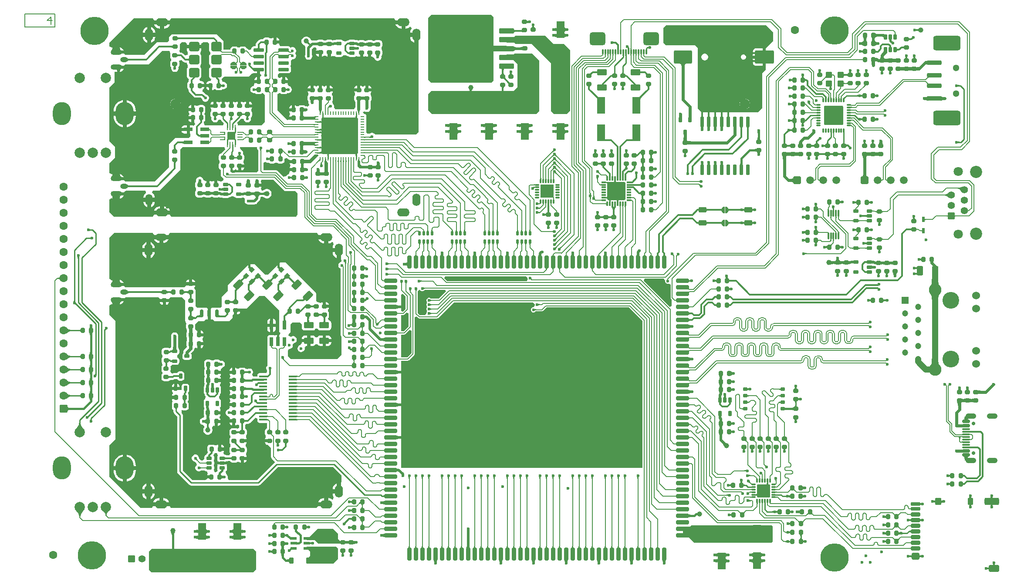
<source format=gbl>
G04*
G04 #@! TF.GenerationSoftware,Altium Limited,Altium Designer,24.4.1 (13)*
G04*
G04 Layer_Physical_Order=4*
G04 Layer_Color=16711680*
%FSLAX25Y25*%
%MOIN*%
G70*
G04*
G04 #@! TF.SameCoordinates,9BA34CE2-F453-49C1-9203-2D8BC28E9390*
G04*
G04*
G04 #@! TF.FilePolarity,Positive*
G04*
G01*
G75*
%ADD10C,0.01181*%
%ADD11C,0.00591*%
%ADD12C,0.00787*%
G04:AMPARAMS|DCode=17|XSize=35.43mil|YSize=16.73mil|CornerRadius=2.93mil|HoleSize=0mil|Usage=FLASHONLY|Rotation=90.000|XOffset=0mil|YOffset=0mil|HoleType=Round|Shape=RoundedRectangle|*
%AMROUNDEDRECTD17*
21,1,0.03543,0.01088,0,0,90.0*
21,1,0.02958,0.01673,0,0,90.0*
1,1,0.00586,0.00544,0.01479*
1,1,0.00586,0.00544,-0.01479*
1,1,0.00586,-0.00544,-0.01479*
1,1,0.00586,-0.00544,0.01479*
%
%ADD17ROUNDEDRECTD17*%
G04:AMPARAMS|DCode=24|XSize=31.5mil|YSize=37.4mil|CornerRadius=5.2mil|HoleSize=0mil|Usage=FLASHONLY|Rotation=90.000|XOffset=0mil|YOffset=0mil|HoleType=Round|Shape=RoundedRectangle|*
%AMROUNDEDRECTD24*
21,1,0.03150,0.02701,0,0,90.0*
21,1,0.02110,0.03740,0,0,90.0*
1,1,0.01039,0.01350,0.01055*
1,1,0.01039,0.01350,-0.01055*
1,1,0.01039,-0.01350,-0.01055*
1,1,0.01039,-0.01350,0.01055*
%
%ADD24ROUNDEDRECTD24*%
%ADD25O,0.06299X0.09449*%
%ADD26O,0.09449X0.06299*%
%ADD27O,0.08661X0.05512*%
%ADD28O,0.05512X0.08661*%
%ADD29C,0.07087*%
G04:AMPARAMS|DCode=30|XSize=55.43mil|YSize=55.43mil|CornerRadius=9.7mil|HoleSize=0mil|Usage=FLASHONLY|Rotation=270.000|XOffset=0mil|YOffset=0mil|HoleType=Round|Shape=RoundedRectangle|*
%AMROUNDEDRECTD30*
21,1,0.05543,0.03603,0,0,270.0*
21,1,0.03603,0.05543,0,0,270.0*
1,1,0.01940,-0.01802,-0.01802*
1,1,0.01940,-0.01802,0.01802*
1,1,0.01940,0.01802,0.01802*
1,1,0.01940,0.01802,-0.01802*
%
%ADD30ROUNDEDRECTD30*%
%ADD31C,0.05543*%
%ADD32C,0.09291*%
%ADD33C,0.05118*%
%ADD34C,0.05906*%
G04:AMPARAMS|DCode=35|XSize=59.06mil|YSize=59.06mil|CornerRadius=10.34mil|HoleSize=0mil|Usage=FLASHONLY|Rotation=180.000|XOffset=0mil|YOffset=0mil|HoleType=Round|Shape=RoundedRectangle|*
%AMROUNDEDRECTD35*
21,1,0.05906,0.03839,0,0,180.0*
21,1,0.03839,0.05906,0,0,180.0*
1,1,0.02067,-0.01919,0.01919*
1,1,0.02067,0.01919,0.01919*
1,1,0.02067,0.01919,-0.01919*
1,1,0.02067,-0.01919,-0.01919*
%
%ADD35ROUNDEDRECTD35*%
G04:AMPARAMS|DCode=36|XSize=55.12mil|YSize=55.12mil|CornerRadius=9.65mil|HoleSize=0mil|Usage=FLASHONLY|Rotation=180.000|XOffset=0mil|YOffset=0mil|HoleType=Round|Shape=RoundedRectangle|*
%AMROUNDEDRECTD36*
21,1,0.05512,0.03583,0,0,180.0*
21,1,0.03583,0.05512,0,0,180.0*
1,1,0.01929,-0.01791,0.01791*
1,1,0.01929,0.01791,0.01791*
1,1,0.01929,0.01791,-0.01791*
1,1,0.01929,-0.01791,-0.01791*
%
%ADD36ROUNDEDRECTD36*%
%ADD37C,0.05512*%
%ADD38C,0.21654*%
%ADD39O,0.13780X0.17717*%
%ADD40C,0.07874*%
%ADD41C,0.06299*%
G04:AMPARAMS|DCode=42|XSize=62.99mil|YSize=62.99mil|CornerRadius=11.02mil|HoleSize=0mil|Usage=FLASHONLY|Rotation=270.000|XOffset=0mil|YOffset=0mil|HoleType=Round|Shape=RoundedRectangle|*
%AMROUNDEDRECTD42*
21,1,0.06299,0.04095,0,0,270.0*
21,1,0.04095,0.06299,0,0,270.0*
1,1,0.02205,-0.02047,-0.02047*
1,1,0.02205,-0.02047,0.02047*
1,1,0.02205,0.02047,0.02047*
1,1,0.02205,0.02047,-0.02047*
%
%ADD42ROUNDEDRECTD42*%
%ADD43C,0.12795*%
%ADD44C,0.09626*%
%ADD45C,0.04724*%
%ADD46C,0.06024*%
%ADD47R,0.05504X0.05504*%
%ADD48O,0.08268X0.04134*%
%ADD49C,0.02756*%
%ADD51C,0.00984*%
%ADD53C,0.01968*%
%ADD54C,0.01575*%
%ADD55C,0.02362*%
%ADD56C,0.03150*%
%ADD57C,0.02362*%
G04:AMPARAMS|DCode=58|XSize=51.18mil|YSize=59.06mil|CornerRadius=8.96mil|HoleSize=0mil|Usage=FLASHONLY|Rotation=270.000|XOffset=0mil|YOffset=0mil|HoleType=Round|Shape=RoundedRectangle|*
%AMROUNDEDRECTD58*
21,1,0.05118,0.04114,0,0,270.0*
21,1,0.03327,0.05906,0,0,270.0*
1,1,0.01791,-0.02057,-0.01663*
1,1,0.01791,-0.02057,0.01663*
1,1,0.01791,0.02057,0.01663*
1,1,0.01791,0.02057,-0.01663*
%
%ADD58ROUNDEDRECTD58*%
G04:AMPARAMS|DCode=59|XSize=31.5mil|YSize=70.87mil|CornerRadius=5.51mil|HoleSize=0mil|Usage=FLASHONLY|Rotation=270.000|XOffset=0mil|YOffset=0mil|HoleType=Round|Shape=RoundedRectangle|*
%AMROUNDEDRECTD59*
21,1,0.03150,0.05984,0,0,270.0*
21,1,0.02047,0.07087,0,0,270.0*
1,1,0.01102,-0.02992,-0.01024*
1,1,0.01102,-0.02992,0.01024*
1,1,0.01102,0.02992,0.01024*
1,1,0.01102,0.02992,-0.01024*
%
%ADD59ROUNDEDRECTD59*%
G04:AMPARAMS|DCode=60|XSize=29.53mil|YSize=70.87mil|CornerRadius=5.17mil|HoleSize=0mil|Usage=FLASHONLY|Rotation=270.000|XOffset=0mil|YOffset=0mil|HoleType=Round|Shape=RoundedRectangle|*
%AMROUNDEDRECTD60*
21,1,0.02953,0.06053,0,0,270.0*
21,1,0.01919,0.07087,0,0,270.0*
1,1,0.01034,-0.03027,-0.00960*
1,1,0.01034,-0.03027,0.00960*
1,1,0.01034,0.03027,0.00960*
1,1,0.01034,0.03027,-0.00960*
%
%ADD60ROUNDEDRECTD60*%
G04:AMPARAMS|DCode=61|XSize=55.12mil|YSize=110.24mil|CornerRadius=9.65mil|HoleSize=0mil|Usage=FLASHONLY|Rotation=270.000|XOffset=0mil|YOffset=0mil|HoleType=Round|Shape=RoundedRectangle|*
%AMROUNDEDRECTD61*
21,1,0.05512,0.09095,0,0,270.0*
21,1,0.03583,0.11024,0,0,270.0*
1,1,0.01929,-0.04547,-0.01791*
1,1,0.01929,-0.04547,0.01791*
1,1,0.01929,0.04547,0.01791*
1,1,0.01929,0.04547,-0.01791*
%
%ADD61ROUNDEDRECTD61*%
G04:AMPARAMS|DCode=62|XSize=55.12mil|YSize=39.37mil|CornerRadius=6.89mil|HoleSize=0mil|Usage=FLASHONLY|Rotation=270.000|XOffset=0mil|YOffset=0mil|HoleType=Round|Shape=RoundedRectangle|*
%AMROUNDEDRECTD62*
21,1,0.05512,0.02559,0,0,270.0*
21,1,0.04134,0.03937,0,0,270.0*
1,1,0.01378,-0.01280,-0.02067*
1,1,0.01378,-0.01280,0.02067*
1,1,0.01378,0.01280,0.02067*
1,1,0.01378,0.01280,-0.02067*
%
%ADD62ROUNDEDRECTD62*%
G04:AMPARAMS|DCode=63|XSize=55.12mil|YSize=47.24mil|CornerRadius=8.27mil|HoleSize=0mil|Usage=FLASHONLY|Rotation=270.000|XOffset=0mil|YOffset=0mil|HoleType=Round|Shape=RoundedRectangle|*
%AMROUNDEDRECTD63*
21,1,0.05512,0.03071,0,0,270.0*
21,1,0.03858,0.04724,0,0,270.0*
1,1,0.01654,-0.01535,-0.01929*
1,1,0.01654,-0.01535,0.01929*
1,1,0.01654,0.01535,0.01929*
1,1,0.01654,0.01535,-0.01929*
%
%ADD63ROUNDEDRECTD63*%
G04:AMPARAMS|DCode=64|XSize=51.18mil|YSize=78.74mil|CornerRadius=8.96mil|HoleSize=0mil|Usage=FLASHONLY|Rotation=270.000|XOffset=0mil|YOffset=0mil|HoleType=Round|Shape=RoundedRectangle|*
%AMROUNDEDRECTD64*
21,1,0.05118,0.06083,0,0,270.0*
21,1,0.03327,0.07874,0,0,270.0*
1,1,0.01791,-0.03041,-0.01663*
1,1,0.01791,-0.03041,0.01663*
1,1,0.01791,0.03041,0.01663*
1,1,0.01791,0.03041,-0.01663*
%
%ADD64ROUNDEDRECTD64*%
G04:AMPARAMS|DCode=65|XSize=78.74mil|YSize=74.8mil|CornerRadius=12.34mil|HoleSize=0mil|Usage=FLASHONLY|Rotation=90.000|XOffset=0mil|YOffset=0mil|HoleType=Round|Shape=RoundedRectangle|*
%AMROUNDEDRECTD65*
21,1,0.07874,0.05012,0,0,90.0*
21,1,0.05406,0.07480,0,0,90.0*
1,1,0.02468,0.02506,0.02703*
1,1,0.02468,0.02506,-0.02703*
1,1,0.02468,-0.02506,-0.02703*
1,1,0.02468,-0.02506,0.02703*
%
%ADD65ROUNDEDRECTD65*%
G04:AMPARAMS|DCode=66|XSize=56.69mil|YSize=23.62mil|CornerRadius=3.9mil|HoleSize=0mil|Usage=FLASHONLY|Rotation=270.000|XOffset=0mil|YOffset=0mil|HoleType=Round|Shape=RoundedRectangle|*
%AMROUNDEDRECTD66*
21,1,0.05669,0.01583,0,0,270.0*
21,1,0.04890,0.02362,0,0,270.0*
1,1,0.00780,-0.00791,-0.02445*
1,1,0.00780,-0.00791,0.02445*
1,1,0.00780,0.00791,0.02445*
1,1,0.00780,0.00791,-0.02445*
%
%ADD66ROUNDEDRECTD66*%
G04:AMPARAMS|DCode=67|XSize=110.24mil|YSize=35.43mil|CornerRadius=8.86mil|HoleSize=0mil|Usage=FLASHONLY|Rotation=180.000|XOffset=0mil|YOffset=0mil|HoleType=Round|Shape=RoundedRectangle|*
%AMROUNDEDRECTD67*
21,1,0.11024,0.01772,0,0,180.0*
21,1,0.09252,0.03543,0,0,180.0*
1,1,0.01772,-0.04626,0.00886*
1,1,0.01772,0.04626,0.00886*
1,1,0.01772,0.04626,-0.00886*
1,1,0.01772,-0.04626,-0.00886*
%
%ADD67ROUNDEDRECTD67*%
G04:AMPARAMS|DCode=68|XSize=208.66mil|YSize=110.24mil|CornerRadius=16.54mil|HoleSize=0mil|Usage=FLASHONLY|Rotation=180.000|XOffset=0mil|YOffset=0mil|HoleType=Round|Shape=RoundedRectangle|*
%AMROUNDEDRECTD68*
21,1,0.20866,0.07717,0,0,180.0*
21,1,0.17559,0.11024,0,0,180.0*
1,1,0.03307,-0.08780,0.03858*
1,1,0.03307,0.08780,0.03858*
1,1,0.03307,0.08780,-0.03858*
1,1,0.03307,-0.08780,-0.03858*
%
%ADD68ROUNDEDRECTD68*%
G04:AMPARAMS|DCode=69|XSize=47.64mil|YSize=71.65mil|CornerRadius=7.86mil|HoleSize=0mil|Usage=FLASHONLY|Rotation=0.000|XOffset=0mil|YOffset=0mil|HoleType=Round|Shape=RoundedRectangle|*
%AMROUNDEDRECTD69*
21,1,0.04764,0.05593,0,0,0.0*
21,1,0.03192,0.07165,0,0,0.0*
1,1,0.01572,0.01596,-0.02797*
1,1,0.01572,-0.01596,-0.02797*
1,1,0.01572,-0.01596,0.02797*
1,1,0.01572,0.01596,0.02797*
%
%ADD69ROUNDEDRECTD69*%
G04:AMPARAMS|DCode=70|XSize=23.62mil|YSize=39.37mil|CornerRadius=3.54mil|HoleSize=0mil|Usage=FLASHONLY|Rotation=180.000|XOffset=0mil|YOffset=0mil|HoleType=Round|Shape=RoundedRectangle|*
%AMROUNDEDRECTD70*
21,1,0.02362,0.03228,0,0,180.0*
21,1,0.01654,0.03937,0,0,180.0*
1,1,0.00709,-0.00827,0.01614*
1,1,0.00709,0.00827,0.01614*
1,1,0.00709,0.00827,-0.01614*
1,1,0.00709,-0.00827,-0.01614*
%
%ADD70ROUNDEDRECTD70*%
G04:AMPARAMS|DCode=71|XSize=353.94mil|YSize=417.32mil|CornerRadius=12.39mil|HoleSize=0mil|Usage=FLASHONLY|Rotation=180.000|XOffset=0mil|YOffset=0mil|HoleType=Round|Shape=RoundedRectangle|*
%AMROUNDEDRECTD71*
21,1,0.35394,0.39255,0,0,180.0*
21,1,0.32916,0.41732,0,0,180.0*
1,1,0.02478,-0.16458,0.19627*
1,1,0.02478,0.16458,0.19627*
1,1,0.02478,0.16458,-0.19627*
1,1,0.02478,-0.16458,-0.19627*
%
%ADD71ROUNDEDRECTD71*%
G04:AMPARAMS|DCode=72|XSize=115.75mil|YSize=41.34mil|CornerRadius=6.82mil|HoleSize=0mil|Usage=FLASHONLY|Rotation=0.000|XOffset=0mil|YOffset=0mil|HoleType=Round|Shape=RoundedRectangle|*
%AMROUNDEDRECTD72*
21,1,0.11575,0.02770,0,0,0.0*
21,1,0.10211,0.04134,0,0,0.0*
1,1,0.01364,0.05105,-0.01385*
1,1,0.01364,-0.05105,-0.01385*
1,1,0.01364,-0.05105,0.01385*
1,1,0.01364,0.05105,0.01385*
%
%ADD72ROUNDEDRECTD72*%
G04:AMPARAMS|DCode=73|XSize=59.06mil|YSize=43.31mil|CornerRadius=7.58mil|HoleSize=0mil|Usage=FLASHONLY|Rotation=0.000|XOffset=0mil|YOffset=0mil|HoleType=Round|Shape=RoundedRectangle|*
%AMROUNDEDRECTD73*
21,1,0.05906,0.02815,0,0,0.0*
21,1,0.04390,0.04331,0,0,0.0*
1,1,0.01516,0.02195,-0.01408*
1,1,0.01516,-0.02195,-0.01408*
1,1,0.01516,-0.02195,0.01408*
1,1,0.01516,0.02195,0.01408*
%
%ADD73ROUNDEDRECTD73*%
%ADD74O,0.01181X0.05709*%
G04:AMPARAMS|DCode=75|XSize=9.84mil|YSize=43.31mil|CornerRadius=1.72mil|HoleSize=0mil|Usage=FLASHONLY|Rotation=270.000|XOffset=0mil|YOffset=0mil|HoleType=Round|Shape=RoundedRectangle|*
%AMROUNDEDRECTD75*
21,1,0.00984,0.03986,0,0,270.0*
21,1,0.00640,0.04331,0,0,270.0*
1,1,0.00345,-0.01993,-0.00320*
1,1,0.00345,-0.01993,0.00320*
1,1,0.00345,0.01993,0.00320*
1,1,0.00345,0.01993,-0.00320*
%
%ADD75ROUNDEDRECTD75*%
G04:AMPARAMS|DCode=76|XSize=9.84mil|YSize=43.31mil|CornerRadius=1.72mil|HoleSize=0mil|Usage=FLASHONLY|Rotation=180.000|XOffset=0mil|YOffset=0mil|HoleType=Round|Shape=RoundedRectangle|*
%AMROUNDEDRECTD76*
21,1,0.00984,0.03986,0,0,180.0*
21,1,0.00640,0.04331,0,0,180.0*
1,1,0.00345,-0.00320,0.01993*
1,1,0.00345,0.00320,0.01993*
1,1,0.00345,0.00320,-0.01993*
1,1,0.00345,-0.00320,-0.01993*
%
%ADD76ROUNDEDRECTD76*%
G04:AMPARAMS|DCode=77|XSize=57.09mil|YSize=57.09mil|CornerRadius=2.85mil|HoleSize=0mil|Usage=FLASHONLY|Rotation=180.000|XOffset=0mil|YOffset=0mil|HoleType=Round|Shape=RoundedRectangle|*
%AMROUNDEDRECTD77*
21,1,0.05709,0.05138,0,0,180.0*
21,1,0.05138,0.05709,0,0,180.0*
1,1,0.00571,-0.02569,0.02569*
1,1,0.00571,0.02569,0.02569*
1,1,0.00571,0.02569,-0.02569*
1,1,0.00571,-0.02569,-0.02569*
%
%ADD77ROUNDEDRECTD77*%
G04:AMPARAMS|DCode=78|XSize=78.74mil|YSize=70.87mil|CornerRadius=11.69mil|HoleSize=0mil|Usage=FLASHONLY|Rotation=0.000|XOffset=0mil|YOffset=0mil|HoleType=Round|Shape=RoundedRectangle|*
%AMROUNDEDRECTD78*
21,1,0.07874,0.04748,0,0,0.0*
21,1,0.05535,0.07087,0,0,0.0*
1,1,0.02339,0.02768,-0.02374*
1,1,0.02339,-0.02768,-0.02374*
1,1,0.02339,-0.02768,0.02374*
1,1,0.02339,0.02768,0.02374*
%
%ADD78ROUNDEDRECTD78*%
G04:AMPARAMS|DCode=79|XSize=43.31mil|YSize=23.62mil|CornerRadius=4.13mil|HoleSize=0mil|Usage=FLASHONLY|Rotation=180.000|XOffset=0mil|YOffset=0mil|HoleType=Round|Shape=RoundedRectangle|*
%AMROUNDEDRECTD79*
21,1,0.04331,0.01535,0,0,180.0*
21,1,0.03504,0.02362,0,0,180.0*
1,1,0.00827,-0.01752,0.00768*
1,1,0.00827,0.01752,0.00768*
1,1,0.00827,0.01752,-0.00768*
1,1,0.00827,-0.01752,-0.00768*
%
%ADD79ROUNDEDRECTD79*%
G04:AMPARAMS|DCode=80|XSize=23.62mil|YSize=31.5mil|CornerRadius=4.13mil|HoleSize=0mil|Usage=FLASHONLY|Rotation=90.000|XOffset=0mil|YOffset=0mil|HoleType=Round|Shape=RoundedRectangle|*
%AMROUNDEDRECTD80*
21,1,0.02362,0.02323,0,0,90.0*
21,1,0.01535,0.03150,0,0,90.0*
1,1,0.00827,0.01161,0.00768*
1,1,0.00827,0.01161,-0.00768*
1,1,0.00827,-0.01161,-0.00768*
1,1,0.00827,-0.01161,0.00768*
%
%ADD80ROUNDEDRECTD80*%
G04:AMPARAMS|DCode=81|XSize=47.24mil|YSize=47.24mil|CornerRadius=7.8mil|HoleSize=0mil|Usage=FLASHONLY|Rotation=270.000|XOffset=0mil|YOffset=0mil|HoleType=Round|Shape=RoundedRectangle|*
%AMROUNDEDRECTD81*
21,1,0.04724,0.03165,0,0,270.0*
21,1,0.03165,0.04724,0,0,270.0*
1,1,0.01559,-0.01583,-0.01583*
1,1,0.01559,-0.01583,0.01583*
1,1,0.01559,0.01583,0.01583*
1,1,0.01559,0.01583,-0.01583*
%
%ADD81ROUNDEDRECTD81*%
G04:AMPARAMS|DCode=82|XSize=41.73mil|YSize=19.68mil|CornerRadius=1.97mil|HoleSize=0mil|Usage=FLASHONLY|Rotation=270.000|XOffset=0mil|YOffset=0mil|HoleType=Round|Shape=RoundedRectangle|*
%AMROUNDEDRECTD82*
21,1,0.04173,0.01575,0,0,270.0*
21,1,0.03780,0.01968,0,0,270.0*
1,1,0.00394,-0.00787,-0.01890*
1,1,0.00394,-0.00787,0.01890*
1,1,0.00394,0.00787,0.01890*
1,1,0.00394,0.00787,-0.01890*
%
%ADD82ROUNDEDRECTD82*%
G04:AMPARAMS|DCode=83|XSize=35.83mil|YSize=48.03mil|CornerRadius=6.27mil|HoleSize=0mil|Usage=FLASHONLY|Rotation=180.000|XOffset=0mil|YOffset=0mil|HoleType=Round|Shape=RoundedRectangle|*
%AMROUNDEDRECTD83*
21,1,0.03583,0.03549,0,0,180.0*
21,1,0.02329,0.04803,0,0,180.0*
1,1,0.01254,-0.01164,0.01775*
1,1,0.01254,0.01164,0.01775*
1,1,0.01254,0.01164,-0.01775*
1,1,0.01254,-0.01164,-0.01775*
%
%ADD83ROUNDEDRECTD83*%
G04:AMPARAMS|DCode=84|XSize=68.9mil|YSize=29.92mil|CornerRadius=2.99mil|HoleSize=0mil|Usage=FLASHONLY|Rotation=0.000|XOffset=0mil|YOffset=0mil|HoleType=Round|Shape=RoundedRectangle|*
%AMROUNDEDRECTD84*
21,1,0.06890,0.02394,0,0,0.0*
21,1,0.06291,0.02992,0,0,0.0*
1,1,0.00598,0.03146,-0.01197*
1,1,0.00598,-0.03146,-0.01197*
1,1,0.00598,-0.03146,0.01197*
1,1,0.00598,0.03146,0.01197*
%
%ADD84ROUNDEDRECTD84*%
G04:AMPARAMS|DCode=85|XSize=59.06mil|YSize=94.49mil|CornerRadius=10.34mil|HoleSize=0mil|Usage=FLASHONLY|Rotation=90.000|XOffset=0mil|YOffset=0mil|HoleType=Round|Shape=RoundedRectangle|*
%AMROUNDEDRECTD85*
21,1,0.05906,0.07382,0,0,90.0*
21,1,0.03839,0.09449,0,0,90.0*
1,1,0.02067,0.03691,0.01919*
1,1,0.02067,0.03691,-0.01919*
1,1,0.02067,-0.03691,-0.01919*
1,1,0.02067,-0.03691,0.01919*
%
%ADD85ROUNDEDRECTD85*%
G04:AMPARAMS|DCode=86|XSize=23.62mil|YSize=78.74mil|CornerRadius=4.13mil|HoleSize=0mil|Usage=FLASHONLY|Rotation=0.000|XOffset=0mil|YOffset=0mil|HoleType=Round|Shape=RoundedRectangle|*
%AMROUNDEDRECTD86*
21,1,0.02362,0.07047,0,0,0.0*
21,1,0.01535,0.07874,0,0,0.0*
1,1,0.00827,0.00768,-0.03524*
1,1,0.00827,-0.00768,-0.03524*
1,1,0.00827,-0.00768,0.03524*
1,1,0.00827,0.00768,0.03524*
%
%ADD86ROUNDEDRECTD86*%
G04:AMPARAMS|DCode=87|XSize=30.32mil|YSize=10.24mil|CornerRadius=1.69mil|HoleSize=0mil|Usage=FLASHONLY|Rotation=180.000|XOffset=0mil|YOffset=0mil|HoleType=Round|Shape=RoundedRectangle|*
%AMROUNDEDRECTD87*
21,1,0.03032,0.00686,0,0,180.0*
21,1,0.02694,0.01024,0,0,180.0*
1,1,0.00338,-0.01347,0.00343*
1,1,0.00338,0.01347,0.00343*
1,1,0.00338,0.01347,-0.00343*
1,1,0.00338,-0.01347,-0.00343*
%
%ADD87ROUNDEDRECTD87*%
G04:AMPARAMS|DCode=88|XSize=30.32mil|YSize=10.24mil|CornerRadius=1.69mil|HoleSize=0mil|Usage=FLASHONLY|Rotation=90.000|XOffset=0mil|YOffset=0mil|HoleType=Round|Shape=RoundedRectangle|*
%AMROUNDEDRECTD88*
21,1,0.03032,0.00686,0,0,90.0*
21,1,0.02694,0.01024,0,0,90.0*
1,1,0.00338,0.00343,0.01347*
1,1,0.00338,0.00343,-0.01347*
1,1,0.00338,-0.00343,-0.01347*
1,1,0.00338,-0.00343,0.01347*
%
%ADD88ROUNDEDRECTD88*%
G04:AMPARAMS|DCode=89|XSize=98.43mil|YSize=98.43mil|CornerRadius=4.92mil|HoleSize=0mil|Usage=FLASHONLY|Rotation=0.000|XOffset=0mil|YOffset=0mil|HoleType=Round|Shape=RoundedRectangle|*
%AMROUNDEDRECTD89*
21,1,0.09843,0.08858,0,0,0.0*
21,1,0.08858,0.09843,0,0,0.0*
1,1,0.00984,0.04429,-0.04429*
1,1,0.00984,-0.04429,-0.04429*
1,1,0.00984,-0.04429,0.04429*
1,1,0.00984,0.04429,0.04429*
%
%ADD89ROUNDEDRECTD89*%
G04:AMPARAMS|DCode=90|XSize=145.67mil|YSize=145.67mil|CornerRadius=7.28mil|HoleSize=0mil|Usage=FLASHONLY|Rotation=180.000|XOffset=0mil|YOffset=0mil|HoleType=Round|Shape=RoundedRectangle|*
%AMROUNDEDRECTD90*
21,1,0.14567,0.13110,0,0,180.0*
21,1,0.13110,0.14567,0,0,180.0*
1,1,0.01457,-0.06555,0.06555*
1,1,0.01457,0.06555,0.06555*
1,1,0.01457,0.06555,-0.06555*
1,1,0.01457,-0.06555,-0.06555*
%
%ADD90ROUNDEDRECTD90*%
G04:AMPARAMS|DCode=91|XSize=31.89mil|YSize=10.63mil|CornerRadius=1.75mil|HoleSize=0mil|Usage=FLASHONLY|Rotation=90.000|XOffset=0mil|YOffset=0mil|HoleType=Round|Shape=RoundedRectangle|*
%AMROUNDEDRECTD91*
21,1,0.03189,0.00712,0,0,90.0*
21,1,0.02838,0.01063,0,0,90.0*
1,1,0.00351,0.00356,0.01419*
1,1,0.00351,0.00356,-0.01419*
1,1,0.00351,-0.00356,-0.01419*
1,1,0.00351,-0.00356,0.01419*
%
%ADD91ROUNDEDRECTD91*%
G04:AMPARAMS|DCode=92|XSize=31.89mil|YSize=10.63mil|CornerRadius=1.75mil|HoleSize=0mil|Usage=FLASHONLY|Rotation=180.000|XOffset=0mil|YOffset=0mil|HoleType=Round|Shape=RoundedRectangle|*
%AMROUNDEDRECTD92*
21,1,0.03189,0.00712,0,0,180.0*
21,1,0.02838,0.01063,0,0,180.0*
1,1,0.00351,-0.01419,0.00356*
1,1,0.00351,0.01419,0.00356*
1,1,0.00351,0.01419,-0.00356*
1,1,0.00351,-0.01419,-0.00356*
%
%ADD92ROUNDEDRECTD92*%
G04:AMPARAMS|DCode=93|XSize=57.87mil|YSize=16.14mil|CornerRadius=1.61mil|HoleSize=0mil|Usage=FLASHONLY|Rotation=180.000|XOffset=0mil|YOffset=0mil|HoleType=Round|Shape=RoundedRectangle|*
%AMROUNDEDRECTD93*
21,1,0.05787,0.01291,0,0,180.0*
21,1,0.05465,0.01614,0,0,180.0*
1,1,0.00323,-0.02732,0.00646*
1,1,0.00323,0.02732,0.00646*
1,1,0.00323,0.02732,-0.00646*
1,1,0.00323,-0.02732,-0.00646*
%
%ADD93ROUNDEDRECTD93*%
G04:AMPARAMS|DCode=94|XSize=31.5mil|YSize=98.43mil|CornerRadius=5.51mil|HoleSize=0mil|Usage=FLASHONLY|Rotation=90.000|XOffset=0mil|YOffset=0mil|HoleType=Round|Shape=RoundedRectangle|*
%AMROUNDEDRECTD94*
21,1,0.03150,0.08740,0,0,90.0*
21,1,0.02047,0.09843,0,0,90.0*
1,1,0.01102,0.04370,0.01024*
1,1,0.01102,0.04370,-0.01024*
1,1,0.01102,-0.04370,-0.01024*
1,1,0.01102,-0.04370,0.01024*
%
%ADD94ROUNDEDRECTD94*%
G04:AMPARAMS|DCode=95|XSize=31.5mil|YSize=98.43mil|CornerRadius=5.51mil|HoleSize=0mil|Usage=FLASHONLY|Rotation=0.000|XOffset=0mil|YOffset=0mil|HoleType=Round|Shape=RoundedRectangle|*
%AMROUNDEDRECTD95*
21,1,0.03150,0.08740,0,0,0.0*
21,1,0.02047,0.09843,0,0,0.0*
1,1,0.01102,0.01024,-0.04370*
1,1,0.01102,-0.01024,-0.04370*
1,1,0.01102,-0.01024,0.04370*
1,1,0.01102,0.01024,0.04370*
%
%ADD95ROUNDEDRECTD95*%
G04:AMPARAMS|DCode=96|XSize=137.8mil|YSize=137.8mil|CornerRadius=6.89mil|HoleSize=0mil|Usage=FLASHONLY|Rotation=90.000|XOffset=0mil|YOffset=0mil|HoleType=Round|Shape=RoundedRectangle|*
%AMROUNDEDRECTD96*
21,1,0.13780,0.12402,0,0,90.0*
21,1,0.12402,0.13780,0,0,90.0*
1,1,0.01378,0.06201,0.06201*
1,1,0.01378,0.06201,-0.06201*
1,1,0.01378,-0.06201,-0.06201*
1,1,0.01378,-0.06201,0.06201*
%
%ADD96ROUNDEDRECTD96*%
%ADD97R,0.01181X0.03347*%
%ADD98R,0.03347X0.01181*%
G04:AMPARAMS|DCode=99|XSize=127.95mil|YSize=62.99mil|CornerRadius=9.45mil|HoleSize=0mil|Usage=FLASHONLY|Rotation=90.000|XOffset=0mil|YOffset=0mil|HoleType=Round|Shape=RoundedRectangle|*
%AMROUNDEDRECTD99*
21,1,0.12795,0.04409,0,0,90.0*
21,1,0.10906,0.06299,0,0,90.0*
1,1,0.01890,0.02205,0.05453*
1,1,0.01890,0.02205,-0.05453*
1,1,0.01890,-0.02205,-0.05453*
1,1,0.01890,-0.02205,0.05453*
%
%ADD99ROUNDEDRECTD99*%
%ADD100C,0.03937*%
G04:AMPARAMS|DCode=101|XSize=139.37mil|YSize=102.36mil|CornerRadius=10.24mil|HoleSize=0mil|Usage=FLASHONLY|Rotation=180.000|XOffset=0mil|YOffset=0mil|HoleType=Round|Shape=RoundedRectangle|*
%AMROUNDEDRECTD101*
21,1,0.13937,0.08189,0,0,180.0*
21,1,0.11890,0.10236,0,0,180.0*
1,1,0.02047,-0.05945,0.04095*
1,1,0.02047,0.05945,0.04095*
1,1,0.02047,0.05945,-0.04095*
1,1,0.02047,-0.05945,-0.04095*
%
%ADD101ROUNDEDRECTD101*%
G04:AMPARAMS|DCode=102|XSize=144.1mil|YSize=102.36mil|CornerRadius=10.24mil|HoleSize=0mil|Usage=FLASHONLY|Rotation=180.000|XOffset=0mil|YOffset=0mil|HoleType=Round|Shape=RoundedRectangle|*
%AMROUNDEDRECTD102*
21,1,0.14410,0.08189,0,0,180.0*
21,1,0.12362,0.10236,0,0,180.0*
1,1,0.02047,-0.06181,0.04095*
1,1,0.02047,0.06181,0.04095*
1,1,0.02047,0.06181,-0.04095*
1,1,0.02047,-0.06181,-0.04095*
%
%ADD102ROUNDEDRECTD102*%
G04:AMPARAMS|DCode=103|XSize=23.62mil|YSize=78.74mil|CornerRadius=4.13mil|HoleSize=0mil|Usage=FLASHONLY|Rotation=90.000|XOffset=0mil|YOffset=0mil|HoleType=Round|Shape=RoundedRectangle|*
%AMROUNDEDRECTD103*
21,1,0.02362,0.07047,0,0,90.0*
21,1,0.01535,0.07874,0,0,90.0*
1,1,0.00827,0.03524,0.00768*
1,1,0.00827,0.03524,-0.00768*
1,1,0.00827,-0.03524,-0.00768*
1,1,0.00827,-0.03524,0.00768*
%
%ADD103ROUNDEDRECTD103*%
G04:AMPARAMS|DCode=104|XSize=7.87mil|YSize=7.87mil|CornerRadius=1.3mil|HoleSize=0mil|Usage=FLASHONLY|Rotation=0.000|XOffset=0mil|YOffset=0mil|HoleType=Round|Shape=RoundedRectangle|*
%AMROUNDEDRECTD104*
21,1,0.00787,0.00528,0,0,0.0*
21,1,0.00528,0.00787,0,0,0.0*
1,1,0.00260,0.00264,-0.00264*
1,1,0.00260,-0.00264,-0.00264*
1,1,0.00260,-0.00264,0.00264*
1,1,0.00260,0.00264,0.00264*
%
%ADD104ROUNDEDRECTD104*%
G04:AMPARAMS|DCode=105|XSize=11.81mil|YSize=39.37mil|CornerRadius=2.07mil|HoleSize=0mil|Usage=FLASHONLY|Rotation=0.000|XOffset=0mil|YOffset=0mil|HoleType=Round|Shape=RoundedRectangle|*
%AMROUNDEDRECTD105*
21,1,0.01181,0.03524,0,0,0.0*
21,1,0.00768,0.03937,0,0,0.0*
1,1,0.00413,0.00384,-0.01762*
1,1,0.00413,-0.00384,-0.01762*
1,1,0.00413,-0.00384,0.01762*
1,1,0.00413,0.00384,0.01762*
%
%ADD105ROUNDEDRECTD105*%
G04:AMPARAMS|DCode=106|XSize=118.11mil|YSize=98.43mil|CornerRadius=17.22mil|HoleSize=0mil|Usage=FLASHONLY|Rotation=0.000|XOffset=0mil|YOffset=0mil|HoleType=Round|Shape=RoundedRectangle|*
%AMROUNDEDRECTD106*
21,1,0.11811,0.06398,0,0,0.0*
21,1,0.08366,0.09843,0,0,0.0*
1,1,0.03445,0.04183,-0.03199*
1,1,0.03445,-0.04183,-0.03199*
1,1,0.03445,-0.04183,0.03199*
1,1,0.03445,0.04183,0.03199*
%
%ADD106ROUNDEDRECTD106*%
G04:AMPARAMS|DCode=107|XSize=27.56mil|YSize=9.84mil|CornerRadius=1.72mil|HoleSize=0mil|Usage=FLASHONLY|Rotation=180.000|XOffset=0mil|YOffset=0mil|HoleType=Round|Shape=RoundedRectangle|*
%AMROUNDEDRECTD107*
21,1,0.02756,0.00640,0,0,180.0*
21,1,0.02411,0.00984,0,0,180.0*
1,1,0.00345,-0.01206,0.00320*
1,1,0.00345,0.01206,0.00320*
1,1,0.00345,0.01206,-0.00320*
1,1,0.00345,-0.01206,-0.00320*
%
%ADD107ROUNDEDRECTD107*%
G04:AMPARAMS|DCode=108|XSize=27.56mil|YSize=9.84mil|CornerRadius=1.72mil|HoleSize=0mil|Usage=FLASHONLY|Rotation=90.000|XOffset=0mil|YOffset=0mil|HoleType=Round|Shape=RoundedRectangle|*
%AMROUNDEDRECTD108*
21,1,0.02756,0.00640,0,0,90.0*
21,1,0.02411,0.00984,0,0,90.0*
1,1,0.00345,0.00320,0.01206*
1,1,0.00345,0.00320,-0.01206*
1,1,0.00345,-0.00320,-0.01206*
1,1,0.00345,-0.00320,0.01206*
%
%ADD108ROUNDEDRECTD108*%
G04:AMPARAMS|DCode=109|XSize=281.5mil|YSize=281.5mil|CornerRadius=14.08mil|HoleSize=0mil|Usage=FLASHONLY|Rotation=270.000|XOffset=0mil|YOffset=0mil|HoleType=Round|Shape=RoundedRectangle|*
%AMROUNDEDRECTD109*
21,1,0.28150,0.25335,0,0,270.0*
21,1,0.25335,0.28150,0,0,270.0*
1,1,0.02815,-0.12667,-0.12667*
1,1,0.02815,-0.12667,0.12667*
1,1,0.02815,0.12667,0.12667*
1,1,0.02815,0.12667,-0.12667*
%
%ADD109ROUNDEDRECTD109*%
G04:AMPARAMS|DCode=110|XSize=23.62mil|YSize=57.09mil|CornerRadius=4.13mil|HoleSize=0mil|Usage=FLASHONLY|Rotation=270.000|XOffset=0mil|YOffset=0mil|HoleType=Round|Shape=RoundedRectangle|*
%AMROUNDEDRECTD110*
21,1,0.02362,0.04882,0,0,270.0*
21,1,0.01535,0.05709,0,0,270.0*
1,1,0.00827,-0.02441,-0.00768*
1,1,0.00827,-0.02441,0.00768*
1,1,0.00827,0.02441,0.00768*
1,1,0.00827,0.02441,-0.00768*
%
%ADD110ROUNDEDRECTD110*%
G04:AMPARAMS|DCode=111|XSize=11.81mil|YSize=57.09mil|CornerRadius=2.07mil|HoleSize=0mil|Usage=FLASHONLY|Rotation=270.000|XOffset=0mil|YOffset=0mil|HoleType=Round|Shape=RoundedRectangle|*
%AMROUNDEDRECTD111*
21,1,0.01181,0.05295,0,0,270.0*
21,1,0.00768,0.05709,0,0,270.0*
1,1,0.00413,-0.02648,-0.00384*
1,1,0.00413,-0.02648,0.00384*
1,1,0.00413,0.02648,0.00384*
1,1,0.00413,0.02648,-0.00384*
%
%ADD111ROUNDEDRECTD111*%
%ADD112O,0.08661X0.04134*%
%ADD113O,0.05906X0.03937*%
G04:AMPARAMS|DCode=114|XSize=49.21mil|YSize=23.23mil|CornerRadius=4.07mil|HoleSize=0mil|Usage=FLASHONLY|Rotation=180.000|XOffset=0mil|YOffset=0mil|HoleType=Round|Shape=RoundedRectangle|*
%AMROUNDEDRECTD114*
21,1,0.04921,0.01510,0,0,180.0*
21,1,0.04108,0.02323,0,0,180.0*
1,1,0.00813,-0.02054,0.00755*
1,1,0.00813,0.02054,0.00755*
1,1,0.00813,0.02054,-0.00755*
1,1,0.00813,-0.02054,-0.00755*
%
%ADD114ROUNDEDRECTD114*%
G04:AMPARAMS|DCode=115|XSize=47.24mil|YSize=75.2mil|CornerRadius=8.27mil|HoleSize=0mil|Usage=FLASHONLY|Rotation=270.000|XOffset=0mil|YOffset=0mil|HoleType=Round|Shape=RoundedRectangle|*
%AMROUNDEDRECTD115*
21,1,0.04724,0.05866,0,0,270.0*
21,1,0.03071,0.07520,0,0,270.0*
1,1,0.01654,-0.02933,-0.01535*
1,1,0.01654,-0.02933,0.01535*
1,1,0.01654,0.02933,0.01535*
1,1,0.01654,0.02933,-0.01535*
%
%ADD115ROUNDEDRECTD115*%
G04:AMPARAMS|DCode=116|XSize=31.5mil|YSize=37.4mil|CornerRadius=5.2mil|HoleSize=0mil|Usage=FLASHONLY|Rotation=0.000|XOffset=0mil|YOffset=0mil|HoleType=Round|Shape=RoundedRectangle|*
%AMROUNDEDRECTD116*
21,1,0.03150,0.02701,0,0,0.0*
21,1,0.02110,0.03740,0,0,0.0*
1,1,0.01039,0.01055,-0.01350*
1,1,0.01039,-0.01055,-0.01350*
1,1,0.01039,-0.01055,0.01350*
1,1,0.01039,0.01055,0.01350*
%
%ADD116ROUNDEDRECTD116*%
G04:AMPARAMS|DCode=117|XSize=47.24mil|YSize=75.2mil|CornerRadius=8.27mil|HoleSize=0mil|Usage=FLASHONLY|Rotation=315.000|XOffset=0mil|YOffset=0mil|HoleType=Round|Shape=RoundedRectangle|*
%AMROUNDEDRECTD117*
21,1,0.04724,0.05866,0,0,315.0*
21,1,0.03071,0.07520,0,0,315.0*
1,1,0.01654,-0.00988,-0.03160*
1,1,0.01654,-0.03160,-0.00988*
1,1,0.01654,0.00988,0.03160*
1,1,0.01654,0.03160,0.00988*
%
%ADD117ROUNDEDRECTD117*%
G04:AMPARAMS|DCode=118|XSize=31.5mil|YSize=37.4mil|CornerRadius=5.2mil|HoleSize=0mil|Usage=FLASHONLY|Rotation=315.000|XOffset=0mil|YOffset=0mil|HoleType=Round|Shape=RoundedRectangle|*
%AMROUNDEDRECTD118*
21,1,0.03150,0.02701,0,0,315.0*
21,1,0.02110,0.03740,0,0,315.0*
1,1,0.01039,-0.00209,-0.01701*
1,1,0.01039,-0.01701,-0.00209*
1,1,0.01039,0.00209,0.01701*
1,1,0.01039,0.01701,0.00209*
%
%ADD118ROUNDEDRECTD118*%
G04:AMPARAMS|DCode=119|XSize=68.9mil|YSize=29.92mil|CornerRadius=2.99mil|HoleSize=0mil|Usage=FLASHONLY|Rotation=270.000|XOffset=0mil|YOffset=0mil|HoleType=Round|Shape=RoundedRectangle|*
%AMROUNDEDRECTD119*
21,1,0.06890,0.02394,0,0,270.0*
21,1,0.06291,0.02992,0,0,270.0*
1,1,0.00598,-0.01197,-0.03146*
1,1,0.00598,-0.01197,0.03146*
1,1,0.00598,0.01197,0.03146*
1,1,0.00598,0.01197,-0.03146*
%
%ADD119ROUNDEDRECTD119*%
G04:AMPARAMS|DCode=120|XSize=7.87mil|YSize=7.87mil|CornerRadius=1.3mil|HoleSize=0mil|Usage=FLASHONLY|Rotation=270.000|XOffset=0mil|YOffset=0mil|HoleType=Round|Shape=RoundedRectangle|*
%AMROUNDEDRECTD120*
21,1,0.00787,0.00528,0,0,270.0*
21,1,0.00528,0.00787,0,0,270.0*
1,1,0.00260,-0.00264,-0.00264*
1,1,0.00260,-0.00264,0.00264*
1,1,0.00260,0.00264,0.00264*
1,1,0.00260,0.00264,-0.00264*
%
%ADD120ROUNDEDRECTD120*%
G04:AMPARAMS|DCode=121|XSize=43.31mil|YSize=23.62mil|CornerRadius=4.13mil|HoleSize=0mil|Usage=FLASHONLY|Rotation=270.000|XOffset=0mil|YOffset=0mil|HoleType=Round|Shape=RoundedRectangle|*
%AMROUNDEDRECTD121*
21,1,0.04331,0.01535,0,0,270.0*
21,1,0.03504,0.02362,0,0,270.0*
1,1,0.00827,-0.00768,-0.01752*
1,1,0.00827,-0.00768,0.01752*
1,1,0.00827,0.00768,0.01752*
1,1,0.00827,0.00768,-0.01752*
%
%ADD121ROUNDEDRECTD121*%
G04:AMPARAMS|DCode=122|XSize=23.62mil|YSize=39.37mil|CornerRadius=3.54mil|HoleSize=0mil|Usage=FLASHONLY|Rotation=270.000|XOffset=0mil|YOffset=0mil|HoleType=Round|Shape=RoundedRectangle|*
%AMROUNDEDRECTD122*
21,1,0.02362,0.03228,0,0,270.0*
21,1,0.01654,0.03937,0,0,270.0*
1,1,0.00709,-0.01614,-0.00827*
1,1,0.00709,-0.01614,0.00827*
1,1,0.00709,0.01614,0.00827*
1,1,0.00709,0.01614,-0.00827*
%
%ADD122ROUNDEDRECTD122*%
%ADD123R,0.09843X0.09843*%
%ADD124C,0.01378*%
%ADD125C,0.01063*%
%ADD126C,0.04724*%
G36*
X286188Y426083D02*
X292224D01*
Y424508D01*
X293799D01*
Y419743D01*
X293799D01*
X295033Y419905D01*
X296182Y420381D01*
X297169Y421138D01*
X297200Y421140D01*
X298325Y420212D01*
X298500Y419648D01*
X297940Y418918D01*
X297464Y417769D01*
X297302Y416536D01*
Y416535D01*
X302067D01*
Y414961D01*
X303642D01*
Y407470D01*
X303765Y407371D01*
Y340477D01*
X301969Y338681D01*
X270383D01*
X270316Y338798D01*
X269802Y339312D01*
X269174Y339674D01*
X268473Y339862D01*
X267747D01*
X267046Y339674D01*
X266418Y339312D01*
X266359Y339252D01*
X264711Y339296D01*
X264464Y339399D01*
X263912Y340133D01*
Y340773D01*
X263780Y341437D01*
X263912Y342101D01*
Y342741D01*
X263780Y343406D01*
X263912Y344070D01*
Y344710D01*
X263780Y345374D01*
X263912Y346038D01*
Y346678D01*
X263780Y347342D01*
X263912Y348007D01*
Y348647D01*
X263780Y349311D01*
X263912Y349975D01*
Y350615D01*
X263780Y351279D01*
X263912Y351944D01*
Y352584D01*
X263777Y353265D01*
X263390Y353843D01*
X262813Y354229D01*
X262131Y354365D01*
X262052D01*
X261142Y355864D01*
X261428Y355962D01*
X262916Y356163D01*
X263208Y355995D01*
X263909Y355807D01*
X264634D01*
X265335Y355995D01*
X265964Y356358D01*
X266477Y356871D01*
X266840Y357499D01*
X267028Y358200D01*
Y358408D01*
X267058Y358563D01*
Y363783D01*
X267132Y363832D01*
X267595Y364525D01*
X267758Y365342D01*
Y367453D01*
X267595Y368270D01*
X267132Y368963D01*
Y370210D01*
X267595Y370903D01*
X267733Y371595D01*
X264272D01*
Y372776D01*
X263090D01*
Y375966D01*
X262921D01*
X262104Y375804D01*
X261411Y375341D01*
X260931D01*
X260239Y375804D01*
X259421Y375966D01*
X259252D01*
Y374336D01*
X259252D01*
X259252D01*
Y372776D01*
X258071D01*
Y371595D01*
X254610D01*
X254748Y370903D01*
X255210Y370210D01*
Y368963D01*
X254748Y368270D01*
X254585Y367453D01*
Y365342D01*
X254748Y364525D01*
X255210Y363832D01*
X255284Y363783D01*
Y359546D01*
X254454Y358105D01*
X253814D01*
X253150Y357973D01*
X252485Y358105D01*
X251846D01*
X251181Y357973D01*
X250517Y358105D01*
X249877D01*
X249213Y357973D01*
X248548Y358105D01*
X247908D01*
X247244Y357973D01*
X246580Y358105D01*
X245940D01*
X245276Y357973D01*
X244611Y358105D01*
X243971D01*
X243307Y357973D01*
X242643Y358105D01*
X242003D01*
X241339Y357973D01*
X240674Y358105D01*
X240146D01*
X239734Y358422D01*
X239105Y359312D01*
X239040Y359644D01*
X239075Y359775D01*
Y360501D01*
X238887Y361202D01*
X238524Y361830D01*
X238091Y362263D01*
X237993Y362426D01*
X237803Y364061D01*
X237842Y364188D01*
X238067Y364525D01*
X238230Y365342D01*
Y367453D01*
X238067Y368270D01*
X237604Y368963D01*
Y370210D01*
X238067Y370903D01*
X238205Y371595D01*
X234744D01*
Y372776D01*
X233563D01*
Y375966D01*
X233394D01*
X232576Y375804D01*
X231884Y375341D01*
X231404D01*
X230711Y375804D01*
X229894Y375966D01*
X229724D01*
Y374336D01*
X229724D01*
X229724D01*
Y372776D01*
X227362D01*
Y375966D01*
X227193D01*
X226376Y375804D01*
X225443Y375435D01*
X224510Y375804D01*
X223693Y375966D01*
X223524D01*
Y374336D01*
X223524D01*
X223524D01*
Y372776D01*
X222342D01*
Y371595D01*
X218882D01*
X219019Y370903D01*
X219482Y370210D01*
Y368963D01*
X219019Y368270D01*
X218857Y367453D01*
Y365342D01*
X219019Y364525D01*
X219482Y363832D01*
X219556Y363783D01*
Y362894D01*
X219587Y362739D01*
Y362531D01*
X219774Y361830D01*
X220137Y361202D01*
X220148Y361191D01*
X219181Y359931D01*
X218977Y360048D01*
X218276Y360236D01*
X218069D01*
X217913Y360267D01*
X217024D01*
X216975Y360341D01*
X216282Y360804D01*
X215465Y360966D01*
X213354D01*
X212537Y360804D01*
X211844Y360341D01*
X210597D01*
X209904Y360804D01*
X209213Y360941D01*
Y357480D01*
X208032D01*
Y356299D01*
X204841D01*
Y356130D01*
X205003Y355313D01*
X205466Y354140D01*
X205003Y353447D01*
X204841Y352630D01*
Y352461D01*
X208032D01*
Y350098D01*
X204179D01*
X203514Y349758D01*
X203318Y349733D01*
X195689Y357362D01*
Y369649D01*
X195986Y369708D01*
X196679Y370171D01*
X197927D01*
X198620Y369708D01*
X199437Y369546D01*
X201547D01*
X202364Y369708D01*
X203057Y370171D01*
X203204Y370391D01*
X203633Y370276D01*
X204359D01*
X205060Y370463D01*
X205688Y370826D01*
X206201Y371339D01*
X206564Y371968D01*
X206752Y372669D01*
Y373394D01*
X206564Y374095D01*
X206201Y374724D01*
X205688Y375237D01*
X205060Y375600D01*
X204530Y375742D01*
X204091Y376316D01*
X203574Y377338D01*
X203683Y377882D01*
Y378051D01*
X200492D01*
Y379232D01*
X199311D01*
Y382693D01*
X198620Y382556D01*
X197927Y382093D01*
X197047D01*
X196036Y382960D01*
X196033Y384676D01*
X197067Y385571D01*
X204114D01*
X204890Y385726D01*
X205548Y386165D01*
X205987Y386823D01*
X206141Y387598D01*
Y389134D01*
X205987Y389910D01*
X205652Y390866D01*
X205987Y391823D01*
X206141Y392598D01*
Y394134D01*
X205987Y394910D01*
X206692Y395936D01*
X206992Y396240D01*
X207627D01*
X208328Y396428D01*
X208540Y396551D01*
X208642Y396571D01*
X209293Y397006D01*
X209728Y397657D01*
X209757Y397803D01*
X209832Y397932D01*
X210020Y398633D01*
Y399359D01*
X209832Y400060D01*
X209469Y400688D01*
X209291Y400866D01*
X209469Y401044D01*
X209832Y401673D01*
X210020Y402373D01*
Y403099D01*
X209832Y403800D01*
X209469Y404428D01*
X208956Y404942D01*
X208328Y405304D01*
X207627Y405492D01*
X206901D01*
X206200Y405304D01*
X205856Y405106D01*
X205548Y405567D01*
X204890Y406007D01*
X204114Y406161D01*
X198176D01*
X197880Y406411D01*
X197075Y407736D01*
X197128Y408000D01*
Y408169D01*
X193937D01*
Y409350D01*
X192756D01*
Y412811D01*
X192065Y412674D01*
X191372Y412211D01*
X190124D01*
X189431Y412674D01*
X188614Y412836D01*
X186504D01*
X185687Y412674D01*
X184994Y412211D01*
X184558Y411558D01*
X183169D01*
X182324Y411390D01*
X181608Y410912D01*
X179738Y409041D01*
X179260Y408325D01*
X179091Y407480D01*
Y406161D01*
X177776D01*
X177000Y406007D01*
X176342Y405567D01*
X175903Y404910D01*
X175748Y404134D01*
Y403825D01*
X174174Y403173D01*
X173368Y403978D01*
X172717Y404413D01*
X172306Y404495D01*
X172260Y404727D01*
X171797Y405419D01*
X171105Y405882D01*
X170287Y406045D01*
X168177D01*
X167360Y405882D01*
X166667Y405419D01*
X165419D01*
X164727Y405882D01*
X163909Y406045D01*
X161799D01*
X160982Y405882D01*
X160289Y405419D01*
X159826Y404727D01*
X159664Y403909D01*
Y403680D01*
X154551D01*
Y408338D01*
X154551Y410311D01*
X154217Y410646D01*
X149427Y415435D01*
X118673Y415435D01*
X118673Y415435D01*
X115972D01*
X115972Y415435D01*
X114680D01*
X112697Y413451D01*
Y410433D01*
X111417Y409154D01*
X103445D01*
X93781Y399490D01*
X79703D01*
X79331Y399538D01*
X79328D01*
X78571Y400366D01*
X78458Y400591D01*
X72343D01*
Y401772D01*
X71162D01*
Y403590D01*
X68515Y403089D01*
X68700Y403148D01*
X68866Y403253D01*
X69012Y403403D01*
X69139Y403598D01*
X69246Y403839D01*
X69333Y404124D01*
X69402Y404456D01*
X69450Y404832D01*
X69480Y405253D01*
X69482Y405366D01*
X69129Y405320D01*
X68799Y405183D01*
X67470Y405866D01*
X67224Y406156D01*
Y408957D01*
X85925Y427657D01*
X100390Y427657D01*
X101346Y426083D01*
X107382D01*
X113418D01*
X114374Y427657D01*
X285232Y427658D01*
X286188Y426083D01*
D02*
G37*
G36*
X386691Y426084D02*
X386737Y425968D01*
X386812Y425866D01*
X386918Y425777D01*
X387054Y425702D01*
X387220Y425641D01*
X387417Y425593D01*
X387538Y425574D01*
X387721Y425587D01*
X387820Y425607D01*
X387899Y425630D01*
X387957Y425656D01*
X387994Y425685D01*
X388002Y425536D01*
X388187Y425531D01*
Y424154D01*
X388071Y424151D01*
X388077Y424034D01*
X388040Y424056D01*
X387983Y424077D01*
X387906Y424095D01*
X387807Y424110D01*
X387641Y424126D01*
X387417Y424092D01*
X387220Y424044D01*
X387054Y423983D01*
X386918Y423908D01*
X386812Y423819D01*
X386737Y423717D01*
X386691Y423601D01*
X386676Y423471D01*
Y426214D01*
X386691Y426084D01*
D02*
G37*
G36*
X392133Y421721D02*
X392135Y421696D01*
X392264D01*
X392238Y421659D01*
X392214Y421601D01*
X392194Y421523D01*
X392176Y421424D01*
X392170Y421382D01*
X392188Y421275D01*
X392236Y421093D01*
X392298Y420940D01*
X392373Y420814D01*
X392462Y420716D01*
X392565Y420647D01*
X392682Y420605D01*
X392813Y420591D01*
X392130D01*
X392126Y420399D01*
X390748D01*
X390747Y420591D01*
X390061D01*
X390192Y420605D01*
X390309Y420647D01*
X390412Y420716D01*
X390501Y420814D01*
X390576Y420940D01*
X390638Y421093D01*
X390686Y421275D01*
X390702Y421369D01*
X390698Y421424D01*
X390681Y421523D01*
X390660Y421601D01*
X390636Y421659D01*
X390610Y421696D01*
X390739D01*
X390741Y421721D01*
X390748Y421986D01*
X392126D01*
X392133Y421721D01*
D02*
G37*
G36*
X686516Y417520D02*
X686421Y417632D01*
X686315Y417732D01*
X686196Y417821D01*
X686066Y417898D01*
X685923Y417963D01*
X685769Y418016D01*
X685603Y418057D01*
X685424Y418087D01*
X685342Y418094D01*
X685007Y418072D01*
X684862Y418051D01*
X684735Y418025D01*
X684626Y417994D01*
X684535Y417959D01*
X684462Y417919D01*
X684407Y417874D01*
Y419527D01*
X684462Y419483D01*
X684535Y419443D01*
X684626Y419407D01*
X684735Y419376D01*
X684862Y419350D01*
X685007Y419329D01*
X685309Y419304D01*
X685424Y419315D01*
X685603Y419345D01*
X685769Y419386D01*
X685923Y419439D01*
X686066Y419504D01*
X686196Y419581D01*
X686315Y419669D01*
X686421Y419770D01*
X686516Y419882D01*
Y417520D01*
D02*
G37*
G36*
X409258Y417126D02*
X409238Y417313D01*
X409178Y417480D01*
X409079Y417628D01*
X408941Y417756D01*
X408763Y417864D01*
X408545Y417953D01*
X408287Y418022D01*
X407990Y418071D01*
X407654Y418100D01*
X407277Y418110D01*
Y420079D01*
X407654Y420089D01*
X407990Y420118D01*
X408287Y420167D01*
X408545Y420236D01*
X408763Y420325D01*
X408941Y420433D01*
X409079Y420561D01*
X409178Y420709D01*
X409238Y420876D01*
X409258Y421063D01*
Y417126D01*
D02*
G37*
G36*
X415565Y420813D02*
X415625Y420646D01*
X415724Y420498D01*
X415862Y420370D01*
X416041Y420262D01*
X416258Y420173D01*
X416516Y420104D01*
X416813Y420055D01*
X417150Y420026D01*
X417526Y420016D01*
Y418047D01*
X417150Y418037D01*
X416813Y418008D01*
X416516Y417959D01*
X416258Y417890D01*
X416041Y417801D01*
X415862Y417693D01*
X415724Y417565D01*
X415625Y417417D01*
X415565Y417250D01*
X415545Y417063D01*
Y421000D01*
X415565Y420813D01*
D02*
G37*
G36*
X383393Y416931D02*
X383293Y416990D01*
X383178Y417042D01*
X383049Y417089D01*
X382904Y417129D01*
X382745Y417163D01*
X382383Y417212D01*
X382180Y417228D01*
X381729Y417240D01*
X381695Y418618D01*
X381975Y418625D01*
X382224Y418646D01*
X382441Y418680D01*
X382627Y418728D01*
X382782Y418790D01*
X382905Y418866D01*
X382997Y418956D01*
X383058Y419059D01*
X383087Y419176D01*
X383085Y419307D01*
X383393Y416931D01*
D02*
G37*
G36*
X376876Y419174D02*
X376919Y419058D01*
X376990Y418955D01*
X377088Y418865D01*
X377215Y418790D01*
X377370Y418728D01*
X377553Y418680D01*
X377763Y418646D01*
X378002Y418625D01*
X378269Y418618D01*
Y417240D01*
X378004Y417233D01*
X377767Y417213D01*
X377558Y417178D01*
X377377Y417130D01*
X377224Y417068D01*
X377099Y416992D01*
X377002Y416902D01*
X376933Y416799D01*
X376892Y416682D01*
X376879Y416551D01*
X376861Y419305D01*
X376876Y419174D01*
D02*
G37*
G36*
X668902Y416201D02*
X668913Y416065D01*
X668933Y415944D01*
X668960Y415840D01*
X668996Y415752D01*
X669038Y415680D01*
X669089Y415623D01*
X669148Y415583D01*
X669215Y415559D01*
X669289Y415551D01*
X667719D01*
X667793Y415559D01*
X667860Y415583D01*
X667918Y415623D01*
X667969Y415680D01*
X668012Y415752D01*
X668048Y415840D01*
X668075Y415944D01*
X668095Y416065D01*
X668106Y416201D01*
X668110Y416354D01*
X668898D01*
X668902Y416201D01*
D02*
G37*
G36*
X415552Y416282D02*
X415601Y416114D01*
X415693Y415967D01*
X415827Y415839D01*
X416003Y415730D01*
X416223Y415642D01*
X416485Y415573D01*
X416789Y415524D01*
X417136Y415494D01*
X417526Y415484D01*
X417507Y413516D01*
X417153Y413510D01*
X416533Y413464D01*
X416266Y413423D01*
X416029Y413371D01*
X415821Y413308D01*
X415642Y413233D01*
X415492Y413146D01*
X415371Y413048D01*
X415279Y412938D01*
X415545Y416468D01*
X415552Y416282D01*
D02*
G37*
G36*
X409524Y412938D02*
X409433Y413048D01*
X409311Y413146D01*
X409162Y413233D01*
X408982Y413308D01*
X408774Y413371D01*
X408537Y413423D01*
X408270Y413464D01*
X407975Y413493D01*
X407296Y413516D01*
X407277Y415484D01*
X407667Y415494D01*
X408014Y415524D01*
X408319Y415573D01*
X408580Y415642D01*
X408800Y415730D01*
X408977Y415839D01*
X409111Y415967D01*
X409202Y416114D01*
X409251Y416282D01*
X409258Y416468D01*
X409524Y412938D01*
D02*
G37*
G36*
X660099Y415536D02*
X659859Y412594D01*
X659853Y412781D01*
X659805Y412948D01*
X659714Y413096D01*
X659580Y413224D01*
X659404Y413332D01*
X659184Y413421D01*
X658922Y413490D01*
X658617Y413539D01*
X658269Y413568D01*
X657878Y413578D01*
Y415547D01*
X660099Y415536D01*
D02*
G37*
G36*
X119073Y413486D02*
X119119Y413370D01*
X119194Y413267D01*
X119300Y413179D01*
X119436Y413104D01*
X119602Y413042D01*
X119798Y412994D01*
X120025Y412960D01*
X120282Y412940D01*
X120569Y412933D01*
Y411555D01*
X120282Y411548D01*
X120025Y411528D01*
X119798Y411494D01*
X119602Y411446D01*
X119436Y411385D01*
X119300Y411309D01*
X119194Y411221D01*
X119119Y411119D01*
X119073Y411002D01*
X119058Y410873D01*
Y413615D01*
X119073Y413486D01*
D02*
G37*
G36*
X678910Y412721D02*
X678947Y412621D01*
X679008Y412532D01*
X679093Y412456D01*
X679203Y412391D01*
X679337Y412338D01*
X679495Y412297D01*
X679678Y412268D01*
X679885Y412250D01*
X680116Y412244D01*
Y411063D01*
X679885Y411057D01*
X679678Y411039D01*
X679495Y411010D01*
X679337Y410969D01*
X679203Y410916D01*
X679093Y410851D01*
X679008Y410775D01*
X678947Y410687D01*
X678910Y410587D01*
X678898Y410475D01*
X678898Y412832D01*
X678910Y412721D01*
D02*
G37*
G36*
X665648Y411275D02*
X665628Y411246D01*
X665610Y411199D01*
X665594Y411132D01*
X665581Y411047D01*
X665562Y410819D01*
X665552Y410515D01*
X665551Y410335D01*
X663976D01*
X663975Y410515D01*
X663933Y411132D01*
X663918Y411199D01*
X663900Y411246D01*
X663879Y411275D01*
X663857Y411284D01*
X665671D01*
X665648Y411275D01*
D02*
G37*
G36*
X653350Y416140D02*
X653482Y416015D01*
X653637Y415906D01*
X653815Y415810D01*
X654015Y415730D01*
X654239Y415664D01*
X654485Y415613D01*
X654754Y415576D01*
X655046Y415554D01*
X655361Y415547D01*
Y413578D01*
X655046Y413571D01*
X654485Y413512D01*
X654239Y413461D01*
X654015Y413395D01*
X653815Y413315D01*
X653637Y413219D01*
X653482Y413110D01*
X653350Y412985D01*
X653241Y412846D01*
X653158Y412772D01*
X653083Y412668D01*
X653018Y412533D01*
X652961Y412367D01*
X652913Y412170D01*
X652874Y411943D01*
X652843Y411685D01*
X652833Y411515D01*
X652874Y410982D01*
X652913Y410754D01*
X652961Y410558D01*
X653018Y410392D01*
X653083Y410256D01*
X653158Y410152D01*
X653241Y410078D01*
X650398D01*
X650481Y410152D01*
X650556Y410256D01*
X650621Y410392D01*
X650678Y410558D01*
X650726Y410754D01*
X650765Y410982D01*
X650796Y411240D01*
X650806Y411409D01*
X650765Y411943D01*
X650726Y412170D01*
X650678Y412367D01*
X650621Y412533D01*
X650556Y412668D01*
X650481Y412772D01*
X650398Y412846D01*
X653241D01*
Y416279D01*
X653350Y416140D01*
D02*
G37*
G36*
X646780Y412772D02*
X646705Y412668D01*
X646640Y412533D01*
X646583Y412367D01*
X646535Y412170D01*
X646496Y411943D01*
X646465Y411685D01*
X646455Y411515D01*
X646496Y410982D01*
X646535Y410754D01*
X646583Y410558D01*
X646640Y410392D01*
X646705Y410256D01*
X646780Y410152D01*
X646863Y410078D01*
X644020D01*
X644103Y410152D01*
X644178Y410256D01*
X644243Y410392D01*
X644300Y410558D01*
X644348Y410754D01*
X644387Y410982D01*
X644418Y411240D01*
X644428Y411409D01*
X644387Y411943D01*
X644348Y412170D01*
X644300Y412367D01*
X644243Y412533D01*
X644178Y412668D01*
X644103Y412772D01*
X644020Y412846D01*
X646863D01*
X646780Y412772D01*
D02*
G37*
G36*
X149706Y410175D02*
X149740Y409704D01*
X149755Y409628D01*
X149773Y409570D01*
X149794Y409527D01*
X149818Y409502D01*
X149845Y409494D01*
X148187D01*
X148214Y409502D01*
X148237Y409527D01*
X148258Y409570D01*
X148276Y409628D01*
X148292Y409704D01*
X148304Y409796D01*
X148321Y410032D01*
X148327Y410335D01*
X149705D01*
X149706Y410175D01*
D02*
G37*
G36*
X666622Y409646D02*
X665453Y408476D01*
X665445Y408495D01*
X665420Y408530D01*
X665378Y408580D01*
X665045Y408935D01*
X664619Y409366D01*
X665733Y410479D01*
X666622Y409646D01*
D02*
G37*
G36*
X452589Y409877D02*
X452662Y409837D01*
X452753Y409802D01*
X452862Y409771D01*
X452989Y409745D01*
X453134Y409724D01*
X453478Y409695D01*
X453894Y409686D01*
Y408505D01*
X453677Y408502D01*
X453134Y408467D01*
X452989Y408446D01*
X452862Y408420D01*
X452753Y408389D01*
X452662Y408354D01*
X452589Y408313D01*
X452533Y408268D01*
Y409922D01*
X452589Y409877D01*
D02*
G37*
G36*
X185998Y408169D02*
X185986Y408282D01*
X185951Y408382D01*
X185891Y408470D01*
X185807Y408547D01*
X185700Y408612D01*
X185569Y408665D01*
X185414Y408707D01*
X185235Y408736D01*
X185032Y408754D01*
X184805Y408760D01*
Y409941D01*
X185032Y409947D01*
X185235Y409965D01*
X185414Y409994D01*
X185569Y410035D01*
X185700Y410089D01*
X185807Y410153D01*
X185891Y410230D01*
X185951Y410319D01*
X185986Y410419D01*
X185998Y410532D01*
Y408169D01*
D02*
G37*
G36*
X143480Y408338D02*
Y403590D01*
X143575Y402874D01*
X143851Y402207D01*
X144036Y401965D01*
X144291Y401587D01*
Y400342D01*
X144036Y399964D01*
X143851Y399722D01*
X143575Y399055D01*
X143480Y398339D01*
Y393590D01*
X143575Y392874D01*
X143851Y392207D01*
X144036Y391965D01*
X144291Y391587D01*
Y390342D01*
X144036Y389964D01*
X143851Y389722D01*
X143575Y389055D01*
X143480Y388339D01*
Y383591D01*
X143575Y382874D01*
X143851Y382207D01*
X144291Y381633D01*
X144864Y381194D01*
X144985Y381143D01*
X144672Y379569D01*
X143492D01*
X142675Y379406D01*
X141982Y378943D01*
X141519Y378250D01*
X141357Y377433D01*
Y377264D01*
X144547D01*
Y376083D01*
X145728D01*
Y372622D01*
X146420Y372759D01*
X147112Y373222D01*
X148360D01*
X149053Y372759D01*
X149870Y372597D01*
X151980D01*
X152797Y372759D01*
X153490Y373222D01*
X153637Y373442D01*
X154066Y373327D01*
X154792D01*
X155493Y373515D01*
X156121Y373877D01*
X156634Y374391D01*
X156997Y375019D01*
X157185Y375720D01*
Y376446D01*
X156997Y377146D01*
X156634Y377775D01*
X156121Y378288D01*
X155493Y378651D01*
X154792Y378839D01*
X154066D01*
X153494Y379656D01*
X153167Y381194D01*
X153741Y381633D01*
X154180Y382207D01*
X154315Y382532D01*
X155471Y382989D01*
X156024Y383051D01*
X174152D01*
X175903Y384802D01*
X177478Y385631D01*
X177776Y385571D01*
X180118D01*
Y388366D01*
X182480D01*
Y385447D01*
X183578Y384296D01*
X183536Y383895D01*
X182500Y382846D01*
Y379232D01*
X181319D01*
Y378051D01*
X178128D01*
Y377882D01*
X178236Y377338D01*
X177720Y376316D01*
X177281Y375742D01*
X176751Y375600D01*
X176123Y375237D01*
X175610Y374724D01*
X175247Y374095D01*
X175059Y373394D01*
Y372669D01*
X175247Y371968D01*
X175610Y371339D01*
X176123Y370826D01*
X176751Y370463D01*
X177452Y370276D01*
X178178D01*
X178607Y370391D01*
X178754Y370171D01*
X179447Y369708D01*
X180264Y369546D01*
X182374D01*
X183191Y369708D01*
X183884Y370171D01*
X184764D01*
X186122Y369006D01*
Y348130D01*
X183600Y345608D01*
X165487D01*
Y346088D01*
X165351Y346769D01*
X164965Y347347D01*
X164941Y347591D01*
X168124Y350774D01*
X169689Y350487D01*
X170125Y350155D01*
X170267Y349625D01*
X170629Y348997D01*
X171142Y348484D01*
X171771Y348121D01*
X172472Y347933D01*
X173197D01*
X173898Y348121D01*
X174527Y348484D01*
X175040Y348997D01*
X175403Y349625D01*
X175591Y350326D01*
Y351052D01*
X175476Y351481D01*
X175695Y351628D01*
X176158Y352321D01*
X176321Y353138D01*
Y355248D01*
X176158Y356065D01*
X175695Y356758D01*
Y358006D01*
X176158Y358699D01*
X176295Y359390D01*
X172835D01*
Y360571D01*
X171653D01*
Y363761D01*
X171484D01*
X170667Y363599D01*
X169734Y363231D01*
X168801Y363599D01*
X167984Y363761D01*
X167815D01*
Y362132D01*
X167815D01*
X167815D01*
Y360571D01*
X165453D01*
Y363761D01*
X165284D01*
X164466Y363599D01*
X163533Y363231D01*
X162601Y363599D01*
X161784Y363761D01*
X161614D01*
Y360571D01*
X159252D01*
Y362132D01*
X159252D01*
X159252D01*
Y363761D01*
X159083D01*
X158265Y363599D01*
X157333Y363231D01*
X156400Y363599D01*
X155583Y363761D01*
X155413D01*
Y362132D01*
X155413D01*
X155413D01*
Y360571D01*
X153051D01*
Y363761D01*
X152882D01*
X152065Y363599D01*
X151132Y363231D01*
X150199Y363599D01*
X149382Y363761D01*
X149213D01*
Y362132D01*
X149213D01*
X149213D01*
Y360571D01*
X148031D01*
Y359390D01*
X144571D01*
X144708Y358699D01*
X145171Y358006D01*
Y356758D01*
X144708Y356065D01*
X144546Y355248D01*
Y353138D01*
X144708Y352321D01*
X145171Y351628D01*
X145391Y351481D01*
X145276Y351052D01*
Y350326D01*
X145463Y349625D01*
X145826Y348997D01*
X146339Y348484D01*
X146968Y348121D01*
X147669Y347933D01*
X148394D01*
X149095Y348121D01*
X149724Y348484D01*
X150237Y348997D01*
X150600Y349625D01*
X150675Y349906D01*
X152215Y349884D01*
X152295Y349868D01*
X152742Y349199D01*
X154759Y347182D01*
X154106Y345608D01*
X140172D01*
X139353Y347182D01*
X139382Y347226D01*
X139550Y348071D01*
Y348476D01*
X139908Y348714D01*
X140371Y349407D01*
X140533Y350224D01*
Y352925D01*
X140371Y353742D01*
X139908Y354435D01*
X140371Y355608D01*
X140533Y356425D01*
Y359126D01*
X140371Y359943D01*
X139908Y360636D01*
X139215Y361099D01*
X138398Y361262D01*
X136287D01*
X135470Y361099D01*
X134777Y360636D01*
X133530D01*
X132837Y361099D01*
X132146Y361237D01*
Y357776D01*
X130965D01*
Y356594D01*
X127774D01*
Y356425D01*
X127936Y355608D01*
X128399Y354435D01*
X127936Y353742D01*
X127774Y352925D01*
Y352756D01*
X130965D01*
Y351575D01*
X132146D01*
Y347850D01*
X132785Y346635D01*
X132494Y346345D01*
X131377Y345462D01*
X130646Y345608D01*
X128681D01*
Y342500D01*
Y339392D01*
X129224D01*
Y337156D01*
X128007Y335939D01*
X117435Y335939D01*
X112894Y331398D01*
Y313583D01*
X101852Y302541D01*
X79703D01*
X79331Y302590D01*
X79328D01*
X78571Y303417D01*
X78458Y303642D01*
X72343D01*
Y304823D01*
X71162D01*
Y306641D01*
X68515Y306140D01*
X68700Y306199D01*
X68866Y306304D01*
X69012Y306454D01*
X69139Y306649D01*
X69246Y306890D01*
X69333Y307176D01*
X69402Y307507D01*
X69450Y307883D01*
X69480Y308305D01*
X69482Y308417D01*
X69129Y308371D01*
X68799Y308234D01*
X67470Y308917D01*
X67224Y309207D01*
Y316535D01*
X71590Y320901D01*
Y329099D01*
X67224Y333465D01*
Y374705D01*
X71260Y378740D01*
Y386484D01*
X73220D01*
X73219Y386526D01*
X73189Y386889D01*
X73140Y387205D01*
X73071Y387473D01*
X72982Y387695D01*
X72874Y387869D01*
X72746Y387997D01*
X72598Y388077D01*
X72431Y388111D01*
X72244Y388097D01*
X76172Y388841D01*
X75986Y388781D01*
X75821Y388676D01*
X75674Y388526D01*
X75548Y388331D01*
X75441Y388090D01*
X75353Y387805D01*
X75285Y387474D01*
X75236Y387097D01*
X75207Y386676D01*
X75204Y386563D01*
X75558Y386610D01*
X76443Y386976D01*
X77204Y387560D01*
X77788Y388321D01*
X78060Y388976D01*
X72343D01*
Y391339D01*
X78458D01*
X78571Y391564D01*
X79328Y392391D01*
X79331D01*
X79703Y392440D01*
X97262D01*
X107480Y402658D01*
X113150D01*
X113939Y401083D01*
X113901Y401026D01*
X113739Y400209D01*
Y398098D01*
X113901Y397281D01*
X114364Y396588D01*
Y395341D01*
X113901Y394648D01*
X113739Y393831D01*
Y391721D01*
X113901Y390903D01*
X114364Y390210D01*
X114584Y390064D01*
X114469Y389634D01*
Y388909D01*
X114656Y388208D01*
X115019Y387579D01*
X115532Y387066D01*
X116161Y386703D01*
X116862Y386516D01*
X117587D01*
X118288Y386703D01*
X118917Y387066D01*
X119430Y387579D01*
X119792Y388208D01*
X119980Y388909D01*
Y389634D01*
X119865Y390064D01*
X120085Y390210D01*
X120548Y390903D01*
X120710Y391721D01*
Y393831D01*
X120548Y394648D01*
X120443Y394804D01*
X120762Y395458D01*
X122354Y395685D01*
X123636Y394403D01*
X124352Y393925D01*
X125197Y393757D01*
X126433D01*
Y393590D01*
X126527Y392874D01*
X126804Y392207D01*
X126989Y391965D01*
X127244Y391587D01*
Y390342D01*
X126989Y389964D01*
X126804Y389722D01*
X126527Y389055D01*
X126433Y388339D01*
Y383591D01*
X126527Y382874D01*
X126804Y382207D01*
X127244Y381633D01*
X127817Y381194D01*
X128017Y381111D01*
X127851Y380276D01*
Y379182D01*
X127494Y378943D01*
X127031Y378250D01*
X126868Y377433D01*
Y374732D01*
X127031Y373915D01*
X127494Y373222D01*
X127851Y372984D01*
Y372303D01*
X128019Y371458D01*
X128498Y370742D01*
X131707Y367533D01*
X132423Y367055D01*
X133268Y366887D01*
X137176D01*
X137795Y366267D01*
X137902Y366142D01*
X138082Y365472D01*
X138444Y364843D01*
X138957Y364330D01*
X139586Y363967D01*
X140287Y363779D01*
X141012D01*
X141713Y363967D01*
X142342Y364330D01*
X142855Y364843D01*
X143218Y365472D01*
X143405Y366173D01*
Y366898D01*
X143218Y367599D01*
X142855Y368228D01*
X142342Y368741D01*
X141713Y369104D01*
X141047Y369282D01*
X140868Y369439D01*
X139652Y370656D01*
X138935Y371134D01*
X138573Y371206D01*
X138379Y372349D01*
X138431Y372840D01*
X139002Y373222D01*
X139465Y373915D01*
X139628Y374732D01*
Y374902D01*
X137998D01*
D01*
D01*
X136437D01*
Y377264D01*
X139628D01*
Y377433D01*
X139465Y378250D01*
X139002Y378943D01*
X138309Y379406D01*
X137492Y379569D01*
X136312D01*
X135999Y381143D01*
X136120Y381194D01*
X136693Y381633D01*
X137133Y382207D01*
X137410Y382874D01*
X137504Y383591D01*
Y388339D01*
X137410Y389055D01*
X137133Y389722D01*
X136948Y389964D01*
X136693Y390342D01*
Y391587D01*
X136948Y391965D01*
X137133Y392207D01*
X137410Y392874D01*
X137504Y393590D01*
Y398339D01*
X137410Y399055D01*
X137133Y399722D01*
X136948Y399964D01*
X136693Y400342D01*
Y401587D01*
X136948Y401965D01*
X137133Y402207D01*
X137410Y402874D01*
X137504Y403590D01*
Y404783D01*
X126433D01*
Y403590D01*
X126527Y402874D01*
X126804Y402207D01*
X126989Y401965D01*
X127244Y401587D01*
Y400342D01*
X126989Y399964D01*
X126804Y399722D01*
X126799Y399711D01*
X125234Y399258D01*
X124987Y399297D01*
X123569Y400715D01*
X122853Y401193D01*
X122008Y401361D01*
X121055D01*
X120687Y402834D01*
X120836Y403111D01*
X121243Y403518D01*
Y407857D01*
X122539Y409154D01*
X124952D01*
X126433Y408338D01*
Y407146D01*
X137504D01*
Y408338D01*
X138985Y409154D01*
X141999D01*
X143480Y408338D01*
D02*
G37*
G36*
X653350Y409939D02*
X653480Y409815D01*
X653634Y409705D01*
X653809Y409610D01*
X654006Y409529D01*
X654225Y409463D01*
X654467Y409412D01*
X654730Y409375D01*
X655016Y409353D01*
X655324Y409346D01*
Y407377D01*
X655016Y407370D01*
X654730Y407348D01*
X654467Y407312D01*
X654225Y407260D01*
X654006Y407194D01*
X653809Y407114D01*
X653634Y407019D01*
X653480Y406909D01*
X653350Y406784D01*
X653241Y406645D01*
Y410078D01*
X653350Y409939D01*
D02*
G37*
G36*
X644020Y406645D02*
X643912Y406784D01*
X643781Y406909D01*
X643628Y407019D01*
X643452Y407114D01*
X643255Y407194D01*
X643036Y407260D01*
X642794Y407312D01*
X642531Y407348D01*
X642245Y407370D01*
X641938Y407377D01*
Y409346D01*
X642245Y409353D01*
X642531Y409375D01*
X642794Y409412D01*
X643036Y409463D01*
X643255Y409529D01*
X643452Y409610D01*
X643628Y409705D01*
X643781Y409815D01*
X643912Y409939D01*
X644020Y410078D01*
Y406645D01*
D02*
G37*
G36*
X188626Y407507D02*
X188526Y407471D01*
X188438Y407410D01*
X188361Y407324D01*
X188297Y407215D01*
X188244Y407081D01*
X188203Y406922D01*
X188173Y406740D01*
X188155Y406533D01*
X188150Y406301D01*
X186969D01*
X186963Y406533D01*
X186945Y406740D01*
X186916Y406922D01*
X186874Y407081D01*
X186821Y407215D01*
X186757Y407324D01*
X186680Y407410D01*
X186592Y407471D01*
X186492Y407507D01*
X186380Y407519D01*
X188738D01*
X188626Y407507D01*
D02*
G37*
G36*
X456496Y407283D02*
X457087D01*
X455905Y405858D01*
X455889Y406099D01*
X455840Y406349D01*
X455758Y406608D01*
X455643Y406876D01*
X455496Y407153D01*
X455315Y407440D01*
X455102Y407736D01*
X454578Y408355D01*
X454267Y408678D01*
X456496Y407283D01*
D02*
G37*
G36*
X665356Y406338D02*
X665389Y405964D01*
X665409Y405872D01*
X665433Y405797D01*
X665461Y405739D01*
X665494Y405698D01*
X665531Y405673D01*
X665573Y405664D01*
X663955D01*
X663996Y405673D01*
X664034Y405698D01*
X664066Y405739D01*
X664095Y405797D01*
X664119Y405872D01*
X664138Y405964D01*
X664154Y406072D01*
X664164Y406197D01*
X664173Y406496D01*
X665354D01*
X665356Y406338D01*
D02*
G37*
G36*
X458860Y405952D02*
X458893Y405497D01*
X458908Y405420D01*
X458926Y405358D01*
X458947Y405309D01*
X458971Y405276D01*
X458997Y405257D01*
X457932D01*
X457958Y405276D01*
X457982Y405309D01*
X458003Y405358D01*
X458021Y405420D01*
X458036Y405497D01*
X458049Y405589D01*
X458065Y405817D01*
X458071Y406102D01*
X458858D01*
X458860Y405952D01*
D02*
G37*
G36*
X181896Y405498D02*
X181913Y405295D01*
X181943Y405116D01*
X181984Y404961D01*
X182037Y404829D01*
X182102Y404722D01*
X182179Y404638D01*
X182268Y404579D01*
X182368Y404543D01*
X182480Y404531D01*
X180118D01*
X180230Y404543D01*
X180331Y404579D01*
X180419Y404638D01*
X180496Y404722D01*
X180561Y404829D01*
X180614Y404961D01*
X180656Y405116D01*
X180685Y405295D01*
X180703Y405498D01*
X180709Y405724D01*
X181890D01*
X181896Y405498D01*
D02*
G37*
G36*
X115587Y404495D02*
X115572Y404625D01*
X115527Y404740D01*
X115452Y404843D01*
X115346Y404931D01*
X115210Y405007D01*
X115044Y405068D01*
X114847Y405116D01*
X114621Y405150D01*
X114364Y405170D01*
X114077Y405177D01*
Y406555D01*
X114364Y406562D01*
X114621Y406582D01*
X114847Y406616D01*
X115044Y406664D01*
X115210Y406726D01*
X115346Y406801D01*
X115452Y406889D01*
X115527Y406992D01*
X115572Y407108D01*
X115587Y407237D01*
Y404495D01*
D02*
G37*
G36*
X675236Y404097D02*
X675223Y404209D01*
X675187Y404309D01*
X675126Y404397D01*
X675041Y404473D01*
X674931Y404538D01*
X674797Y404591D01*
X674639Y404632D01*
X674456Y404662D01*
X674249Y404679D01*
X674018Y404685D01*
Y405866D01*
X674249Y405872D01*
X674456Y405890D01*
X674639Y405919D01*
X674797Y405960D01*
X674931Y406013D01*
X675041Y406078D01*
X675126Y406154D01*
X675187Y406243D01*
X675223Y406343D01*
X675236Y406454D01*
Y404097D01*
D02*
G37*
G36*
X466734Y404574D02*
X466767Y404119D01*
X466782Y404042D01*
X466800Y403980D01*
X466821Y403932D01*
X466845Y403898D01*
X466872Y403879D01*
X465806D01*
X465832Y403898D01*
X465856Y403932D01*
X465877Y403980D01*
X465895Y404042D01*
X465910Y404119D01*
X465923Y404211D01*
X465939Y404439D01*
X465945Y404724D01*
X466732D01*
X466734Y404574D01*
D02*
G37*
G36*
X458860D02*
X458893Y404119D01*
X458908Y404042D01*
X458926Y403980D01*
X458947Y403932D01*
X458971Y403898D01*
X458997Y403879D01*
X457932D01*
X457958Y403898D01*
X457982Y403932D01*
X458003Y403980D01*
X458021Y404042D01*
X458036Y404119D01*
X458049Y404211D01*
X458065Y404439D01*
X458071Y404724D01*
X458858D01*
X458860Y404574D01*
D02*
G37*
G36*
X464775Y404881D02*
X464862D01*
X464903Y403879D01*
X464859D01*
X464862Y403844D01*
X463878Y403581D01*
X463874Y403795D01*
X463868Y403879D01*
X463837D01*
X463845Y403892D01*
X463852Y403925D01*
X463858Y403976D01*
X463859Y403995D01*
X463846Y404158D01*
X463822Y404306D01*
X463791Y404431D01*
X463752Y404535D01*
X463707Y404616D01*
X463655Y404675D01*
X463595Y404711D01*
X463529Y404726D01*
X464717Y405575D01*
X464775Y404881D01*
D02*
G37*
G36*
X383491Y403034D02*
X383357Y403112D01*
X383203Y403182D01*
X383028Y403243D01*
X382832Y403297D01*
X382614Y403342D01*
X382118Y403408D01*
X381838Y403428D01*
X381216Y403445D01*
X381203Y405413D01*
X381537Y405419D01*
X382123Y405465D01*
X382375Y405505D01*
X382601Y405557D01*
X382799Y405620D01*
X382971Y405695D01*
X383115Y405781D01*
X383233Y405879D01*
X383323Y405988D01*
X383491Y403034D01*
D02*
G37*
G36*
X643872Y402762D02*
X644133Y402756D01*
Y401575D01*
X643916Y401572D01*
X643872Y401570D01*
Y400984D01*
X643860Y401096D01*
X643825Y401197D01*
X643765Y401285D01*
X643681Y401362D01*
X643574Y401427D01*
X643443Y401480D01*
X643288Y401522D01*
X643279Y401523D01*
X643228Y401516D01*
X643101Y401490D01*
X642992Y401459D01*
X642901Y401424D01*
X642828Y401383D01*
X642773Y401339D01*
Y401572D01*
X642679Y401575D01*
Y402756D01*
X642773Y402758D01*
Y402992D01*
X642828Y402947D01*
X642901Y402907D01*
X642992Y402872D01*
X643101Y402841D01*
X643228Y402815D01*
X643279Y402808D01*
X643288Y402809D01*
X643443Y402850D01*
X643574Y402904D01*
X643681Y402969D01*
X643765Y403045D01*
X643825Y403134D01*
X643860Y403234D01*
X643872Y403346D01*
Y402762D01*
D02*
G37*
G36*
X376819Y406129D02*
X376967Y405979D01*
X377134Y405846D01*
X377321Y405731D01*
X377528Y405634D01*
X377755Y405555D01*
X378001Y405493D01*
X378268Y405449D01*
X378554Y405422D01*
X378859Y405413D01*
Y403445D01*
X378554Y403436D01*
X378268Y403409D01*
X378001Y403365D01*
X377755Y403303D01*
X377528Y403224D01*
X377321Y403127D01*
X377134Y403012D01*
X376967Y402879D01*
X376819Y402729D01*
X376691Y402561D01*
Y406297D01*
X376819Y406129D01*
D02*
G37*
G36*
X669681Y404593D02*
X669717Y404492D01*
X669776Y404403D01*
X669860Y404327D01*
X669967Y404262D01*
X670098Y404209D01*
X670254Y404167D01*
X670433Y404138D01*
X670635Y404120D01*
X670862Y404114D01*
Y402933D01*
X670635Y402927D01*
X670433Y402910D01*
X670254Y402880D01*
X670098Y402839D01*
X669967Y402785D01*
X669860Y402720D01*
X669776Y402644D01*
X669717Y402555D01*
X669681Y402455D01*
X669669Y402343D01*
Y404705D01*
X669681Y404593D01*
D02*
G37*
G36*
X197791Y402201D02*
X197730Y402244D01*
X197658Y402264D01*
X197574Y402262D01*
X197480Y402239D01*
X197374Y402193D01*
X197257Y402125D01*
X197129Y402035D01*
X196990Y401923D01*
X196677Y401632D01*
X196101Y402170D01*
X196259Y402333D01*
X196507Y402625D01*
X196598Y402754D01*
X196666Y402871D01*
X196712Y402977D01*
X196735Y403070D01*
X196736Y403153D01*
X196714Y403224D01*
X196670Y403283D01*
X197791Y402201D01*
D02*
G37*
G36*
X152815Y403188D02*
X152777Y403132D01*
X152760Y403066D01*
X152765Y402990D01*
X152792Y402903D01*
X152839Y402806D01*
X152909Y402698D01*
X152999Y402580D01*
X153111Y402451D01*
X153245Y402312D01*
X152549Y401894D01*
X152406Y402032D01*
X152142Y402253D01*
X152022Y402335D01*
X151909Y402398D01*
X151804Y402443D01*
X151707Y402469D01*
X151618Y402477D01*
X151537Y402465D01*
X151463Y402435D01*
X152875Y403232D01*
X152815Y403188D01*
D02*
G37*
G36*
X170801Y403272D02*
X170825Y403205D01*
X170865Y403146D01*
X170921Y403094D01*
X170993Y403051D01*
X171081Y403016D01*
X171185Y402988D01*
X171305Y402969D01*
X171441Y402957D01*
X171592Y402953D01*
Y402165D01*
X171441Y402161D01*
X171305Y402150D01*
X171185Y402130D01*
X171081Y402102D01*
X170993Y402067D01*
X170921Y402024D01*
X170865Y401972D01*
X170825Y401913D01*
X170801Y401847D01*
X170793Y401772D01*
Y403346D01*
X170801Y403272D01*
D02*
G37*
G36*
X204467Y403224D02*
X204445Y403153D01*
X204446Y403070D01*
X204469Y402977D01*
X204515Y402871D01*
X204583Y402754D01*
X204674Y402625D01*
X204787Y402485D01*
X205080Y402170D01*
X204504Y401632D01*
X204342Y401789D01*
X204052Y402035D01*
X203924Y402125D01*
X203807Y402193D01*
X203701Y402239D01*
X203607Y402262D01*
X203523Y402264D01*
X203451Y402244D01*
X203390Y402201D01*
X204511Y403283D01*
X204467Y403224D01*
D02*
G37*
G36*
X161414Y400892D02*
X161400Y400966D01*
X161368Y401032D01*
X161319Y401090D01*
X161253Y401140D01*
X161169Y401183D01*
X161069Y401218D01*
X160951Y401245D01*
X160816Y401264D01*
X160664Y401276D01*
X160494Y401279D01*
Y402067D01*
X160652Y402071D01*
X160792Y402083D01*
X160915Y402102D01*
X161020Y402130D01*
X161109Y402165D01*
X161180Y402209D01*
X161234Y402260D01*
X161271Y402319D01*
X161291Y402386D01*
X161294Y402461D01*
X161414Y400892D01*
D02*
G37*
G36*
X653384Y403136D02*
X653419Y403035D01*
X653479Y402947D01*
X653563Y402870D01*
X653670Y402805D01*
X653801Y402752D01*
X653956Y402711D01*
X654135Y402681D01*
X654338Y402663D01*
X654565Y402658D01*
Y401476D01*
X654338Y401471D01*
X654135Y401453D01*
X653956Y401423D01*
X653801Y401382D01*
X653670Y401329D01*
X653563Y401264D01*
X653479Y401187D01*
X653419Y401098D01*
X653384Y400998D01*
X653372Y400886D01*
Y403248D01*
X653384Y403136D01*
D02*
G37*
G36*
X164289Y400987D02*
X164231Y400951D01*
X164198Y400902D01*
X164189Y400839D01*
X164205Y400762D01*
X164246Y400671D01*
X164311Y400567D01*
X164402Y400449D01*
X164517Y400317D01*
X164656Y400172D01*
X163581Y400134D01*
X163453Y400256D01*
X163210Y400456D01*
X163093Y400534D01*
X162980Y400599D01*
X162871Y400648D01*
X162764Y400683D01*
X162662Y400704D01*
X162563Y400711D01*
X162467Y400703D01*
X164373Y401009D01*
X164289Y400987D01*
D02*
G37*
G36*
X205079Y399699D02*
X204915Y399530D01*
X204659Y399230D01*
X204566Y399099D01*
X204498Y398982D01*
X204453Y398877D01*
X204432Y398785D01*
X204434Y398706D01*
X204461Y398640D01*
X204511Y398587D01*
X203252Y399531D01*
X203320Y399495D01*
X203397Y399479D01*
X203483Y399484D01*
X203580Y399510D01*
X203686Y399557D01*
X203803Y399624D01*
X203929Y399712D01*
X204065Y399820D01*
X204366Y400100D01*
X205079Y399699D01*
D02*
G37*
G36*
X153236Y399628D02*
X153103Y399489D01*
X152900Y399242D01*
X152831Y399135D01*
X152783Y399038D01*
X152757Y398951D01*
X152753Y398875D01*
X152770Y398810D01*
X152809Y398755D01*
X152869Y398711D01*
X151444Y399494D01*
X151518Y399465D01*
X151600Y399454D01*
X151689Y399462D01*
X151786Y399488D01*
X151891Y399533D01*
X152004Y399597D01*
X152124Y399679D01*
X152252Y399780D01*
X152388Y399899D01*
X152532Y400037D01*
X153236Y399628D01*
D02*
G37*
G36*
X476687Y400039D02*
X476664Y400005D01*
X476643Y399957D01*
X476625Y399895D01*
X476610Y399818D01*
X476597Y399726D01*
X476580Y399498D01*
X476575Y399213D01*
X475787D01*
X475786Y399363D01*
X475753Y399818D01*
X475737Y399895D01*
X475719Y399957D01*
X475698Y400005D01*
X475675Y400039D01*
X475648Y400058D01*
X476714D01*
X476687Y400039D01*
D02*
G37*
G36*
X474719D02*
X474695Y400005D01*
X474675Y399957D01*
X474656Y399895D01*
X474641Y399818D01*
X474629Y399726D01*
X474612Y399498D01*
X474606Y399213D01*
X473819D01*
X473817Y399363D01*
X473784Y399818D01*
X473769Y399895D01*
X473751Y399957D01*
X473730Y400005D01*
X473706Y400039D01*
X473680Y400058D01*
X474746D01*
X474719Y400039D01*
D02*
G37*
G36*
X472751D02*
X472727Y400005D01*
X472706Y399957D01*
X472688Y399895D01*
X472673Y399818D01*
X472660Y399726D01*
X472643Y399498D01*
X472638Y399213D01*
X471850D01*
X471849Y399363D01*
X471816Y399818D01*
X471800Y399895D01*
X471782Y399957D01*
X471761Y400005D01*
X471738Y400039D01*
X471711Y400058D01*
X472777D01*
X472751Y400039D01*
D02*
G37*
G36*
X470782D02*
X470758Y400005D01*
X470738Y399957D01*
X470719Y399895D01*
X470704Y399818D01*
X470692Y399726D01*
X470675Y399498D01*
X470669Y399213D01*
X469882D01*
X469880Y399363D01*
X469847Y399818D01*
X469832Y399895D01*
X469814Y399957D01*
X469793Y400005D01*
X469769Y400039D01*
X469743Y400058D01*
X470809D01*
X470782Y400039D01*
D02*
G37*
G36*
X468814D02*
X468790Y400005D01*
X468769Y399957D01*
X468751Y399895D01*
X468736Y399818D01*
X468723Y399726D01*
X468706Y399498D01*
X468701Y399213D01*
X467913D01*
X467912Y399363D01*
X467879Y399818D01*
X467863Y399895D01*
X467845Y399957D01*
X467824Y400005D01*
X467801Y400039D01*
X467774Y400058D01*
X468840D01*
X468814Y400039D01*
D02*
G37*
G36*
X466845D02*
X466821Y400005D01*
X466800Y399957D01*
X466782Y399895D01*
X466767Y399818D01*
X466755Y399726D01*
X466738Y399498D01*
X466732Y399213D01*
X465945D01*
X465943Y399363D01*
X465910Y399818D01*
X465895Y399895D01*
X465877Y399957D01*
X465856Y400005D01*
X465832Y400039D01*
X465806Y400058D01*
X466872D01*
X466845Y400039D01*
D02*
G37*
G36*
X455034D02*
X455010Y400005D01*
X454989Y399957D01*
X454971Y399895D01*
X454956Y399818D01*
X454944Y399726D01*
X454927Y399498D01*
X454921Y399213D01*
X454134D01*
X454133Y399363D01*
X454099Y399818D01*
X454084Y399895D01*
X454066Y399957D01*
X454045Y400005D01*
X454021Y400039D01*
X453995Y400058D01*
X455060D01*
X455034Y400039D01*
D02*
G37*
G36*
X453065D02*
X453042Y400005D01*
X453021Y399957D01*
X453003Y399895D01*
X452988Y399818D01*
X452975Y399726D01*
X452958Y399498D01*
X452953Y399213D01*
X452165D01*
X452164Y399363D01*
X452131Y399818D01*
X452115Y399895D01*
X452097Y399957D01*
X452076Y400005D01*
X452053Y400039D01*
X452026Y400058D01*
X453092D01*
X453065Y400039D01*
D02*
G37*
G36*
X451097D02*
X451073Y400005D01*
X451053Y399957D01*
X451034Y399895D01*
X451019Y399818D01*
X451007Y399726D01*
X450990Y399498D01*
X450984Y399213D01*
X450197D01*
X450196Y399363D01*
X450162Y399818D01*
X450147Y399895D01*
X450129Y399957D01*
X450108Y400005D01*
X450084Y400039D01*
X450058Y400058D01*
X451123D01*
X451097Y400039D01*
D02*
G37*
G36*
X449128D02*
X449105Y400005D01*
X449084Y399957D01*
X449066Y399895D01*
X449051Y399818D01*
X449038Y399726D01*
X449021Y399498D01*
X449016Y399213D01*
X448228D01*
X448227Y399363D01*
X448194Y399818D01*
X448178Y399895D01*
X448160Y399957D01*
X448139Y400005D01*
X448116Y400039D01*
X448089Y400058D01*
X449155D01*
X449128Y400039D01*
D02*
G37*
G36*
X447160D02*
X447136Y400005D01*
X447115Y399957D01*
X447097Y399895D01*
X447082Y399818D01*
X447070Y399726D01*
X447053Y399498D01*
X447047Y399213D01*
X446260D01*
X446258Y399363D01*
X446225Y399818D01*
X446210Y399895D01*
X446192Y399957D01*
X446171Y400005D01*
X446147Y400039D01*
X446121Y400058D01*
X447186D01*
X447160Y400039D01*
D02*
G37*
G36*
X462927Y400045D02*
X462920Y400012D01*
X462914Y399960D01*
X462904Y399799D01*
X462894Y399057D01*
X461909Y399057D01*
X461869Y400058D01*
X462934D01*
X462927Y400045D01*
D02*
G37*
G36*
X460958D02*
X460951Y400012D01*
X460945Y399960D01*
X460935Y399799D01*
X460925Y399057D01*
X459941D01*
X459900Y400058D01*
X460966D01*
X460958Y400045D01*
D02*
G37*
G36*
X661948Y401394D02*
X662009Y401385D01*
X662008Y401321D01*
X661946Y401204D01*
X661821Y401032D01*
X661635Y400805D01*
X660707Y399799D01*
X659779Y398857D01*
X659756Y398882D01*
X659832Y398013D01*
X659881Y397739D01*
X659942Y397484D01*
X660013Y397250D01*
X660096Y397035D01*
X660178Y396863D01*
X660288Y396820D01*
X660474Y396767D01*
X660691Y396721D01*
X660941Y396683D01*
X661445Y396635D01*
X662189Y396683D01*
X662439Y396721D01*
X662656Y396767D01*
X662842Y396820D01*
X662995Y396880D01*
X663117Y396947D01*
Y393880D01*
X662995Y393947D01*
X662842Y394007D01*
X662656Y394060D01*
X662439Y394106D01*
X662189Y394144D01*
X661685Y394192D01*
X660941Y394144D01*
X660691Y394106D01*
X660474Y394060D01*
X660288Y394007D01*
X660135Y393947D01*
X660013Y393880D01*
Y396680D01*
X656748Y396834D01*
X656869Y396936D01*
X656976Y397069D01*
X657071Y397235D01*
X657154Y397434D01*
X657223Y397665D01*
X657280Y397929D01*
X657325Y398226D01*
X657357Y398555D01*
X657382Y399311D01*
X659360D01*
X658176Y400595D01*
X658631Y401066D01*
X659348Y401916D01*
X659612Y402296D01*
X659812Y402645D01*
X659949Y402964D01*
X660021Y403252D01*
X660031Y403511D01*
X659976Y403738D01*
X659859Y403935D01*
X661948Y401394D01*
D02*
G37*
G36*
X196783Y399941D02*
X197076Y399691D01*
X197205Y399600D01*
X197322Y399532D01*
X197428Y399487D01*
X197521Y399464D01*
X197603Y399464D01*
X197673Y399486D01*
X197732Y399531D01*
X196670Y398390D01*
X196711Y398452D01*
X196731Y398525D01*
X196729Y398609D01*
X196705Y398704D01*
X196659Y398810D01*
X196591Y398926D01*
X196501Y399054D01*
X196390Y399193D01*
X196101Y399504D01*
X196618Y400100D01*
X196783Y399941D01*
D02*
G37*
G36*
X119068Y400221D02*
X119104Y400121D01*
X119165Y400032D01*
X119251Y399956D01*
X119360Y399891D01*
X119494Y399838D01*
X119652Y399797D01*
X119835Y399768D01*
X120042Y399750D01*
X120273Y399744D01*
Y398563D01*
X120042Y398557D01*
X119835Y398539D01*
X119652Y398510D01*
X119494Y398469D01*
X119360Y398416D01*
X119251Y398351D01*
X119165Y398275D01*
X119104Y398186D01*
X119068Y398087D01*
X119056Y397975D01*
Y400332D01*
X119068Y400221D01*
D02*
G37*
G36*
X177382Y397581D02*
X177374Y397655D01*
X177350Y397722D01*
X177310Y397781D01*
X177253Y397832D01*
X177181Y397875D01*
X177093Y397910D01*
X176988Y397937D01*
X176868Y397957D01*
X176732Y397969D01*
X176579Y397972D01*
Y398760D01*
X176732Y398764D01*
X176868Y398776D01*
X176988Y398795D01*
X177093Y398822D01*
X177181Y398858D01*
X177253Y398901D01*
X177310Y398952D01*
X177350Y399010D01*
X177374Y399077D01*
X177382Y399151D01*
Y397581D01*
D02*
G37*
G36*
X683861Y398074D02*
X684094D01*
X684050Y398019D01*
X684009Y397945D01*
X683974Y397854D01*
X683943Y397745D01*
X683917Y397618D01*
X683910Y397568D01*
X683911Y397559D01*
X683953Y397404D01*
X684006Y397272D01*
X684071Y397165D01*
X684148Y397081D01*
X684236Y397022D01*
X684337Y396986D01*
X684449Y396974D01*
X683864D01*
X683858Y396713D01*
X682677D01*
X682675Y396930D01*
X682672Y396974D01*
X682087D01*
X682199Y396986D01*
X682299Y397022D01*
X682388Y397081D01*
X682465Y397165D01*
X682529Y397272D01*
X682583Y397404D01*
X682624Y397559D01*
X682625Y397568D01*
X682618Y397618D01*
X682592Y397745D01*
X682561Y397854D01*
X682526Y397945D01*
X682486Y398019D01*
X682441Y398074D01*
X682675D01*
X682677Y398167D01*
X683858D01*
X683861Y398074D01*
D02*
G37*
G36*
X677660D02*
X677894D01*
X677849Y398019D01*
X677809Y397945D01*
X677773Y397854D01*
X677742Y397745D01*
X677716Y397618D01*
X677709Y397568D01*
X677711Y397559D01*
X677752Y397404D01*
X677805Y397272D01*
X677870Y397165D01*
X677947Y397081D01*
X678035Y397022D01*
X678136Y396986D01*
X678248Y396974D01*
X677663D01*
X677658Y396713D01*
X676476D01*
X676474Y396930D01*
X676471Y396974D01*
X675886D01*
X675998Y396986D01*
X676098Y397022D01*
X676187Y397081D01*
X676264Y397165D01*
X676329Y397272D01*
X676382Y397404D01*
X676423Y397559D01*
X676425Y397568D01*
X676417Y397618D01*
X676391Y397745D01*
X676361Y397854D01*
X676325Y397945D01*
X676285Y398019D01*
X676240Y398074D01*
X676474D01*
X676476Y398167D01*
X677658D01*
X677660Y398074D01*
D02*
G37*
G36*
X669318Y393880D02*
X669196Y393947D01*
X669043Y394007D01*
X668857Y394060D01*
X668640Y394106D01*
X668390Y394144D01*
X667886Y394192D01*
X667142Y394144D01*
X666892Y394106D01*
X666674Y394060D01*
X666489Y394007D01*
X666335Y393947D01*
X666214Y393880D01*
Y396947D01*
X666335Y396880D01*
X666489Y396820D01*
X666674Y396767D01*
X666892Y396721D01*
X667142Y396683D01*
X667646Y396635D01*
X668390Y396683D01*
X668640Y396721D01*
X668857Y396767D01*
X669043Y396820D01*
X669196Y396880D01*
X669318Y396947D01*
Y393880D01*
D02*
G37*
G36*
X643872Y395177D02*
X643864Y395252D01*
X643840Y395319D01*
X643800Y395378D01*
X643744Y395429D01*
X643673Y395472D01*
X643584Y395508D01*
X643481Y395535D01*
X643361Y395555D01*
X643225Y395567D01*
X643073Y395571D01*
Y396358D01*
X643225Y396362D01*
X643361Y396374D01*
X643481Y396394D01*
X643584Y396421D01*
X643673Y396457D01*
X643744Y396500D01*
X643800Y396551D01*
X643840Y396610D01*
X643864Y396677D01*
X643872Y396752D01*
Y395177D01*
D02*
G37*
G36*
X128045Y394783D02*
X128034Y394896D01*
X127998Y394996D01*
X127938Y395085D01*
X127855Y395161D01*
X127747Y395226D01*
X127616Y395280D01*
X127461Y395321D01*
X127282Y395350D01*
X127079Y395368D01*
X126852Y395374D01*
Y396555D01*
X127079Y396561D01*
X127282Y396579D01*
X127461Y396608D01*
X127616Y396650D01*
X127747Y396703D01*
X127855Y396768D01*
X127938Y396845D01*
X127998Y396933D01*
X128034Y397033D01*
X128045Y397146D01*
Y394783D01*
D02*
G37*
G36*
X653385Y397275D02*
X653426Y397248D01*
X653493Y397224D01*
X653588Y397203D01*
X653710Y397186D01*
X654035Y397160D01*
X654724Y397146D01*
Y394783D01*
X654467Y394782D01*
X653588Y394726D01*
X653493Y394705D01*
X653426Y394681D01*
X653385Y394654D01*
X653372Y394624D01*
Y397305D01*
X653385Y397275D01*
D02*
G37*
G36*
X80749Y397206D02*
X80803Y397090D01*
X80894Y396988D01*
X81020Y396899D01*
X81183Y396824D01*
X81383Y396763D01*
X81618Y396715D01*
X81890Y396681D01*
X82197Y396660D01*
X82542Y396654D01*
Y395276D01*
X82197Y395269D01*
X81618Y395214D01*
X81383Y395166D01*
X81183Y395105D01*
X81020Y395030D01*
X80894Y394942D01*
X80803Y394839D01*
X80749Y394723D01*
X80731Y394594D01*
Y397335D01*
X80749Y397206D01*
D02*
G37*
G36*
X693346Y392185D02*
X693286Y392249D01*
X693194Y392305D01*
X693072Y392356D01*
X692918Y392399D01*
X692733Y392436D01*
X692516Y392466D01*
X691990Y392506D01*
X691339Y392520D01*
Y394882D01*
X691680Y394885D01*
X692733Y394966D01*
X692918Y395002D01*
X693072Y395046D01*
X693194Y395096D01*
X693286Y395153D01*
X693346Y395217D01*
Y392185D01*
D02*
G37*
G36*
X653251Y394257D02*
X653168Y394074D01*
X653094Y393867D01*
X653031Y393635D01*
X652977Y393379D01*
X652898Y392794D01*
X652874Y392465D01*
X652854Y391734D01*
X650492Y391818D01*
X650490Y392254D01*
X650387Y394047D01*
X650355Y394209D01*
X650318Y394332D01*
X650278Y394416D01*
X653344D01*
X653251Y394257D01*
D02*
G37*
G36*
X170431Y394193D02*
X170897Y394000D01*
X171316Y393720D01*
X171673Y393364D01*
X171953Y392944D01*
X172146Y392479D01*
X172244Y391984D01*
Y391732D01*
X167126D01*
Y391984D01*
X167224Y392479D01*
X167417Y392944D01*
X167697Y393364D01*
X168054Y393720D01*
X168473Y394000D01*
X168939Y394193D01*
X169433Y394291D01*
X169937D01*
X170431Y394193D01*
D02*
G37*
G36*
X162951D02*
X163417Y394000D01*
X163836Y393720D01*
X164192Y393364D01*
X164472Y392944D01*
X164665Y392479D01*
X164764Y391984D01*
Y391732D01*
X159646D01*
Y391984D01*
X159744Y392479D01*
X159937Y392944D01*
X160217Y393364D01*
X160573Y393720D01*
X160993Y394000D01*
X161458Y394193D01*
X161953Y394291D01*
X162457D01*
X162951Y394193D01*
D02*
G37*
G36*
X508319Y392795D02*
X508118Y392724D01*
X507941Y392605D01*
X507787Y392439D01*
X507657Y392226D01*
X507551Y391964D01*
X507469Y391656D01*
X507409Y391300D01*
X507374Y390896D01*
X507362Y390445D01*
X505000D01*
X504988Y390896D01*
X504953Y391300D01*
X504894Y391656D01*
X504811Y391964D01*
X504705Y392226D01*
X504575Y392439D01*
X504421Y392605D01*
X504244Y392724D01*
X504043Y392795D01*
X503819Y392819D01*
X508543D01*
X508319Y392795D01*
D02*
G37*
G36*
X681719Y387502D02*
X681598Y387569D01*
X681444Y387629D01*
X681259Y387682D01*
X681041Y387727D01*
X680792Y387766D01*
X680288Y387814D01*
X679543Y387766D01*
X679293Y387727D01*
X679076Y387682D01*
X678890Y387629D01*
X678737Y387569D01*
X678615Y387502D01*
Y390569D01*
X678737Y390502D01*
X678890Y390442D01*
X679076Y390389D01*
X679293Y390343D01*
X679543Y390305D01*
X680047Y390257D01*
X680792Y390305D01*
X681041Y390343D01*
X681259Y390389D01*
X681444Y390442D01*
X681598Y390502D01*
X681719Y390569D01*
Y387502D01*
D02*
G37*
G36*
X675518D02*
X675397Y387569D01*
X675244Y387629D01*
X675058Y387682D01*
X674840Y387727D01*
X674591Y387766D01*
X674087Y387814D01*
X673342Y387766D01*
X673093Y387727D01*
X672875Y387682D01*
X672690Y387629D01*
X672536Y387569D01*
X672415Y387502D01*
Y390569D01*
X672536Y390502D01*
X672690Y390442D01*
X672875Y390389D01*
X673093Y390343D01*
X673342Y390305D01*
X673846Y390257D01*
X674591Y390305D01*
X674840Y390343D01*
X675058Y390389D01*
X675244Y390442D01*
X675397Y390502D01*
X675518Y390569D01*
Y387502D01*
D02*
G37*
G36*
X117817Y391259D02*
X117820Y391215D01*
X118405D01*
X118293Y391203D01*
X118193Y391167D01*
X118104Y391108D01*
X118028Y391024D01*
X117963Y390917D01*
X117909Y390785D01*
X117868Y390630D01*
X117867Y390621D01*
X117874Y390571D01*
X117900Y390444D01*
X117931Y390335D01*
X117966Y390244D01*
X118006Y390170D01*
X118051Y390115D01*
X117817D01*
X117815Y390022D01*
X116634D01*
X116631Y390115D01*
X116398D01*
X116443Y390170D01*
X116483Y390244D01*
X116518Y390335D01*
X116549Y390444D01*
X116575Y390571D01*
X116582Y390621D01*
X116581Y390630D01*
X116539Y390785D01*
X116486Y390917D01*
X116421Y391024D01*
X116344Y391108D01*
X116256Y391167D01*
X116156Y391203D01*
X116043Y391215D01*
X116628D01*
X116634Y391476D01*
X117815D01*
X117817Y391259D01*
D02*
G37*
G36*
X172244Y390890D02*
X172146Y390395D01*
X171953Y389930D01*
X171673Y389510D01*
X171316Y389154D01*
X170897Y388874D01*
X170431Y388681D01*
X169937Y388583D01*
X169433D01*
X168939Y388681D01*
X168473Y388874D01*
X168054Y389154D01*
X167697Y389510D01*
X167417Y389930D01*
X167224Y390395D01*
X167126Y390890D01*
Y391142D01*
X172244D01*
Y390890D01*
D02*
G37*
G36*
X164764D02*
X164665Y390395D01*
X164472Y389930D01*
X164192Y389510D01*
X163836Y389154D01*
X163417Y388874D01*
X162951Y388681D01*
X162457Y388583D01*
X161953D01*
X161458Y388681D01*
X160993Y388874D01*
X160573Y389154D01*
X160217Y389510D01*
X159937Y389930D01*
X159744Y390395D01*
X159646Y390890D01*
Y391142D01*
X164764D01*
Y390890D01*
D02*
G37*
G36*
X685030Y390411D02*
X685103Y390370D01*
X685204Y390334D01*
X685331Y390303D01*
X685487Y390277D01*
X685879Y390238D01*
X686381Y390219D01*
X686673Y390216D01*
Y387854D01*
X686381Y387852D01*
X685487Y387794D01*
X685331Y387768D01*
X685204Y387737D01*
X685103Y387701D01*
X685030Y387660D01*
X684984Y387614D01*
Y390457D01*
X685030Y390411D01*
D02*
G37*
G36*
X369456Y388958D02*
X369339Y388916D01*
X369235Y388846D01*
X369146Y388749D01*
X369070Y388624D01*
X369008Y388471D01*
X368960Y388290D01*
X368925Y388082D01*
X368904Y387846D01*
X368898Y387582D01*
X367520D01*
X367513Y387846D01*
X367492Y388082D01*
X367458Y388290D01*
X367409Y388471D01*
X367347Y388624D01*
X367272Y388749D01*
X367182Y388846D01*
X367079Y388916D01*
X366962Y388958D01*
X366831Y388971D01*
X369587D01*
X369456Y388958D01*
D02*
G37*
G36*
X176696Y389992D02*
X176828Y389879D01*
X176957Y389782D01*
X177083Y389700D01*
X177206Y389635D01*
X177326Y389585D01*
X177443Y389551D01*
X177557Y389532D01*
X177668Y389530D01*
X177776Y389543D01*
X177398Y387442D01*
X177377Y387495D01*
X177332Y387569D01*
X177264Y387663D01*
X177055Y387913D01*
X176562Y388442D01*
X176114Y388898D01*
X176561Y390120D01*
X176696Y389992D01*
D02*
G37*
G36*
X665258Y387519D02*
X665261Y387475D01*
X665846D01*
X665734Y387463D01*
X665634Y387427D01*
X665545Y387367D01*
X665469Y387284D01*
X665404Y387176D01*
X665350Y387045D01*
X665309Y386890D01*
X665308Y386881D01*
X665315Y386831D01*
X665341Y386704D01*
X665372Y386595D01*
X665407Y386504D01*
X665447Y386430D01*
X665492Y386375D01*
X665258D01*
X665256Y386282D01*
X664075D01*
X664072Y386375D01*
X663839D01*
X663883Y386430D01*
X663924Y386504D01*
X663959Y386595D01*
X663990Y386704D01*
X664016Y386831D01*
X664023Y386881D01*
X664022Y386890D01*
X663980Y387045D01*
X663927Y387176D01*
X663862Y387284D01*
X663785Y387367D01*
X663697Y387427D01*
X663596Y387463D01*
X663484Y387475D01*
X664069D01*
X664075Y387736D01*
X665256D01*
X665258Y387519D01*
D02*
G37*
G36*
X659058D02*
X659060Y387475D01*
X659646D01*
X659534Y387463D01*
X659433Y387427D01*
X659344Y387367D01*
X659268Y387284D01*
X659203Y387176D01*
X659150Y387045D01*
X659108Y386890D01*
X659107Y386881D01*
X659114Y386831D01*
X659140Y386704D01*
X659171Y386595D01*
X659206Y386504D01*
X659246Y386430D01*
X659291Y386375D01*
X659058D01*
X659055Y386282D01*
X657874D01*
X657872Y386375D01*
X657638D01*
X657683Y386430D01*
X657723Y386504D01*
X657758Y386595D01*
X657789Y386704D01*
X657815Y386831D01*
X657822Y386881D01*
X657821Y386890D01*
X657780Y387045D01*
X657726Y387176D01*
X657661Y387284D01*
X657585Y387367D01*
X657496Y387427D01*
X657396Y387463D01*
X657283Y387475D01*
X657868D01*
X657874Y387736D01*
X659055D01*
X659058Y387519D01*
D02*
G37*
G36*
X646951Y386853D02*
X647185D01*
X647140Y386798D01*
X647100Y386725D01*
X647064Y386634D01*
X647034Y386525D01*
X647008Y386398D01*
X647001Y386347D01*
X647002Y386338D01*
X647043Y386183D01*
X647096Y386052D01*
X647161Y385945D01*
X647238Y385861D01*
X647327Y385801D01*
X647427Y385766D01*
X647539Y385754D01*
X646955D01*
X646949Y385493D01*
X645768D01*
X645765Y385710D01*
X645762Y385754D01*
X645177D01*
X645289Y385766D01*
X645390Y385801D01*
X645478Y385861D01*
X645555Y385945D01*
X645620Y386052D01*
X645673Y386183D01*
X645715Y386338D01*
X645716Y386347D01*
X645709Y386398D01*
X645683Y386525D01*
X645652Y386634D01*
X645616Y386725D01*
X645576Y386798D01*
X645532Y386853D01*
X645765D01*
X645768Y386947D01*
X646949D01*
X646951Y386853D01*
D02*
G37*
G36*
X640751Y386853D02*
X640984D01*
X640939Y386798D01*
X640899Y386725D01*
X640864Y386634D01*
X640833Y386525D01*
X640807Y386398D01*
X640800Y386347D01*
X640801Y386338D01*
X640842Y386183D01*
X640896Y386052D01*
X640961Y385945D01*
X641037Y385861D01*
X641126Y385801D01*
X641226Y385766D01*
X641339Y385754D01*
X640754D01*
X640748Y385493D01*
X639567D01*
X639565Y385710D01*
X639562Y385754D01*
X638976D01*
X639089Y385766D01*
X639189Y385801D01*
X639278Y385861D01*
X639354Y385945D01*
X639419Y386052D01*
X639472Y386183D01*
X639514Y386338D01*
X639515Y386347D01*
X639508Y386398D01*
X639482Y386525D01*
X639451Y386634D01*
X639416Y386725D01*
X639376Y386798D01*
X639331Y386853D01*
X639565D01*
X639567Y386947D01*
X640748D01*
X640751Y386853D01*
D02*
G37*
G36*
X634550D02*
X634783D01*
X634739Y386798D01*
X634698Y386725D01*
X634663Y386634D01*
X634632Y386525D01*
X634606Y386398D01*
X634599Y386347D01*
X634600Y386338D01*
X634642Y386183D01*
X634695Y386052D01*
X634760Y385945D01*
X634837Y385861D01*
X634925Y385801D01*
X635026Y385766D01*
X635138Y385754D01*
X634553D01*
X634547Y385493D01*
X633366D01*
X633364Y385710D01*
X633361Y385754D01*
X632776D01*
X632888Y385766D01*
X632988Y385801D01*
X633077Y385861D01*
X633153Y385945D01*
X633218Y386052D01*
X633272Y386183D01*
X633313Y386338D01*
X633315Y386347D01*
X633307Y386398D01*
X633281Y386525D01*
X633250Y386634D01*
X633215Y386725D01*
X633175Y386798D01*
X633130Y386853D01*
X633364D01*
X633366Y386947D01*
X634547D01*
X634550Y386853D01*
D02*
G37*
G36*
X611223D02*
X611457D01*
X611412Y386798D01*
X611372Y386725D01*
X611336Y386634D01*
X611306Y386525D01*
X611279Y386398D01*
X611272Y386347D01*
X611274Y386338D01*
X611315Y386183D01*
X611368Y386052D01*
X611433Y385945D01*
X611510Y385861D01*
X611598Y385801D01*
X611699Y385766D01*
X611811Y385754D01*
X611226D01*
X611221Y385493D01*
X610039D01*
X610037Y385710D01*
X610034Y385754D01*
X609449D01*
X609561Y385766D01*
X609661Y385801D01*
X609750Y385861D01*
X609827Y385945D01*
X609892Y386052D01*
X609945Y386183D01*
X609986Y386338D01*
X609988Y386347D01*
X609980Y386398D01*
X609954Y386525D01*
X609924Y386634D01*
X609888Y386725D01*
X609848Y386798D01*
X609803Y386853D01*
X610037D01*
X610039Y386947D01*
X611221D01*
X611223Y386853D01*
D02*
G37*
G36*
X460619Y385970D02*
X460634Y385801D01*
X460659Y385651D01*
X460693Y385522D01*
X460737Y385412D01*
X460791Y385322D01*
X460855Y385253D01*
X460929Y385203D01*
X461013Y385173D01*
X461106Y385163D01*
X459138D01*
X459231Y385173D01*
X459315Y385203D01*
X459389Y385253D01*
X459453Y385322D01*
X459507Y385412D01*
X459551Y385522D01*
X459586Y385651D01*
X459610Y385801D01*
X459625Y385970D01*
X459630Y386159D01*
X460614D01*
X460619Y385970D01*
D02*
G37*
G36*
X454320D02*
X454335Y385801D01*
X454359Y385651D01*
X454394Y385522D01*
X454438Y385412D01*
X454492Y385322D01*
X454556Y385253D01*
X454630Y385203D01*
X454714Y385173D01*
X454807Y385163D01*
X452839D01*
X452932Y385173D01*
X453016Y385203D01*
X453090Y385253D01*
X453154Y385322D01*
X453208Y385412D01*
X453252Y385522D01*
X453286Y385651D01*
X453311Y385801D01*
X453326Y385970D01*
X453331Y386159D01*
X454315D01*
X454320Y385970D01*
D02*
G37*
G36*
X473630Y387407D02*
X473666Y387307D01*
X473725Y387218D01*
X473809Y387142D01*
X473916Y387077D01*
X474048Y387024D01*
X474203Y386982D01*
X474381Y386953D01*
X474584Y386935D01*
X474811Y386929D01*
Y385748D01*
X474584Y385742D01*
X474381Y385724D01*
X474203Y385695D01*
X474048Y385653D01*
X473916Y385600D01*
X473809Y385535D01*
X473725Y385459D01*
X473666Y385370D01*
X473630Y385270D01*
X473618Y385157D01*
Y387520D01*
X473630Y387407D01*
D02*
G37*
G36*
X440229Y385157D02*
X440217Y385270D01*
X440181Y385370D01*
X440121Y385459D01*
X440038Y385535D01*
X439930Y385600D01*
X439799Y385653D01*
X439644Y385695D01*
X439465Y385724D01*
X439262Y385742D01*
X439035Y385748D01*
Y386929D01*
X439262Y386935D01*
X439465Y386953D01*
X439644Y386982D01*
X439799Y387024D01*
X439930Y387077D01*
X440038Y387142D01*
X440121Y387218D01*
X440181Y387307D01*
X440217Y387407D01*
X440229Y387520D01*
Y385157D01*
D02*
G37*
G36*
X436939Y385470D02*
X436691Y385214D01*
X436304Y384761D01*
X436165Y384564D01*
X436062Y384387D01*
X435995Y384230D01*
X435965Y384092D01*
X435971Y383975D01*
X436014Y383878D01*
X436092Y383800D01*
X434139Y385163D01*
X434243Y385111D01*
X434361Y385089D01*
X434493Y385097D01*
X434639Y385136D01*
X434799Y385206D01*
X434973Y385306D01*
X435161Y385436D01*
X435363Y385597D01*
X435579Y385788D01*
X435809Y386010D01*
X436939Y385470D01*
D02*
G37*
G36*
X187502Y386042D02*
X187538Y385500D01*
X187559Y385354D01*
X187585Y385227D01*
X187616Y385118D01*
X187651Y385027D01*
X187691Y384954D01*
X187736Y384899D01*
X186083D01*
X186128Y384954D01*
X186168Y385027D01*
X186203Y385118D01*
X186234Y385227D01*
X186260Y385354D01*
X186281Y385500D01*
X186309Y385843D01*
X186319Y386259D01*
X187500D01*
X187502Y386042D01*
D02*
G37*
G36*
X368904Y385796D02*
X368925Y385559D01*
X368959Y385349D01*
X369007Y385168D01*
X369069Y385015D01*
X369145Y384889D01*
X369234Y384791D01*
X369337Y384721D01*
X369454Y384680D01*
X369584Y384666D01*
X366833D01*
X366964Y384680D01*
X367080Y384721D01*
X367183Y384791D01*
X367272Y384889D01*
X367348Y385015D01*
X367410Y385168D01*
X367458Y385349D01*
X367492Y385559D01*
X367513Y385796D01*
X367520Y386061D01*
X368898D01*
X368904Y385796D01*
D02*
G37*
G36*
X375105D02*
X375108Y385771D01*
X375236D01*
X375210Y385733D01*
X375187Y385676D01*
X375166Y385597D01*
X375148Y385498D01*
X375143Y385456D01*
X375160Y385349D01*
X375208Y385168D01*
X375270Y385015D01*
X375346Y384889D01*
X375435Y384791D01*
X375538Y384721D01*
X375655Y384680D01*
X375785Y384666D01*
X375102D01*
X375098Y384474D01*
X373721D01*
X373719Y384666D01*
X373034D01*
X373164Y384680D01*
X373281Y384721D01*
X373384Y384791D01*
X373473Y384889D01*
X373549Y385015D01*
X373611Y385168D01*
X373659Y385349D01*
X373674Y385444D01*
X373671Y385498D01*
X373653Y385597D01*
X373632Y385676D01*
X373609Y385733D01*
X373583Y385771D01*
X373711D01*
X373714Y385796D01*
X373721Y386061D01*
X375098D01*
X375105Y385796D01*
D02*
G37*
G36*
X478366Y385788D02*
X478784Y385436D01*
X478972Y385306D01*
X479146Y385206D01*
X479306Y385136D01*
X479452Y385097D01*
X479584Y385089D01*
X479702Y385111D01*
X479806Y385163D01*
X477853Y383800D01*
X477931Y383878D01*
X477974Y383975D01*
X477980Y384092D01*
X477950Y384230D01*
X477883Y384387D01*
X477780Y384564D01*
X477641Y384761D01*
X477466Y384977D01*
X477005Y385470D01*
X478136Y386010D01*
X478366Y385788D01*
D02*
G37*
G36*
X620058Y384984D02*
X620082Y384917D01*
X620122Y384858D01*
X620178Y384807D01*
X620250Y384764D01*
X620338Y384728D01*
X620442Y384701D01*
X620562Y384681D01*
X620698Y384669D01*
X620850Y384665D01*
Y383878D01*
X620698Y383874D01*
X620562Y383862D01*
X620442Y383842D01*
X620338Y383815D01*
X620250Y383780D01*
X620178Y383736D01*
X620122Y383685D01*
X620082Y383626D01*
X620058Y383559D01*
X620050Y383484D01*
Y385059D01*
X620058Y384984D01*
D02*
G37*
G36*
X632126Y383014D02*
X632113Y383126D01*
X632077Y383226D01*
X632016Y383314D01*
X631931Y383391D01*
X631821Y383455D01*
X631687Y383508D01*
X631529Y383549D01*
X631346Y383579D01*
X631139Y383596D01*
X630907Y383602D01*
Y384784D01*
X631139Y384789D01*
X631346Y384807D01*
X631529Y384836D01*
X631687Y384878D01*
X631821Y384930D01*
X631931Y384995D01*
X632016Y385072D01*
X632077Y385160D01*
X632113Y385260D01*
X632126Y385372D01*
Y383014D01*
D02*
G37*
G36*
X629156Y385262D02*
X629192Y385161D01*
X629252Y385073D01*
X629335Y384996D01*
X629443Y384931D01*
X629574Y384878D01*
X629729Y384837D01*
X629908Y384807D01*
X630111Y384789D01*
X630338Y384784D01*
Y383602D01*
X630111Y383596D01*
X629908Y383579D01*
X629729Y383549D01*
X629574Y383508D01*
X629443Y383455D01*
X629335Y383390D01*
X629252Y383313D01*
X629192Y383224D01*
X629156Y383124D01*
X629145Y383012D01*
Y385374D01*
X629156Y385262D01*
D02*
G37*
G36*
X461988Y384463D02*
X462016Y384386D01*
X462064Y384317D01*
X462132Y384258D01*
X462218Y384208D01*
X462323Y384167D01*
X462448Y384135D01*
X462592Y384113D01*
X462755Y384099D01*
X462937Y384095D01*
Y383110D01*
X462755Y383106D01*
X462592Y383092D01*
X462448Y383069D01*
X462323Y383037D01*
X462218Y382997D01*
X462132Y382946D01*
X462064Y382887D01*
X462016Y382819D01*
X461988Y382742D01*
X461978Y382655D01*
Y384549D01*
X461988Y384463D01*
D02*
G37*
G36*
X451967Y382618D02*
X451957Y382712D01*
X451927Y382795D01*
X451877Y382869D01*
X451807Y382933D01*
X451718Y382987D01*
X451608Y383032D01*
X451479Y383066D01*
X451329Y383091D01*
X451160Y383105D01*
X450971Y383110D01*
Y384095D01*
X451160Y384099D01*
X451329Y384114D01*
X451479Y384139D01*
X451608Y384173D01*
X451718Y384218D01*
X451807Y384272D01*
X451877Y384336D01*
X451927Y384409D01*
X451957Y384493D01*
X451967Y384587D01*
Y382618D01*
D02*
G37*
G36*
X694317Y382094D02*
X694252Y382132D01*
X694177Y382150D01*
X694093Y382148D01*
X694000Y382125D01*
X693897Y382082D01*
X693784Y382018D01*
X693662Y381934D01*
X693531Y381830D01*
X693390Y381706D01*
X693239Y381561D01*
X692614Y382049D01*
X692760Y382200D01*
X692987Y382471D01*
X693068Y382590D01*
X693127Y382698D01*
X693165Y382796D01*
X693181Y382882D01*
X693175Y382958D01*
X693147Y383023D01*
X693097Y383077D01*
X694317Y382094D01*
D02*
G37*
G36*
X598646Y383440D02*
X598608Y383366D01*
X598575Y383274D01*
X598545Y383164D01*
X598521Y383037D01*
X598505Y382921D01*
X598518Y382841D01*
X598559Y382683D01*
X598612Y382549D01*
X598676Y382439D01*
X598753Y382354D01*
X598841Y382293D01*
X598941Y382257D01*
X599053Y382245D01*
X598467D01*
X598465Y382131D01*
X597284Y382085D01*
X597282Y382245D01*
X596695D01*
X596807Y382257D01*
X596907Y382293D01*
X596995Y382354D01*
X597072Y382439D01*
X597136Y382549D01*
X597189Y382683D01*
X597230Y382841D01*
X597238Y382885D01*
X597222Y382989D01*
X597194Y383115D01*
X597162Y383223D01*
X597125Y383314D01*
X597083Y383386D01*
X597037Y383440D01*
X597283Y383449D01*
X597284Y383463D01*
X597697D01*
X598689Y383496D01*
X598646Y383440D01*
D02*
G37*
G36*
X615884Y381964D02*
X615850Y382035D01*
X615805Y382083D01*
X615746Y382106D01*
X615675Y382106D01*
X615591Y382083D01*
X615495Y382036D01*
X615386Y381965D01*
X615264Y381871D01*
X615130Y381752D01*
X614983Y381611D01*
X614775Y382517D01*
X614907Y382654D01*
X615121Y382912D01*
X615203Y383032D01*
X615268Y383146D01*
X615317Y383255D01*
X615348Y383357D01*
X615364Y383454D01*
X615362Y383545D01*
X615344Y383630D01*
X615884Y381964D01*
D02*
G37*
G36*
X589935Y381010D02*
X590196Y381004D01*
Y379823D01*
X589979Y379820D01*
X589935Y379818D01*
Y379232D01*
X589923Y379345D01*
X589888Y379445D01*
X589828Y379534D01*
X589744Y379610D01*
X589637Y379675D01*
X589506Y379728D01*
X589351Y379770D01*
X589342Y379771D01*
X589291Y379764D01*
X589164Y379738D01*
X589055Y379707D01*
X588964Y379672D01*
X588891Y379631D01*
X588836Y379587D01*
Y379820D01*
X588742Y379823D01*
Y381004D01*
X588836Y381006D01*
Y381240D01*
X588891Y381195D01*
X588964Y381155D01*
X589055Y381120D01*
X589164Y381089D01*
X589291Y381063D01*
X589342Y381056D01*
X589351Y381057D01*
X589506Y381098D01*
X589637Y381152D01*
X589744Y381217D01*
X589828Y381293D01*
X589888Y381382D01*
X589923Y381482D01*
X589935Y381594D01*
Y381010D01*
D02*
G37*
G36*
X189826Y380805D02*
X189682Y380656D01*
X189453Y380382D01*
X189367Y380258D01*
X189300Y380143D01*
X189253Y380035D01*
X189225Y379937D01*
X189217Y379847D01*
X189227Y379765D01*
X189258Y379692D01*
X188451Y381088D01*
X188498Y381031D01*
X188558Y380999D01*
X188631Y380990D01*
X188718Y381006D01*
X188818Y381046D01*
X188931Y381110D01*
X189058Y381199D01*
X189198Y381312D01*
X189518Y381610D01*
X189826Y380805D01*
D02*
G37*
G36*
X369967Y382929D02*
X369913Y382820D01*
X369902Y382686D01*
X369935Y382528D01*
X370011Y382345D01*
X370131Y382138D01*
X370295Y381907D01*
X370503Y381652D01*
X371048Y381068D01*
X369604Y380563D01*
X369342Y380816D01*
X368862Y381219D01*
X368644Y381369D01*
X368442Y381485D01*
X368255Y381566D01*
X368082Y381613D01*
X367925Y381627D01*
X367783Y381605D01*
X367655Y381550D01*
X370065Y383014D01*
X369967Y382929D01*
D02*
G37*
G36*
X192460Y381449D02*
X192753Y381199D01*
X192880Y381110D01*
X192993Y381046D01*
X193093Y381006D01*
X193180Y380990D01*
X193253Y380999D01*
X193313Y381031D01*
X193360Y381088D01*
X192553Y379692D01*
X192584Y379765D01*
X192595Y379847D01*
X192586Y379937D01*
X192558Y380035D01*
X192511Y380143D01*
X192444Y380258D01*
X192359Y380382D01*
X192253Y380515D01*
X192129Y380656D01*
X191985Y380805D01*
X192293Y381610D01*
X192460Y381449D01*
D02*
G37*
G36*
X613008Y379636D02*
X612847Y379469D01*
X612597Y379176D01*
X612508Y379049D01*
X612444Y378936D01*
X612404Y378836D01*
X612388Y378749D01*
X612396Y378676D01*
X612429Y378616D01*
X612486Y378570D01*
X611089Y379376D01*
X611162Y379345D01*
X611244Y379335D01*
X611334Y379343D01*
X611433Y379371D01*
X611540Y379418D01*
X611656Y379485D01*
X611780Y379571D01*
X611912Y379676D01*
X612053Y379801D01*
X612203Y379944D01*
X613008Y379636D01*
D02*
G37*
G36*
X599446Y381452D02*
X599481Y381358D01*
X599539Y381275D01*
X599620Y381203D01*
X599724Y381142D01*
X599851Y381093D01*
X600001Y381054D01*
X600175Y381026D01*
X600371Y381010D01*
X600591Y381004D01*
Y379823D01*
X600371Y379817D01*
X600175Y379801D01*
X600001Y379773D01*
X599851Y379734D01*
X599724Y379684D01*
X599620Y379624D01*
X599539Y379552D01*
X599481Y379469D01*
X599446Y379375D01*
X599435Y379270D01*
Y381557D01*
X599446Y381452D01*
D02*
G37*
G36*
X361224Y428621D02*
X361224Y406496D01*
X371260D01*
Y402362D01*
X361224D01*
X361224Y380023D01*
X359646Y378445D01*
X313484D01*
X311221Y380709D01*
Y428051D01*
X313619Y430449D01*
X359395Y430449D01*
X361224Y428621D01*
D02*
G37*
G36*
X151522Y378900D02*
X151539Y378693D01*
X151569Y378511D01*
X151610Y378352D01*
X151663Y378218D01*
X151727Y378109D01*
X151804Y378024D01*
X151892Y377963D01*
X151992Y377926D01*
X152104Y377914D01*
X149746D01*
X149858Y377926D01*
X149958Y377963D01*
X150046Y378024D01*
X150123Y378109D01*
X150188Y378218D01*
X150241Y378352D01*
X150282Y378511D01*
X150311Y378693D01*
X150329Y378900D01*
X150335Y379132D01*
X151516D01*
X151522Y378900D01*
D02*
G37*
G36*
X130656D02*
X130673Y378693D01*
X130702Y378511D01*
X130744Y378352D01*
X130797Y378218D01*
X130861Y378109D01*
X130938Y378024D01*
X131026Y377963D01*
X131126Y377926D01*
X131238Y377914D01*
X128880D01*
X128992Y377926D01*
X129092Y377963D01*
X129180Y378024D01*
X129257Y378109D01*
X129321Y378218D01*
X129374Y378352D01*
X129416Y378511D01*
X129445Y378693D01*
X129463Y378900D01*
X129469Y379132D01*
X130650D01*
X130656Y378900D01*
D02*
G37*
G36*
X193360Y377376D02*
X193313Y377433D01*
X193253Y377466D01*
X193180Y377474D01*
X193093Y377459D01*
X192993Y377418D01*
X192880Y377354D01*
X192753Y377266D01*
X192613Y377153D01*
X192293Y376854D01*
X191985Y377660D01*
X192129Y377809D01*
X192359Y378082D01*
X192444Y378206D01*
X192511Y378322D01*
X192558Y378429D01*
X192586Y378528D01*
X192595Y378618D01*
X192584Y378700D01*
X192553Y378773D01*
X193360Y377376D01*
D02*
G37*
G36*
X632101Y376949D02*
X632093Y377024D01*
X632069Y377091D01*
X632029Y377150D01*
X631973Y377201D01*
X631901Y377244D01*
X631813Y377279D01*
X631709Y377307D01*
X631589Y377327D01*
X631453Y377339D01*
X631301Y377343D01*
Y378130D01*
X631453Y378134D01*
X631589Y378146D01*
X631709Y378165D01*
X631813Y378193D01*
X631901Y378228D01*
X631973Y378272D01*
X632029Y378323D01*
X632069Y378382D01*
X632093Y378449D01*
X632101Y378524D01*
Y376949D01*
D02*
G37*
G36*
X629153Y378449D02*
X629177Y378382D01*
X629216Y378323D01*
X629273Y378272D01*
X629344Y378228D01*
X629432Y378193D01*
X629536Y378165D01*
X629656Y378146D01*
X629792Y378134D01*
X629944Y378130D01*
Y377343D01*
X629792Y377339D01*
X629656Y377327D01*
X629536Y377307D01*
X629432Y377279D01*
X629344Y377244D01*
X629273Y377201D01*
X629216Y377150D01*
X629177Y377091D01*
X629153Y377024D01*
X629145Y376949D01*
Y378524D01*
X629153Y378449D01*
D02*
G37*
G36*
X189227Y378700D02*
X189217Y378618D01*
X189225Y378528D01*
X189253Y378429D01*
X189300Y378322D01*
X189367Y378206D01*
X189453Y378082D01*
X189558Y377950D01*
X189682Y377809D01*
X189826Y377660D01*
X189518Y376854D01*
X189351Y377016D01*
X189058Y377266D01*
X188931Y377354D01*
X188818Y377418D01*
X188718Y377459D01*
X188631Y377474D01*
X188558Y377466D01*
X188498Y377433D01*
X188451Y377376D01*
X189258Y378773D01*
X189227Y378700D01*
D02*
G37*
G36*
X469545Y377698D02*
X469937Y377360D01*
X470122Y377222D01*
X470300Y377106D01*
X470470Y377011D01*
X470633Y376937D01*
X470788Y376885D01*
X470936Y376853D01*
X471077Y376842D01*
X468293D01*
X468421Y376849D01*
X468520Y376871D01*
X468590Y376906D01*
X468633Y376956D01*
X468647Y377019D01*
X468633Y377097D01*
X468590Y377189D01*
X468520Y377295D01*
X468421Y377416D01*
X468293Y377550D01*
X469337Y377898D01*
X469545Y377698D01*
D02*
G37*
G36*
X693390Y378137D02*
X693662Y377908D01*
X693784Y377824D01*
X693897Y377761D01*
X694000Y377718D01*
X694094Y377695D01*
X694177Y377693D01*
X694252Y377711D01*
X694317Y377749D01*
X693097Y376766D01*
X693147Y376820D01*
X693175Y376885D01*
X693181Y376960D01*
X693165Y377047D01*
X693127Y377144D01*
X693068Y377253D01*
X692987Y377372D01*
X692884Y377502D01*
X692760Y377642D01*
X692614Y377794D01*
X693239Y378282D01*
X693390Y378137D01*
D02*
G37*
G36*
X373107Y379019D02*
X373598Y378605D01*
X373818Y378452D01*
X374021Y378336D01*
X374207Y378255D01*
X374377Y378210D01*
X374530Y378202D01*
X374666Y378229D01*
X374785Y378293D01*
X372553Y376652D01*
X372643Y376745D01*
X372691Y376860D01*
X372698Y376998D01*
X372662Y377159D01*
X372584Y377343D01*
X372464Y377549D01*
X372303Y377778D01*
X372100Y378029D01*
X371567Y378600D01*
X372837Y379279D01*
X373107Y379019D01*
D02*
G37*
G36*
X646647Y376254D02*
X646546Y376257D01*
X646443Y376246D01*
X646338Y376222D01*
X646230Y376185D01*
X646119Y376135D01*
X646007Y376072D01*
X645892Y375995D01*
X645775Y375905D01*
X645655Y375802D01*
X645534Y375685D01*
X644425Y375691D01*
X644554Y375825D01*
X644739Y376054D01*
X644795Y376149D01*
X644827Y376231D01*
X644835Y376300D01*
X644818Y376355D01*
X644778Y376397D01*
X644713Y376427D01*
X644624Y376443D01*
X646647Y376254D01*
D02*
G37*
G36*
X619929Y375734D02*
X619863Y375606D01*
X619805Y375469D01*
X619755Y375323D01*
X619712Y375170D01*
X619678Y375007D01*
X619667Y374942D01*
X619675Y374891D01*
X619701Y374764D01*
X619731Y374654D01*
X619767Y374563D01*
X619807Y374490D01*
X619852Y374435D01*
X619619D01*
X619616Y374274D01*
X618435Y374190D01*
X618429Y374435D01*
X618198D01*
X618243Y374490D01*
X618283Y374563D01*
X618319Y374654D01*
X618350Y374764D01*
X618374Y374882D01*
X618340Y375015D01*
X618287Y375149D01*
X618222Y375254D01*
X618145Y375330D01*
X618057Y375377D01*
X617956Y375394D01*
X617844Y375383D01*
X618428Y375510D01*
X618435Y375795D01*
X619616D01*
X619616Y375770D01*
X620003Y375854D01*
X619929Y375734D01*
D02*
G37*
G36*
X640760Y376248D02*
X640716Y376228D01*
X640678Y376195D01*
X640644Y376148D01*
X640616Y376088D01*
X640592Y376015D01*
X640574Y375929D01*
X640561Y375830D01*
X640554Y375717D01*
X640551Y375591D01*
X639764D01*
X639761Y375717D01*
X639741Y375929D01*
X639722Y376015D01*
X639699Y376088D01*
X639671Y376148D01*
X639637Y376195D01*
X639599Y376228D01*
X639555Y376248D01*
X639506Y376254D01*
X640809D01*
X640760Y376248D01*
D02*
G37*
G36*
X716468Y376846D02*
X716556Y376789D01*
X716659Y376739D01*
X716778Y376695D01*
X716912Y376659D01*
X717060Y376628D01*
X717224Y376605D01*
X717597Y376578D01*
X717806Y376575D01*
Y375591D01*
X717597Y375587D01*
X717224Y375560D01*
X717060Y375537D01*
X716912Y375507D01*
X716778Y375470D01*
X716659Y375427D01*
X716556Y375376D01*
X716468Y375320D01*
X716395Y375256D01*
Y376909D01*
X716468Y376846D01*
D02*
G37*
G36*
X152498Y377152D02*
X152534Y377051D01*
X152593Y376963D01*
X152677Y376886D01*
X152784Y376821D01*
X152916Y376768D01*
X153071Y376726D01*
X153079Y376725D01*
X153130Y376732D01*
X153257Y376758D01*
X153366Y376789D01*
X153457Y376824D01*
X153530Y376865D01*
X153586Y376909D01*
Y376676D01*
X153679Y376673D01*
Y375492D01*
X153586Y375490D01*
Y375256D01*
X153530Y375301D01*
X153457Y375341D01*
X153366Y375376D01*
X153257Y375407D01*
X153130Y375433D01*
X153079Y375441D01*
X153071Y375439D01*
X152916Y375398D01*
X152784Y375344D01*
X152677Y375279D01*
X152593Y375203D01*
X152534Y375114D01*
X152498Y375014D01*
X152486Y374902D01*
Y375486D01*
X152225Y375492D01*
Y376673D01*
X152442Y376676D01*
X152486Y376678D01*
Y377264D01*
X152498Y377152D01*
D02*
G37*
G36*
X589935Y373031D02*
X589923Y373144D01*
X589888Y373244D01*
X589828Y373333D01*
X589744Y373410D01*
X589637Y373474D01*
X589506Y373528D01*
X589351Y373569D01*
X589172Y373599D01*
X589083Y373606D01*
X588748Y373584D01*
X588602Y373563D01*
X588476Y373537D01*
X588366Y373506D01*
X588275Y373471D01*
X588202Y373431D01*
X588147Y373386D01*
X588147Y375039D01*
X588202Y374994D01*
X588275Y374954D01*
X588366Y374919D01*
X588475Y374888D01*
X588602Y374862D01*
X588748Y374841D01*
X589049Y374816D01*
X589172Y374827D01*
X589351Y374856D01*
X589506Y374898D01*
X589637Y374951D01*
X589744Y375016D01*
X589828Y375093D01*
X589888Y375181D01*
X589923Y375282D01*
X589935Y375394D01*
Y373031D01*
D02*
G37*
G36*
X189826Y374604D02*
X189682Y374455D01*
X189453Y374181D01*
X189367Y374057D01*
X189300Y373942D01*
X189253Y373835D01*
X189225Y373736D01*
X189217Y373646D01*
X189227Y373564D01*
X189258Y373491D01*
X188451Y374887D01*
X188498Y374831D01*
X188558Y374798D01*
X188631Y374789D01*
X188718Y374805D01*
X188818Y374845D01*
X188931Y374910D01*
X189058Y374998D01*
X189198Y375111D01*
X189518Y375409D01*
X189826Y374604D01*
D02*
G37*
G36*
X627504Y375375D02*
X627437Y375351D01*
X627378Y375311D01*
X627327Y375255D01*
X627283Y375183D01*
X627248Y375095D01*
X627220Y374991D01*
X627201Y374871D01*
X627189Y374735D01*
X627185Y374584D01*
X626398D01*
X626394Y374735D01*
X626382Y374871D01*
X626362Y374991D01*
X626335Y375095D01*
X626299Y375183D01*
X626256Y375255D01*
X626205Y375311D01*
X626146Y375351D01*
X626079Y375375D01*
X626004Y375383D01*
X627579D01*
X627504Y375375D01*
D02*
G37*
G36*
X480778Y375652D02*
X480677Y375616D01*
X480589Y375556D01*
X480512Y375473D01*
X480447Y375365D01*
X480394Y375234D01*
X480352Y375079D01*
X480323Y374900D01*
X480305Y374697D01*
X480299Y374471D01*
X479118D01*
X479112Y374697D01*
X479095Y374900D01*
X479065Y375079D01*
X479024Y375234D01*
X478970Y375365D01*
X478905Y375473D01*
X478829Y375556D01*
X478740Y375616D01*
X478640Y375652D01*
X478528Y375664D01*
X480890D01*
X480778Y375652D01*
D02*
G37*
G36*
X460715Y375708D02*
X460718Y375664D01*
X461303D01*
X461191Y375652D01*
X461091Y375616D01*
X461002Y375556D01*
X460925Y375473D01*
X460860Y375365D01*
X460807Y375234D01*
X460766Y375079D01*
X460764Y375070D01*
X460772Y375020D01*
X460798Y374893D01*
X460828Y374784D01*
X460864Y374693D01*
X460904Y374619D01*
X460949Y374564D01*
X460715D01*
X460713Y374471D01*
X459531D01*
X459529Y374564D01*
X459295D01*
X459340Y374619D01*
X459380Y374693D01*
X459416Y374784D01*
X459446Y374893D01*
X459472Y375020D01*
X459480Y375070D01*
X459478Y375079D01*
X459437Y375234D01*
X459384Y375365D01*
X459319Y375473D01*
X459242Y375556D01*
X459154Y375616D01*
X459053Y375652D01*
X458941Y375664D01*
X459526D01*
X459531Y375924D01*
X460713D01*
X460715Y375708D01*
D02*
G37*
G36*
X454416D02*
X454419Y375664D01*
X455004D01*
X454892Y375652D01*
X454791Y375616D01*
X454703Y375556D01*
X454626Y375473D01*
X454561Y375365D01*
X454508Y375234D01*
X454466Y375079D01*
X454465Y375070D01*
X454472Y375020D01*
X454498Y374893D01*
X454529Y374784D01*
X454565Y374693D01*
X454605Y374619D01*
X454650Y374564D01*
X454416D01*
X454413Y374471D01*
X453232D01*
X453230Y374564D01*
X452996D01*
X453041Y374619D01*
X453081Y374693D01*
X453117Y374784D01*
X453147Y374893D01*
X453173Y375020D01*
X453181Y375070D01*
X453179Y375079D01*
X453138Y375234D01*
X453085Y375365D01*
X453020Y375473D01*
X452943Y375556D01*
X452854Y375616D01*
X452754Y375652D01*
X452642Y375664D01*
X453226D01*
X453232Y375924D01*
X454413D01*
X454416Y375708D01*
D02*
G37*
G36*
X435305Y375652D02*
X435205Y375616D01*
X435116Y375556D01*
X435039Y375473D01*
X434974Y375365D01*
X434921Y375234D01*
X434880Y375079D01*
X434850Y374900D01*
X434833Y374697D01*
X434827Y374471D01*
X433646D01*
X433640Y374697D01*
X433622Y374900D01*
X433593Y375079D01*
X433551Y375234D01*
X433498Y375365D01*
X433433Y375473D01*
X433356Y375556D01*
X433268Y375616D01*
X433167Y375652D01*
X433055Y375664D01*
X435417D01*
X435305Y375652D01*
D02*
G37*
G36*
X369454Y375163D02*
X369337Y375121D01*
X369234Y375051D01*
X369145Y374954D01*
X369069Y374828D01*
X369007Y374675D01*
X368959Y374493D01*
X368925Y374284D01*
X368904Y374047D01*
X368898Y373782D01*
X367520D01*
X367513Y374047D01*
X367492Y374284D01*
X367458Y374493D01*
X367410Y374675D01*
X367348Y374828D01*
X367272Y374954D01*
X367183Y375051D01*
X367080Y375121D01*
X366964Y375163D01*
X366833Y375177D01*
X369584D01*
X369454Y375163D01*
D02*
G37*
G36*
X179758Y373628D02*
X180019Y373622D01*
Y372441D01*
X179802Y372439D01*
X179758Y372436D01*
Y371850D01*
X179746Y371963D01*
X179710Y372063D01*
X179651Y372152D01*
X179567Y372228D01*
X179460Y372293D01*
X179329Y372346D01*
X179174Y372388D01*
X179165Y372389D01*
X179114Y372382D01*
X178987Y372356D01*
X178878Y372325D01*
X178787Y372290D01*
X178714Y372250D01*
X178658Y372205D01*
Y372439D01*
X178565Y372441D01*
Y373622D01*
X178658Y373624D01*
Y373858D01*
X178714Y373813D01*
X178787Y373773D01*
X178878Y373738D01*
X178987Y373707D01*
X179114Y373681D01*
X179165Y373674D01*
X179174Y373675D01*
X179329Y373716D01*
X179460Y373770D01*
X179567Y373835D01*
X179651Y373911D01*
X179710Y374000D01*
X179746Y374100D01*
X179758Y374213D01*
Y373628D01*
D02*
G37*
G36*
X599441Y374749D02*
X599458Y374719D01*
X599487Y374693D01*
X599528Y374670D01*
X599580Y374650D01*
X599644Y374635D01*
X599720Y374622D01*
X599807Y374613D01*
X600017Y374606D01*
Y373819D01*
X599906Y373817D01*
X599720Y373803D01*
X599644Y373791D01*
X599580Y373775D01*
X599528Y373756D01*
X599487Y373732D01*
X599458Y373706D01*
X599441Y373676D01*
X599435Y373643D01*
Y374783D01*
X599441Y374749D01*
D02*
G37*
G36*
X192460Y375248D02*
X192753Y374998D01*
X192880Y374910D01*
X192993Y374845D01*
X193093Y374805D01*
X193180Y374789D01*
X193253Y374798D01*
X193313Y374831D01*
X193360Y374887D01*
X192553Y373491D01*
X192584Y373564D01*
X192595Y373646D01*
X192586Y373736D01*
X192558Y373835D01*
X192511Y373942D01*
X192444Y374057D01*
X192359Y374181D01*
X192253Y374314D01*
X192129Y374455D01*
X191985Y374604D01*
X192293Y375409D01*
X192460Y375248D01*
D02*
G37*
G36*
X131126Y374239D02*
X131026Y374203D01*
X130938Y374142D01*
X130861Y374057D01*
X130797Y373947D01*
X130744Y373813D01*
X130702Y373655D01*
X130673Y373472D01*
X130656Y373265D01*
X130650Y373034D01*
X129469D01*
X129463Y373265D01*
X129445Y373472D01*
X129416Y373655D01*
X129374Y373813D01*
X129321Y373947D01*
X129257Y374057D01*
X129180Y374142D01*
X129092Y374203D01*
X128992Y374239D01*
X128880Y374252D01*
X131238D01*
X131126Y374239D01*
D02*
G37*
G36*
X202065Y374100D02*
X202101Y374000D01*
X202160Y373911D01*
X202244Y373835D01*
X202351Y373770D01*
X202482Y373716D01*
X202638Y373675D01*
X202646Y373674D01*
X202697Y373681D01*
X202824Y373707D01*
X202933Y373738D01*
X203024Y373773D01*
X203097Y373813D01*
X203153Y373858D01*
Y373624D01*
X203246Y373622D01*
Y372441D01*
X203153Y372439D01*
Y372205D01*
X203097Y372250D01*
X203024Y372290D01*
X202933Y372325D01*
X202824Y372356D01*
X202697Y372382D01*
X202646Y372389D01*
X202638Y372388D01*
X202482Y372346D01*
X202351Y372293D01*
X202244Y372228D01*
X202160Y372152D01*
X202101Y372063D01*
X202065Y371963D01*
X202053Y371850D01*
Y372435D01*
X201792Y372441D01*
Y373622D01*
X202009Y373624D01*
X202053Y373627D01*
Y374213D01*
X202065Y374100D01*
D02*
G37*
G36*
X390453Y400787D02*
X396063Y395177D01*
X396063Y356594D01*
X393701Y354232D01*
X314075D01*
X311220Y357087D01*
X311221Y369587D01*
X313681Y372047D01*
X342958D01*
X342950Y372094D01*
X342902Y372289D01*
X342840Y372475D01*
X342764Y372652D01*
X342674Y372820D01*
X342571Y372978D01*
X342454Y373127D01*
X342323Y373267D01*
X345079D01*
X344948Y373127D01*
X344831Y372978D01*
X344727Y372820D01*
X344638Y372652D01*
X344562Y372475D01*
X344500Y372289D01*
X344452Y372094D01*
X344444Y372047D01*
X376378D01*
X379429Y375098D01*
Y381398D01*
X379429Y392717D01*
X376476Y395669D01*
X371102D01*
Y399803D01*
X376575D01*
X377559Y400787D01*
X390453Y400787D01*
D02*
G37*
G36*
X193360Y371176D02*
X193313Y371232D01*
X193253Y371265D01*
X193180Y371274D01*
X193093Y371258D01*
X192993Y371218D01*
X192880Y371153D01*
X192753Y371065D01*
X192613Y370952D01*
X192293Y370654D01*
X191985Y371459D01*
X192129Y371608D01*
X192359Y371882D01*
X192444Y372006D01*
X192511Y372121D01*
X192558Y372228D01*
X192586Y372327D01*
X192595Y372417D01*
X192584Y372499D01*
X192553Y372572D01*
X193360Y371176D01*
D02*
G37*
G36*
X189227Y372499D02*
X189217Y372417D01*
X189225Y372327D01*
X189253Y372228D01*
X189300Y372121D01*
X189367Y372006D01*
X189453Y371882D01*
X189558Y371749D01*
X189682Y371608D01*
X189826Y371459D01*
X189518Y370654D01*
X189351Y370815D01*
X189058Y371065D01*
X188931Y371153D01*
X188818Y371218D01*
X188718Y371258D01*
X188631Y371274D01*
X188558Y371265D01*
X188498Y371232D01*
X188451Y371176D01*
X189258Y372572D01*
X189227Y372499D01*
D02*
G37*
G36*
X643479Y368847D02*
X643559Y368842D01*
X643771Y368839D01*
Y367776D01*
X643559Y367773D01*
X643479Y367766D01*
Y367244D01*
X643468Y367345D01*
X643436Y367436D01*
X643382Y367515D01*
X643307Y367584D01*
X643210Y367643D01*
X643092Y367691D01*
X642978Y367721D01*
X642872Y367702D01*
X642741Y367669D01*
X642626Y367631D01*
X642527Y367587D01*
X642445Y367536D01*
X642379Y367480D01*
Y369134D01*
X642445Y369078D01*
X642527Y369028D01*
X642626Y368983D01*
X642741Y368945D01*
X642872Y368912D01*
X642978Y368893D01*
X643092Y368924D01*
X643210Y368971D01*
X643307Y369030D01*
X643382Y369099D01*
X643436Y369179D01*
X643468Y369269D01*
X643479Y369370D01*
Y368847D01*
D02*
G37*
G36*
X589935Y368608D02*
X590196Y368602D01*
Y367421D01*
X589979Y367419D01*
X589935Y367416D01*
Y366831D01*
X589923Y366943D01*
X589888Y367043D01*
X589828Y367132D01*
X589744Y367209D01*
X589637Y367274D01*
X589506Y367327D01*
X589351Y367368D01*
X589342Y367370D01*
X589291Y367362D01*
X589164Y367336D01*
X589055Y367305D01*
X588964Y367270D01*
X588891Y367230D01*
X588836Y367185D01*
Y367419D01*
X588742Y367421D01*
Y368602D01*
X588836Y368605D01*
Y368839D01*
X588891Y368794D01*
X588964Y368754D01*
X589055Y368718D01*
X589164Y368687D01*
X589291Y368661D01*
X589342Y368654D01*
X589351Y368655D01*
X589506Y368697D01*
X589637Y368750D01*
X589744Y368815D01*
X589828Y368892D01*
X589888Y368980D01*
X589923Y369081D01*
X589935Y369193D01*
Y368608D01*
D02*
G37*
G36*
X652990Y369376D02*
X653026Y369276D01*
X653085Y369187D01*
X653169Y369110D01*
X653276Y369045D01*
X653408Y368992D01*
X653563Y368951D01*
X653572Y368949D01*
X653622Y368957D01*
X653749Y368983D01*
X653858Y369013D01*
X653949Y369049D01*
X654023Y369089D01*
X654078Y369134D01*
Y368900D01*
X654171Y368898D01*
Y367717D01*
X654078Y367714D01*
Y367480D01*
X654023Y367525D01*
X653949Y367565D01*
X653858Y367601D01*
X653749Y367632D01*
X653622Y367657D01*
X653572Y367665D01*
X653563Y367663D01*
X653408Y367622D01*
X653276Y367569D01*
X653169Y367504D01*
X653085Y367427D01*
X653026Y367339D01*
X652990Y367238D01*
X652978Y367126D01*
Y367711D01*
X652717Y367717D01*
Y368898D01*
X652934Y368900D01*
X652978Y368903D01*
Y369488D01*
X652990Y369376D01*
D02*
G37*
G36*
X640692Y367480D02*
X640626Y367536D01*
X640544Y367587D01*
X640445Y367631D01*
X640330Y367669D01*
X640199Y367702D01*
X640052Y367728D01*
X639888Y367749D01*
X639512Y367773D01*
X639299Y367776D01*
Y368839D01*
X639512Y368842D01*
X640052Y368886D01*
X640199Y368912D01*
X640330Y368945D01*
X640445Y368983D01*
X640544Y369028D01*
X640626Y369078D01*
X640692Y369134D01*
Y367480D01*
D02*
G37*
G36*
X474554Y367321D02*
X474323Y367082D01*
X473960Y366653D01*
X473827Y366463D01*
X473727Y366288D01*
X473659Y366130D01*
X473624Y365988D01*
X473622Y365862D01*
X473652Y365753D01*
X473715Y365659D01*
X472123Y367384D01*
X472211Y367315D01*
X472315Y367280D01*
X472437Y367278D01*
X472575Y367309D01*
X472731Y367374D01*
X472903Y367473D01*
X473093Y367604D01*
X473299Y367770D01*
X473763Y368201D01*
X474554Y367321D01*
D02*
G37*
G36*
X599443Y368724D02*
X599467Y368657D01*
X599507Y368598D01*
X599563Y368547D01*
X599635Y368504D01*
X599722Y368468D01*
X599826Y368441D01*
X599946Y368421D01*
X600082Y368409D01*
X600234Y368406D01*
Y367618D01*
X600082Y367614D01*
X599946Y367602D01*
X599826Y367583D01*
X599722Y367555D01*
X599635Y367520D01*
X599563Y367476D01*
X599507Y367425D01*
X599467Y367366D01*
X599443Y367299D01*
X599435Y367224D01*
Y368799D01*
X599443Y368724D01*
D02*
G37*
G36*
X139664Y368360D02*
X140073Y368001D01*
X140190Y367914D01*
X140298Y367842D01*
X140397Y367787D01*
X140487Y367747D01*
X140567Y367724D01*
X140638Y367717D01*
X139469Y366547D01*
X139461Y366618D01*
X139438Y366698D01*
X139398Y366788D01*
X139343Y366887D01*
X139271Y366995D01*
X139184Y367112D01*
X138961Y367376D01*
X138674Y367676D01*
X139509Y368512D01*
X139664Y368360D01*
D02*
G37*
G36*
X627658Y367178D02*
X627689Y366654D01*
X627700Y366594D01*
X627713Y366549D01*
X627728Y366519D01*
X627745Y366505D01*
X626783D01*
X626799Y366519D01*
X626814Y366549D01*
X626827Y366594D01*
X626839Y366654D01*
X626848Y366729D01*
X626862Y366924D01*
X626870Y367328D01*
X627658D01*
X627658Y367178D01*
D02*
G37*
G36*
X625690D02*
X625721Y366654D01*
X625732Y366594D01*
X625745Y366549D01*
X625760Y366519D01*
X625776Y366505D01*
X624814D01*
X624831Y366519D01*
X624846Y366549D01*
X624859Y366594D01*
X624870Y366654D01*
X624880Y366729D01*
X624894Y366924D01*
X624902Y367328D01*
X625689D01*
X625690Y367178D01*
D02*
G37*
G36*
X623721D02*
X623752Y366654D01*
X623763Y366594D01*
X623776Y366549D01*
X623791Y366519D01*
X623808Y366505D01*
X622846D01*
X622862Y366519D01*
X622877Y366549D01*
X622890Y366594D01*
X622902Y366654D01*
X622911Y366729D01*
X622925Y366924D01*
X622933Y367328D01*
X623721D01*
X623721Y367178D01*
D02*
G37*
G36*
X621753D02*
X621783Y366654D01*
X621795Y366594D01*
X621808Y366549D01*
X621823Y366519D01*
X621839Y366505D01*
X620877D01*
X620894Y366519D01*
X620909Y366549D01*
X620922Y366594D01*
X620933Y366654D01*
X620943Y366729D01*
X620957Y366924D01*
X620965Y367328D01*
X621752D01*
X621753Y367178D01*
D02*
G37*
G36*
X619590Y367206D02*
X619612Y366966D01*
X619632Y366863D01*
X619658Y366774D01*
X619689Y366696D01*
X619726Y366630D01*
X619769Y366576D01*
X619817Y366534D01*
X619871Y366505D01*
X618857Y366380D01*
X618846Y366364D01*
X618836Y366374D01*
X618827Y366408D01*
X618820Y366467D01*
X618808Y366660D01*
X618799Y367344D01*
X619587D01*
X619590Y367206D01*
D02*
G37*
G36*
X618011Y367136D02*
X617965Y366364D01*
X617954Y366380D01*
X616940Y366505D01*
X616994Y366534D01*
X617042Y366576D01*
X617085Y366630D01*
X617122Y366696D01*
X617153Y366774D01*
X617179Y366863D01*
X617199Y366966D01*
X617213Y367080D01*
X617222Y367206D01*
X617224Y367344D01*
X618012D01*
X618011Y367136D01*
D02*
G37*
G36*
X440453Y367969D02*
X440883Y367604D01*
X441073Y367473D01*
X441246Y367374D01*
X441401Y367309D01*
X441539Y367278D01*
X441661Y367280D01*
X441765Y367315D01*
X441853Y367384D01*
X440262Y365659D01*
X440324Y365753D01*
X440354Y365862D01*
X440352Y365988D01*
X440317Y366130D01*
X440249Y366288D01*
X440149Y366463D01*
X440016Y366653D01*
X439851Y366860D01*
X439423Y367321D01*
X440213Y368201D01*
X440453Y367969D01*
D02*
G37*
G36*
X630517Y366675D02*
X630315Y366465D01*
X629994Y366085D01*
X629876Y365915D01*
X629785Y365758D01*
X629723Y365615D01*
X629689Y365484D01*
X629682Y365367D01*
X629704Y365263D01*
X629753Y365171D01*
X628751Y366505D01*
X628789Y366525D01*
X628837Y366558D01*
X628898Y366605D01*
X629149Y366825D01*
X629647Y367308D01*
X630517Y366675D01*
D02*
G37*
G36*
X703740Y367750D02*
X703936Y367661D01*
X704158Y367582D01*
X704405Y367513D01*
X704678Y367455D01*
X705299Y367370D01*
X705648Y367344D01*
X706423Y367323D01*
Y364961D01*
X706023Y364955D01*
X704976Y364876D01*
X704678Y364829D01*
X704158Y364702D01*
X703936Y364623D01*
X703740Y364533D01*
X703569Y364433D01*
Y367851D01*
X703740Y367750D01*
D02*
G37*
G36*
X693635Y364433D02*
X693465Y364533D01*
X693268Y364623D01*
X693047Y364702D01*
X692800Y364771D01*
X692527Y364829D01*
X691905Y364913D01*
X691556Y364939D01*
X690782Y364961D01*
Y367323D01*
X691182Y367328D01*
X692229Y367407D01*
X692527Y367455D01*
X693047Y367582D01*
X693268Y367661D01*
X693465Y367750D01*
X693635Y367851D01*
Y364433D01*
D02*
G37*
G36*
X235457Y364829D02*
X235390Y364805D01*
X235331Y364765D01*
X235279Y364709D01*
X235236Y364637D01*
X235201Y364549D01*
X235173Y364445D01*
X235154Y364325D01*
X235142Y364189D01*
X235138Y364037D01*
X234350D01*
X234347Y364189D01*
X234335Y364325D01*
X234315Y364445D01*
X234287Y364549D01*
X234252Y364637D01*
X234209Y364709D01*
X234157Y364765D01*
X234098Y364805D01*
X234032Y364829D01*
X233957Y364837D01*
X235531D01*
X235457Y364829D01*
D02*
G37*
G36*
X589935Y360630D02*
X589923Y360742D01*
X589888Y360842D01*
X589828Y360931D01*
X589744Y361008D01*
X589637Y361073D01*
X589506Y361126D01*
X589351Y361167D01*
X589172Y361197D01*
X589083Y361205D01*
X588748Y361183D01*
X588602Y361161D01*
X588476Y361135D01*
X588366Y361105D01*
X588275Y361069D01*
X588202Y361029D01*
X588147Y360984D01*
X588147Y362638D01*
X588202Y362593D01*
X588275Y362553D01*
X588366Y362517D01*
X588475Y362487D01*
X588602Y362461D01*
X588748Y362439D01*
X589049Y362415D01*
X589172Y362425D01*
X589351Y362455D01*
X589506Y362496D01*
X589637Y362549D01*
X589744Y362614D01*
X589828Y362691D01*
X589888Y362779D01*
X589923Y362880D01*
X589935Y362992D01*
Y360630D01*
D02*
G37*
G36*
X603304Y362834D02*
X603276Y362753D01*
X603270Y362662D01*
X603285Y362563D01*
X603322Y362456D01*
X603380Y362340D01*
X603460Y362215D01*
X603560Y362083D01*
X603683Y361941D01*
X603826Y361791D01*
X603113Y361390D01*
X601906Y362638D01*
X603353Y362907D01*
X603304Y362834D01*
D02*
G37*
G36*
X608200Y360739D02*
X608185Y360756D01*
X608155Y360771D01*
X608111Y360784D01*
X608051Y360795D01*
X607976Y360805D01*
X607781Y360819D01*
X607376Y360827D01*
Y361614D01*
X607526Y361615D01*
X608051Y361646D01*
X608111Y361657D01*
X608155Y361670D01*
X608185Y361685D01*
X608200Y361702D01*
Y360739D01*
D02*
G37*
G36*
X634546Y361648D02*
X634588Y361599D01*
X634642Y361557D01*
X634707Y361520D01*
X634785Y361488D01*
X634875Y361463D01*
X634977Y361443D01*
X635091Y361429D01*
X635218Y361420D01*
X635356Y361417D01*
Y360630D01*
X635147Y360630D01*
X634376Y360677D01*
X634391Y360687D01*
X634517Y361702D01*
X634546Y361648D01*
D02*
G37*
G36*
X235645Y359168D02*
X235580Y359203D01*
X235509Y359221D01*
X235432Y359223D01*
X235349Y359209D01*
X235260Y359178D01*
X235165Y359131D01*
X235065Y359067D01*
X234958Y358987D01*
X234846Y358890D01*
X234727Y358777D01*
X234316Y359479D01*
X234466Y359631D01*
X235087Y360342D01*
X235145Y360427D01*
X235189Y360503D01*
X235220Y360570D01*
X235645Y359168D01*
D02*
G37*
G36*
X635356Y359055D02*
X635218Y359052D01*
X634977Y359030D01*
X634875Y359010D01*
X634785Y358984D01*
X634707Y358953D01*
X634642Y358916D01*
X634588Y358873D01*
X634546Y358825D01*
X634517Y358771D01*
X634391Y359785D01*
X634376Y359796D01*
X634386Y359806D01*
X634420Y359814D01*
X634479Y359822D01*
X634672Y359833D01*
X635356Y359842D01*
Y359055D01*
D02*
G37*
G36*
X608200Y358771D02*
X608185Y358787D01*
X608155Y358802D01*
X608111Y358815D01*
X608051Y358827D01*
X607976Y358836D01*
X607781Y358850D01*
X607376Y358858D01*
Y359646D01*
X607526Y359647D01*
X608051Y359677D01*
X608111Y359688D01*
X608155Y359702D01*
X608185Y359717D01*
X608200Y359733D01*
Y358771D01*
D02*
G37*
G36*
X592563Y359968D02*
X592463Y359931D01*
X592375Y359870D01*
X592298Y359785D01*
X592234Y359675D01*
X592181Y359541D01*
X592140Y359383D01*
X592110Y359200D01*
X592093Y358993D01*
X592087Y358762D01*
X590906D01*
X590900Y358993D01*
X590882Y359200D01*
X590853Y359383D01*
X590811Y359541D01*
X590759Y359675D01*
X590694Y359785D01*
X590617Y359870D01*
X590529Y359931D01*
X590429Y359968D01*
X590317Y359980D01*
X592675D01*
X592563Y359968D01*
D02*
G37*
G36*
X265453Y366929D02*
Y358563D01*
X263091D01*
Y365158D01*
X262894Y365354D01*
X259252D01*
Y357618D01*
X258563Y356102D01*
Y355078D01*
X257579D01*
Y356102D01*
X256890Y357618D01*
Y365216D01*
X257106Y365433D01*
X257087Y365453D01*
Y367323D01*
X257382Y367618D01*
X264764D01*
X265453Y366929D01*
D02*
G37*
G36*
X592093Y358428D02*
X592110Y358221D01*
X592140Y358038D01*
X592181Y357880D01*
X592234Y357746D01*
X592298Y357636D01*
X592375Y357551D01*
X592463Y357490D01*
X592563Y357454D01*
X592675Y357441D01*
X590317Y357441D01*
X590429Y357454D01*
X590529Y357490D01*
X590617Y357551D01*
X590694Y357636D01*
X590759Y357746D01*
X590811Y357880D01*
X590853Y358038D01*
X590882Y358221D01*
X590900Y358428D01*
X590906Y358659D01*
X592087D01*
X592093Y358428D01*
D02*
G37*
G36*
X634531Y357748D02*
X634561Y357733D01*
X634606Y357720D01*
X634666Y357709D01*
X634741Y357699D01*
X634935Y357685D01*
X635340Y357677D01*
Y356890D01*
X635190Y356889D01*
X634666Y356858D01*
X634606Y356847D01*
X634561Y356834D01*
X634531Y356819D01*
X634517Y356802D01*
Y357765D01*
X634531Y357748D01*
D02*
G37*
G36*
X608200Y356802D02*
X608185Y356819D01*
X608155Y356834D01*
X608111Y356847D01*
X608051Y356858D01*
X607976Y356868D01*
X607781Y356882D01*
X607376Y356890D01*
Y357677D01*
X607526Y357678D01*
X608051Y357709D01*
X608111Y357720D01*
X608155Y357733D01*
X608185Y357748D01*
X608200Y357765D01*
Y356802D01*
D02*
G37*
G36*
X234842Y357254D02*
X234843Y357104D01*
X234882Y356458D01*
X234891Y356447D01*
X234006D01*
X234016Y356458D01*
X234024Y356485D01*
X234031Y356528D01*
X234038Y356585D01*
X234051Y356851D01*
X234055Y357254D01*
X234842Y357254D01*
D02*
G37*
G36*
X232874D02*
X232874Y357104D01*
X232914Y356458D01*
X232923Y356447D01*
X232038D01*
X232047Y356458D01*
X232055Y356485D01*
X232063Y356528D01*
X232069Y356585D01*
X232082Y356851D01*
X232087Y357254D01*
X232874Y357254D01*
D02*
G37*
G36*
X229528Y367323D02*
Y365453D01*
X229724Y365256D01*
Y357618D01*
X229035Y356102D01*
Y355078D01*
X228051D01*
Y356102D01*
X227362Y357618D01*
X227362Y365354D01*
X223721D01*
X223524Y365158D01*
Y362894D01*
X221161D01*
Y366929D01*
X221850Y367618D01*
X229232D01*
X229528Y367323D01*
D02*
G37*
G36*
X634531Y355780D02*
X634561Y355765D01*
X634606Y355751D01*
X634666Y355740D01*
X634741Y355731D01*
X634935Y355716D01*
X635340Y355709D01*
Y354921D01*
X635190Y354920D01*
X634666Y354890D01*
X634606Y354878D01*
X634561Y354865D01*
X634531Y354850D01*
X634517Y354834D01*
Y355796D01*
X634531Y355780D01*
D02*
G37*
G36*
X608200Y354834D02*
X608185Y354850D01*
X608155Y354865D01*
X608111Y354878D01*
X608051Y354890D01*
X607976Y354899D01*
X607781Y354913D01*
X607376Y354921D01*
Y355709D01*
X607526Y355710D01*
X608051Y355740D01*
X608111Y355751D01*
X608155Y355765D01*
X608185Y355780D01*
X608200Y355796D01*
Y354834D01*
D02*
G37*
G36*
X138409Y355932D02*
X138310Y355896D01*
X138221Y355835D01*
X138145Y355750D01*
X138080Y355640D01*
X138027Y355506D01*
X137986Y355348D01*
X137957Y355165D01*
X137939Y354958D01*
X137933Y354727D01*
X136752D01*
X136746Y354958D01*
X136728Y355165D01*
X136699Y355348D01*
X136658Y355506D01*
X136605Y355640D01*
X136540Y355750D01*
X136464Y355835D01*
X136375Y355896D01*
X136275Y355932D01*
X136164Y355944D01*
X138521Y355944D01*
X138409Y355932D01*
D02*
G37*
G36*
X575197Y416831D02*
Y410335D01*
X569608Y404746D01*
Y404648D01*
X569567D01*
Y397933D01*
Y391218D01*
X569608D01*
Y388210D01*
X566929Y385531D01*
Y358957D01*
X563583Y355610D01*
X541422D01*
X541398Y355492D01*
X541376Y355347D01*
X541348Y355003D01*
X541339Y354587D01*
X540158D01*
X540155Y354804D01*
X540120Y355347D01*
X540098Y355492D01*
X540074Y355610D01*
X520472D01*
X517323Y358760D01*
Y405118D01*
X515551Y406890D01*
X493012D01*
X491043Y408858D01*
Y420079D01*
X493110Y422146D01*
X569882D01*
X575197Y416831D01*
D02*
G37*
G36*
X599443Y356028D02*
X599467Y355961D01*
X599507Y355902D01*
X599563Y355850D01*
X599635Y355807D01*
X599722Y355772D01*
X599826Y355744D01*
X599946Y355724D01*
X600082Y355713D01*
X600234Y355709D01*
Y354921D01*
X600082Y354917D01*
X599946Y354906D01*
X599826Y354886D01*
X599722Y354858D01*
X599635Y354823D01*
X599563Y354780D01*
X599507Y354728D01*
X599467Y354669D01*
X599443Y354602D01*
X599435Y354528D01*
Y356102D01*
X599443Y356028D01*
D02*
G37*
G36*
X406988Y407874D02*
X415059D01*
X419685Y403248D01*
X419685Y356693D01*
X417224Y354232D01*
X407579Y354232D01*
X405217Y356594D01*
X405217Y370768D01*
Y393012D01*
X390354Y407874D01*
X377953D01*
X376772Y409055D01*
X371102Y409055D01*
Y413189D01*
X376673D01*
X377658Y414173D01*
X400689D01*
X406988Y407874D01*
D02*
G37*
G36*
X137939Y354393D02*
X137957Y354186D01*
X137986Y354003D01*
X138027Y353844D01*
X138080Y353711D01*
X138145Y353601D01*
X138221Y353516D01*
X138310Y353455D01*
X138409Y353418D01*
X138521Y353406D01*
X136164D01*
X136275Y353418D01*
X136375Y353455D01*
X136464Y353516D01*
X136540Y353601D01*
X136605Y353711D01*
X136658Y353844D01*
X136699Y354003D01*
X136728Y354186D01*
X136746Y354393D01*
X136752Y354624D01*
X137933D01*
X137939Y354393D01*
D02*
G37*
G36*
X170979Y353209D02*
X170969Y353302D01*
X170939Y353386D01*
X170889Y353460D01*
X170819Y353524D01*
X170730Y353578D01*
X170620Y353622D01*
X170491Y353657D01*
X170341Y353681D01*
X170172Y353696D01*
X169982Y353701D01*
Y354685D01*
X170172Y354690D01*
X170341Y354705D01*
X170491Y354729D01*
X170620Y354764D01*
X170730Y354808D01*
X170819Y354862D01*
X170889Y354926D01*
X170939Y355000D01*
X170969Y355084D01*
X170979Y355177D01*
Y353209D01*
D02*
G37*
G36*
X168500Y355084D02*
X168530Y355000D01*
X168579Y354926D01*
X168649Y354862D01*
X168739Y354808D01*
X168849Y354764D01*
X168978Y354729D01*
X169128Y354705D01*
X169297Y354690D01*
X169486Y354685D01*
Y353701D01*
X169297Y353696D01*
X169128Y353681D01*
X168978Y353657D01*
X168849Y353622D01*
X168739Y353578D01*
X168649Y353524D01*
X168579Y353460D01*
X168530Y353386D01*
X168500Y353302D01*
X168490Y353209D01*
Y355177D01*
X168500Y355084D01*
D02*
G37*
G36*
X152376Y353209D02*
X152366Y353302D01*
X152336Y353386D01*
X152287Y353460D01*
X152217Y353524D01*
X152127Y353578D01*
X152018Y353622D01*
X151888Y353657D01*
X151739Y353681D01*
X151569Y353696D01*
X151380Y353701D01*
Y354685D01*
X151569Y354690D01*
X151739Y354705D01*
X151888Y354729D01*
X152018Y354764D01*
X152127Y354808D01*
X152217Y354862D01*
X152287Y354926D01*
X152336Y355000D01*
X152366Y355084D01*
X152376Y355177D01*
Y353209D01*
D02*
G37*
G36*
X149898Y355084D02*
X149927Y355000D01*
X149977Y354926D01*
X150047Y354862D01*
X150137Y354808D01*
X150246Y354764D01*
X150376Y354729D01*
X150525Y354705D01*
X150695Y354690D01*
X150884Y354685D01*
Y353701D01*
X150695Y353696D01*
X150525Y353681D01*
X150376Y353657D01*
X150246Y353622D01*
X150137Y353578D01*
X150047Y353524D01*
X149977Y353460D01*
X149927Y353386D01*
X149898Y353302D01*
X149888Y353209D01*
Y355177D01*
X149898Y355084D01*
D02*
G37*
G36*
X592563Y353767D02*
X592463Y353730D01*
X592375Y353669D01*
X592298Y353584D01*
X592234Y353475D01*
X592181Y353341D01*
X592140Y353182D01*
X592110Y353000D01*
X592093Y352793D01*
X592087Y352561D01*
X590906D01*
X590900Y352793D01*
X590882Y353000D01*
X590853Y353182D01*
X590811Y353341D01*
X590759Y353475D01*
X590694Y353584D01*
X590617Y353669D01*
X590529Y353730D01*
X590429Y353767D01*
X590317Y353779D01*
X592675Y353779D01*
X592563Y353767D01*
D02*
G37*
G36*
X541344Y353058D02*
X541359Y352884D01*
X541384Y352722D01*
X541420Y352573D01*
X541465Y352437D01*
X541521Y352313D01*
X541586Y352202D01*
X541662Y352103D01*
X541748Y352017D01*
X541845Y351943D01*
X539730D01*
X539812Y352007D01*
X539884Y352086D01*
X539948Y352180D01*
X540004Y352288D01*
X540051Y352411D01*
X540089Y352548D01*
X540119Y352700D01*
X540140Y352867D01*
X540153Y353048D01*
X540158Y353244D01*
X541339D01*
X541344Y353058D01*
D02*
G37*
G36*
X536383Y353053D02*
X536397Y352875D01*
X536420Y352711D01*
X536453Y352561D01*
X536495Y352424D01*
X536546Y352301D01*
X536607Y352191D01*
X536677Y352095D01*
X536756Y352012D01*
X536844Y351943D01*
X534730D01*
X534819Y352012D01*
X534898Y352095D01*
X534968Y352191D01*
X535029Y352301D01*
X535080Y352424D01*
X535122Y352561D01*
X535155Y352711D01*
X535178Y352875D01*
X535192Y353053D01*
X535197Y353244D01*
X536378D01*
X536383Y353053D01*
D02*
G37*
G36*
X531383D02*
X531397Y352875D01*
X531420Y352711D01*
X531453Y352561D01*
X531495Y352424D01*
X531546Y352301D01*
X531607Y352191D01*
X531677Y352095D01*
X531756Y352012D01*
X531845Y351943D01*
X529730D01*
X529819Y352012D01*
X529898Y352095D01*
X529968Y352191D01*
X530029Y352301D01*
X530080Y352424D01*
X530122Y352561D01*
X530155Y352711D01*
X530178Y352875D01*
X530192Y353053D01*
X530197Y353244D01*
X531378D01*
X531383Y353053D01*
D02*
G37*
G36*
X526383D02*
X526397Y352875D01*
X526420Y352711D01*
X526453Y352561D01*
X526495Y352424D01*
X526546Y352301D01*
X526607Y352191D01*
X526677Y352095D01*
X526756Y352012D01*
X526845Y351943D01*
X524730D01*
X524819Y352012D01*
X524898Y352095D01*
X524968Y352191D01*
X525029Y352301D01*
X525080Y352424D01*
X525122Y352561D01*
X525155Y352711D01*
X525178Y352875D01*
X525192Y353053D01*
X525197Y353244D01*
X526378D01*
X526383Y353053D01*
D02*
G37*
G36*
X521383D02*
X521397Y352875D01*
X521420Y352711D01*
X521453Y352561D01*
X521495Y352424D01*
X521546Y352301D01*
X521607Y352191D01*
X521677Y352095D01*
X521756Y352012D01*
X521844Y351943D01*
X519730D01*
X519819Y352012D01*
X519898Y352095D01*
X519968Y352191D01*
X520029Y352301D01*
X520080Y352424D01*
X520122Y352561D01*
X520155Y352711D01*
X520178Y352875D01*
X520192Y353053D01*
X520197Y353244D01*
X521378D01*
X521383Y353053D01*
D02*
G37*
G36*
X155123Y352622D02*
X155039Y352592D01*
X154966Y352542D01*
X154902Y352473D01*
X154848Y352383D01*
X154803Y352274D01*
X154769Y352144D01*
X154744Y351994D01*
X154729Y351825D01*
X154724Y351636D01*
X153740D01*
X153735Y351825D01*
X153720Y351994D01*
X153696Y352144D01*
X153661Y352274D01*
X153617Y352383D01*
X153563Y352473D01*
X153499Y352542D01*
X153425Y352592D01*
X153341Y352622D01*
X153248Y352632D01*
X155217D01*
X155123Y352622D01*
D02*
G37*
G36*
X255756Y352536D02*
X256594Y352405D01*
X256599Y352164D01*
X256638Y351748D01*
X256672Y351574D01*
X256715Y351422D01*
X256768Y351293D01*
X256831Y351187D01*
X256903Y351103D01*
X256985Y351042D01*
X257077Y351003D01*
X256636Y351129D01*
X256681Y350458D01*
X256708Y350320D01*
X256738Y350203D01*
X256772Y350107D01*
X254923Y351033D01*
X255053Y351081D01*
X255170Y351153D01*
X255273Y351251D01*
X255363Y351373D01*
X255416Y351478D01*
X255118Y351563D01*
X255212Y351548D01*
X255295Y351558D01*
X255369Y351593D01*
X255433Y351655D01*
X255487Y351742D01*
X255532Y351854D01*
X255561Y351974D01*
X255583Y352111D01*
X255603Y352358D01*
X255610Y352630D01*
X255756Y352536D01*
D02*
G37*
G36*
X160831Y352784D02*
X160846Y352632D01*
X161221D01*
X161146Y352624D01*
X161079Y352600D01*
X161020Y352560D01*
X160968Y352504D01*
X160925Y352432D01*
X160890Y352344D01*
X160884Y352323D01*
X160896Y352259D01*
X160935Y352108D01*
X160983Y351968D01*
X161039Y351841D01*
X161104Y351726D01*
X161178Y351623D01*
X161260Y351532D01*
X159606D01*
X159689Y351623D01*
X159762Y351726D01*
X159827Y351841D01*
X159883Y351968D01*
X159931Y352108D01*
X159970Y352259D01*
X159982Y352323D01*
X159976Y352344D01*
X159941Y352432D01*
X159898Y352504D01*
X159846Y352560D01*
X159787Y352600D01*
X159721Y352624D01*
X159646Y352632D01*
X160024D01*
X160035Y352784D01*
X160039Y352984D01*
X160827D01*
X160831Y352784D01*
D02*
G37*
G36*
X173428Y352676D02*
X173430Y352632D01*
X174016D01*
X173904Y352620D01*
X173803Y352584D01*
X173715Y352525D01*
X173638Y352441D01*
X173573Y352334D01*
X173520Y352203D01*
X173478Y352047D01*
X173477Y352039D01*
X173484Y351988D01*
X173510Y351861D01*
X173541Y351752D01*
X173576Y351661D01*
X173617Y351588D01*
X173661Y351532D01*
X173428D01*
X173425Y351439D01*
X172244D01*
X172242Y351532D01*
X172008D01*
X172053Y351588D01*
X172093Y351661D01*
X172128Y351752D01*
X172159Y351861D01*
X172185Y351988D01*
X172192Y352039D01*
X172191Y352047D01*
X172150Y352203D01*
X172097Y352334D01*
X172031Y352441D01*
X171955Y352525D01*
X171866Y352584D01*
X171766Y352620D01*
X171653Y352632D01*
X172238D01*
X172244Y352893D01*
X173425D01*
X173428Y352676D01*
D02*
G37*
G36*
X148624D02*
X148627Y352632D01*
X149213D01*
X149100Y352620D01*
X149000Y352584D01*
X148911Y352525D01*
X148835Y352441D01*
X148770Y352334D01*
X148716Y352203D01*
X148675Y352047D01*
X148674Y352039D01*
X148681Y351988D01*
X148707Y351861D01*
X148738Y351752D01*
X148773Y351661D01*
X148813Y351588D01*
X148858Y351532D01*
X148625D01*
X148622Y351439D01*
X147441D01*
X147439Y351532D01*
X147205D01*
X147250Y351588D01*
X147290Y351661D01*
X147325Y351752D01*
X147356Y351861D01*
X147382Y351988D01*
X147389Y352039D01*
X147388Y352047D01*
X147346Y352203D01*
X147293Y352334D01*
X147228Y352441D01*
X147152Y352525D01*
X147063Y352584D01*
X146963Y352620D01*
X146850Y352632D01*
X147435D01*
X147441Y352893D01*
X148622D01*
X148624Y352676D01*
D02*
G37*
G36*
X592093Y352227D02*
X592110Y352020D01*
X592140Y351837D01*
X592181Y351679D01*
X592234Y351545D01*
X592298Y351435D01*
X592375Y351350D01*
X592463Y351289D01*
X592563Y351253D01*
X592675Y351241D01*
X590317Y351241D01*
X590429Y351253D01*
X590529Y351289D01*
X590617Y351350D01*
X590694Y351436D01*
X590759Y351545D01*
X590811Y351679D01*
X590853Y351837D01*
X590882Y352020D01*
X590900Y352227D01*
X590906Y352459D01*
X592087D01*
X592093Y352227D01*
D02*
G37*
G36*
X608200Y350897D02*
X608185Y350913D01*
X608155Y350928D01*
X608111Y350941D01*
X608051Y350953D01*
X607976Y350962D01*
X607781Y350976D01*
X607376Y350984D01*
Y351772D01*
X607526Y351772D01*
X608051Y351803D01*
X608111Y351815D01*
X608155Y351828D01*
X608185Y351842D01*
X608200Y351859D01*
Y350897D01*
D02*
G37*
G36*
X634546Y351805D02*
X634588Y351757D01*
X634642Y351714D01*
X634707Y351677D01*
X634785Y351646D01*
X634875Y351620D01*
X634977Y351600D01*
X635091Y351586D01*
X635218Y351578D01*
X635356Y351575D01*
Y350787D01*
X635147Y350788D01*
X634376Y350834D01*
X634391Y350845D01*
X634517Y351859D01*
X634546Y351805D01*
D02*
G37*
G36*
X643479Y350736D02*
X643559Y350731D01*
X643771Y350728D01*
Y349665D01*
X643559Y349662D01*
X643479Y349656D01*
Y349134D01*
X643468Y349235D01*
X643436Y349325D01*
X643382Y349405D01*
X643307Y349474D01*
X643210Y349533D01*
X643092Y349580D01*
X642978Y349611D01*
X642872Y349592D01*
X642741Y349559D01*
X642626Y349521D01*
X642527Y349476D01*
X642445Y349426D01*
X642379Y349370D01*
Y351024D01*
X642445Y350968D01*
X642527Y350917D01*
X642626Y350873D01*
X642741Y350835D01*
X642872Y350802D01*
X642978Y350783D01*
X643092Y350813D01*
X643210Y350861D01*
X643307Y350920D01*
X643382Y350989D01*
X643436Y351068D01*
X643468Y351159D01*
X643479Y351260D01*
Y350736D01*
D02*
G37*
G36*
X231011Y352358D02*
X231031Y352111D01*
X231053Y351974D01*
X231083Y351854D01*
X231127Y351742D01*
X231181Y351655D01*
X231245Y351593D01*
X231319Y351558D01*
X231403Y351548D01*
X231496Y351563D01*
X231198Y351478D01*
X231252Y351373D01*
X231341Y351251D01*
X231444Y351153D01*
X231561Y351081D01*
X231692Y351033D01*
X229843Y350107D01*
X229876Y350203D01*
X229906Y350320D01*
X229933Y350458D01*
X229975Y350796D01*
X229998Y351135D01*
X229537Y351003D01*
X229629Y351042D01*
X229711Y351103D01*
X229783Y351187D01*
X229846Y351293D01*
X229899Y351422D01*
X229942Y351574D01*
X229976Y351748D01*
X230000Y351944D01*
X230015Y352164D01*
X230020Y352405D01*
X230858Y352536D01*
X231004Y352630D01*
X231011Y352358D01*
D02*
G37*
G36*
X589935Y348228D02*
X589923Y348341D01*
X589888Y348441D01*
X589828Y348530D01*
X589744Y348606D01*
X589637Y348671D01*
X589506Y348724D01*
X589351Y348766D01*
X589172Y348795D01*
X589083Y348803D01*
X588748Y348781D01*
X588602Y348760D01*
X588476Y348734D01*
X588366Y348703D01*
X588275Y348668D01*
X588202Y348628D01*
X588147Y348583D01*
X588147Y350236D01*
X588202Y350191D01*
X588275Y350151D01*
X588366Y350116D01*
X588475Y350085D01*
X588602Y350059D01*
X588748Y350038D01*
X589049Y350013D01*
X589172Y350024D01*
X589351Y350053D01*
X589506Y350095D01*
X589637Y350148D01*
X589744Y350213D01*
X589828Y350289D01*
X589888Y350378D01*
X589923Y350478D01*
X589935Y350591D01*
Y348228D01*
D02*
G37*
G36*
X217913Y356299D02*
X215650D01*
X215453Y356102D01*
Y352461D01*
X223327D01*
X224311Y352756D01*
X225492D01*
Y351772D01*
X224902D01*
X224656Y351526D01*
Y351033D01*
X224906Y350783D01*
X225492D01*
Y349803D01*
X224311Y349803D01*
X223425Y350098D01*
X215551D01*
X215354Y350295D01*
X213484D01*
X213189Y350590D01*
Y357972D01*
X213878Y358661D01*
X217913D01*
Y356299D01*
D02*
G37*
G36*
X639912Y351593D02*
X640190Y351352D01*
X640313Y351262D01*
X640426Y351192D01*
X640528Y351143D01*
X640619Y351113D01*
X640700Y351103D01*
X640770Y351114D01*
X640830Y351144D01*
X640472Y349683D01*
X639157Y350839D01*
X639757Y351743D01*
X639912Y351593D01*
D02*
G37*
G36*
X652990Y351266D02*
X653026Y351165D01*
X653085Y351077D01*
X653169Y351000D01*
X653276Y350935D01*
X653408Y350882D01*
X653563Y350841D01*
X653572Y350839D01*
X653622Y350847D01*
X653749Y350872D01*
X653858Y350903D01*
X653949Y350939D01*
X654023Y350979D01*
X654078Y351024D01*
Y350790D01*
X654171Y350787D01*
Y349606D01*
X654078Y349604D01*
Y349370D01*
X654023Y349415D01*
X653949Y349455D01*
X653858Y349491D01*
X653749Y349521D01*
X653622Y349547D01*
X653572Y349555D01*
X653563Y349553D01*
X653408Y349512D01*
X653276Y349459D01*
X653169Y349394D01*
X653085Y349317D01*
X653026Y349228D01*
X652990Y349128D01*
X652978Y349016D01*
Y349600D01*
X652717Y349606D01*
Y350787D01*
X652934Y350790D01*
X652978Y350793D01*
Y351378D01*
X652990Y351266D01*
D02*
G37*
G36*
X160228Y349526D02*
X159727Y348983D01*
X159170Y349540D01*
X159538Y349918D01*
X160228Y349526D01*
D02*
G37*
G36*
X635356Y349213D02*
X635218Y349210D01*
X634977Y349187D01*
X634875Y349167D01*
X634785Y349142D01*
X634707Y349110D01*
X634642Y349073D01*
X634588Y349031D01*
X634546Y348982D01*
X634517Y348928D01*
X634391Y349942D01*
X634376Y349953D01*
X634386Y349963D01*
X634420Y349972D01*
X634479Y349979D01*
X634672Y349991D01*
X635356Y350000D01*
Y349213D01*
D02*
G37*
G36*
X138409Y349731D02*
X138310Y349695D01*
X138221Y349634D01*
X138145Y349549D01*
X138080Y349439D01*
X138027Y349305D01*
X137986Y349147D01*
X137957Y348964D01*
X137939Y348757D01*
X137933Y348526D01*
X136752D01*
X136746Y348757D01*
X136728Y348964D01*
X136699Y349147D01*
X136658Y349305D01*
X136605Y349439D01*
X136540Y349549D01*
X136464Y349634D01*
X136375Y349695D01*
X136275Y349731D01*
X136164Y349744D01*
X138521D01*
X138409Y349731D01*
D02*
G37*
G36*
X229244Y347342D02*
X229234Y347436D01*
X229204Y347520D01*
X229155Y347593D01*
X229085Y347657D01*
X228995Y347712D01*
X228886Y347756D01*
X228756Y347790D01*
X228607Y347815D01*
X228437Y347830D01*
X228248Y347835D01*
Y348819D01*
X228437Y348824D01*
X228607Y348839D01*
X228756Y348863D01*
X228886Y348898D01*
X228995Y348942D01*
X229085Y348996D01*
X229155Y349060D01*
X229204Y349134D01*
X229234Y349218D01*
X229244Y349311D01*
Y347342D01*
D02*
G37*
G36*
X634546Y347868D02*
X634588Y347820D01*
X634642Y347777D01*
X634707Y347740D01*
X634785Y347709D01*
X634875Y347683D01*
X634977Y347663D01*
X635091Y347649D01*
X635218Y347641D01*
X635356Y347638D01*
Y346850D01*
X635147Y346851D01*
X634376Y346897D01*
X634391Y346908D01*
X634517Y347922D01*
X634546Y347868D01*
D02*
G37*
G36*
X598408Y347693D02*
X598420Y347555D01*
X598935D01*
X598834Y347544D01*
X598744Y347512D01*
X598665Y347458D01*
X598596Y347383D01*
X598538Y347286D01*
X598490Y347167D01*
X598466Y347077D01*
X598479Y347006D01*
X598512Y346874D01*
X598550Y346760D01*
X598595Y346661D01*
X598645Y346579D01*
X598701Y346513D01*
X598406D01*
X598406Y346479D01*
X597342D01*
X597342Y346513D01*
X597047D01*
X597103Y346579D01*
X597154Y346661D01*
X597198Y346760D01*
X597236Y346874D01*
X597269Y347006D01*
X597282Y347077D01*
X597258Y347167D01*
X597210Y347286D01*
X597152Y347383D01*
X597083Y347458D01*
X597004Y347512D01*
X596914Y347544D01*
X596813Y347555D01*
X597331D01*
X597339Y347693D01*
X597342Y347905D01*
X598406D01*
X598408Y347693D01*
D02*
G37*
G36*
X592563Y347566D02*
X592463Y347530D01*
X592375Y347469D01*
X592298Y347383D01*
X592234Y347274D01*
X592181Y347140D01*
X592139Y346982D01*
X592110Y346799D01*
X592093Y346592D01*
X592087Y346360D01*
X590906D01*
X590900Y346592D01*
X590882Y346799D01*
X590852Y346982D01*
X590811Y347140D01*
X590758Y347274D01*
X590694Y347383D01*
X590617Y347469D01*
X590529Y347530D01*
X590429Y347566D01*
X590317Y347578D01*
X592675D01*
X592563Y347566D01*
D02*
G37*
G36*
X159843Y346868D02*
X159882Y346222D01*
X159891Y346210D01*
X159006D01*
X159016Y346222D01*
X159024Y346249D01*
X159031Y346291D01*
X159038Y346349D01*
X159051Y346615D01*
X159055Y347018D01*
X159843D01*
X159843Y346868D01*
D02*
G37*
G36*
X224483Y345865D02*
X224516Y345847D01*
X224520Y345830D01*
X224495Y345815D01*
X224442Y345803D01*
X224360Y345792D01*
X224111Y345777D01*
X223522Y345768D01*
Y346555D01*
X223663Y346558D01*
X223907Y346577D01*
X224010Y346594D01*
X224100Y346617D01*
X224178Y346644D01*
X224242Y346675D01*
X224294Y346712D01*
X224334Y346754D01*
X224361Y346801D01*
X224483Y345865D01*
D02*
G37*
G36*
X223747Y344979D02*
X224495Y344933D01*
X224520Y344918D01*
X224516Y344902D01*
X224483Y344883D01*
X224361Y343947D01*
X224334Y343994D01*
X224294Y344036D01*
X224242Y344073D01*
X224178Y344105D01*
X224100Y344131D01*
X224010Y344154D01*
X223907Y344171D01*
X223792Y344183D01*
X223522Y344193D01*
Y344980D01*
X223747Y344979D01*
D02*
G37*
G36*
X592093Y344648D02*
X592110Y344441D01*
X592139Y344259D01*
X592181Y344100D01*
X592234Y343966D01*
X592298Y343857D01*
X592375Y343772D01*
X592463Y343711D01*
X592563Y343674D01*
X592675Y343662D01*
X590317Y343662D01*
X590429Y343674D01*
X590529Y343711D01*
X590617Y343772D01*
X590694Y343857D01*
X590758Y343966D01*
X590811Y344100D01*
X590852Y344259D01*
X590882Y344441D01*
X590900Y344648D01*
X590906Y344880D01*
X592087D01*
X592093Y344648D01*
D02*
G37*
G36*
X415367Y346899D02*
X415485Y346807D01*
X415632Y346725D01*
X415810Y346654D01*
X416017Y346593D01*
X416254Y346544D01*
X416521Y346506D01*
X417144Y346462D01*
X417501Y346457D01*
X417526Y344488D01*
X417136Y344478D01*
X416789Y344449D01*
X416484Y344400D01*
X416222Y344331D01*
X416003Y344242D01*
X415826Y344134D01*
X415692Y344006D01*
X415601Y343858D01*
X415552Y343691D01*
X415546Y343504D01*
X415279Y347003D01*
X415367Y346899D01*
D02*
G37*
G36*
X409258Y343504D02*
X409251Y343691D01*
X409202Y343858D01*
X409111Y344006D01*
X408977Y344134D01*
X408800Y344242D01*
X408581Y344331D01*
X408319Y344400D01*
X408014Y344449D01*
X407667Y344478D01*
X407277Y344488D01*
X407302Y346457D01*
X407659Y346462D01*
X408282Y346506D01*
X408549Y346544D01*
X408786Y346593D01*
X408993Y346654D01*
X409171Y346725D01*
X409318Y346807D01*
X409436Y346899D01*
X409524Y347003D01*
X409258Y343504D01*
D02*
G37*
G36*
X388005Y346899D02*
X388122Y346807D01*
X388270Y346725D01*
X388447Y346654D01*
X388655Y346593D01*
X388892Y346544D01*
X389159Y346506D01*
X389782Y346462D01*
X390139Y346457D01*
X390164Y344488D01*
X389774Y344478D01*
X389427Y344449D01*
X389122Y344400D01*
X388860Y344331D01*
X388641Y344242D01*
X388464Y344134D01*
X388330Y344006D01*
X388239Y343858D01*
X388190Y343691D01*
X388183Y343504D01*
X387917Y347003D01*
X388005Y346899D01*
D02*
G37*
G36*
X381895Y343504D02*
X381889Y343691D01*
X381840Y343858D01*
X381749Y344006D01*
X381615Y344134D01*
X381438Y344242D01*
X381219Y344331D01*
X380957Y344400D01*
X380652Y344449D01*
X380305Y344478D01*
X379915Y344488D01*
X379940Y346457D01*
X380296Y346462D01*
X380920Y346506D01*
X381187Y346544D01*
X381424Y346593D01*
X381631Y346654D01*
X381809Y346725D01*
X381956Y346807D01*
X382074Y346899D01*
X382162Y347003D01*
X381895Y343504D01*
D02*
G37*
G36*
X360642Y346899D02*
X360760Y346807D01*
X360908Y346725D01*
X361085Y346654D01*
X361293Y346593D01*
X361530Y346544D01*
X361797Y346506D01*
X362420Y346462D01*
X362776Y346457D01*
X362802Y344488D01*
X362412Y344478D01*
X362065Y344449D01*
X361760Y344400D01*
X361498Y344331D01*
X361279Y344242D01*
X361102Y344134D01*
X360968Y344006D01*
X360876Y343858D01*
X360827Y343691D01*
X360821Y343504D01*
X360554Y347003D01*
X360642Y346899D01*
D02*
G37*
G36*
X354533Y343504D02*
X354527Y343691D01*
X354478Y343858D01*
X354386Y344006D01*
X354252Y344134D01*
X354076Y344242D01*
X353856Y344331D01*
X353594Y344400D01*
X353290Y344449D01*
X352943Y344478D01*
X352553Y344488D01*
X352578Y346457D01*
X352934Y346462D01*
X353558Y346506D01*
X353825Y346544D01*
X354062Y346593D01*
X354269Y346654D01*
X354447Y346725D01*
X354594Y346807D01*
X354712Y346899D01*
X354800Y347003D01*
X354533Y343504D01*
D02*
G37*
G36*
X333379Y346899D02*
X333496Y346807D01*
X333644Y346725D01*
X333822Y346654D01*
X334029Y346593D01*
X334266Y346544D01*
X334533Y346506D01*
X335156Y346462D01*
X335513Y346457D01*
X335538Y344488D01*
X335148Y344478D01*
X334801Y344449D01*
X334496Y344400D01*
X334234Y344331D01*
X334015Y344242D01*
X333838Y344134D01*
X333704Y344006D01*
X333612Y343858D01*
X333564Y343691D01*
X333557Y343504D01*
X333291Y347003D01*
X333379Y346899D01*
D02*
G37*
G36*
X327270Y343504D02*
X327263Y343691D01*
X327214Y343858D01*
X327123Y344006D01*
X326989Y344134D01*
X326812Y344242D01*
X326592Y344331D01*
X326330Y344400D01*
X326026Y344449D01*
X325679Y344478D01*
X325289Y344488D01*
X325314Y346457D01*
X325671Y346462D01*
X326294Y346506D01*
X326561Y346544D01*
X326798Y346593D01*
X327005Y346654D01*
X327183Y346725D01*
X327330Y346807D01*
X327448Y346899D01*
X327536Y347003D01*
X327270Y343504D01*
D02*
G37*
G36*
X556756Y344248D02*
X556677Y344165D01*
X556607Y344069D01*
X556546Y343959D01*
X556495Y343836D01*
X556453Y343699D01*
X556420Y343548D01*
X556397Y343385D01*
X556383Y343207D01*
X556378Y343016D01*
X555197D01*
X555192Y343207D01*
X555178Y343385D01*
X555155Y343548D01*
X555122Y343699D01*
X555080Y343836D01*
X555029Y343959D01*
X554968Y344069D01*
X554898Y344165D01*
X554819Y344248D01*
X554730Y344317D01*
X556845D01*
X556756Y344248D01*
D02*
G37*
G36*
X551756D02*
X551677Y344165D01*
X551607Y344069D01*
X551546Y343959D01*
X551495Y343836D01*
X551453Y343699D01*
X551420Y343548D01*
X551397Y343385D01*
X551383Y343207D01*
X551378Y343016D01*
X550197D01*
X550192Y343207D01*
X550178Y343385D01*
X550155Y343548D01*
X550122Y343699D01*
X550080Y343836D01*
X550029Y343959D01*
X549968Y344069D01*
X549898Y344165D01*
X549819Y344248D01*
X549730Y344317D01*
X551845D01*
X551756Y344248D01*
D02*
G37*
G36*
X536865Y344335D02*
X536804Y344205D01*
X536750Y344060D01*
X536704Y343900D01*
X536664Y343726D01*
X536632Y343536D01*
X536608Y343297D01*
X536614Y343107D01*
X536589D01*
X536578Y342876D01*
X536575Y342626D01*
X535000D01*
X534996Y342876D01*
X534978Y343107D01*
X534961D01*
X534968Y343126D01*
X534973Y343159D01*
X534943Y343536D01*
X534910Y343726D01*
X534871Y343900D01*
X534824Y344060D01*
X534771Y344205D01*
X534710Y344335D01*
X534642Y344450D01*
X536933D01*
X536865Y344335D01*
D02*
G37*
G36*
X531865D02*
X531804Y344205D01*
X531750Y344060D01*
X531704Y343900D01*
X531664Y343726D01*
X531632Y343536D01*
X531608Y343297D01*
X531614Y343107D01*
X531589D01*
X531578Y342876D01*
X531575Y342626D01*
X530000D01*
X529996Y342876D01*
X529978Y343107D01*
X529961D01*
X529968Y343126D01*
X529973Y343159D01*
X529943Y343536D01*
X529910Y343726D01*
X529871Y343900D01*
X529824Y344060D01*
X529771Y344205D01*
X529710Y344335D01*
X529642Y344450D01*
X531933D01*
X531865Y344335D01*
D02*
G37*
G36*
X526865D02*
X526804Y344205D01*
X526750Y344060D01*
X526704Y343900D01*
X526664Y343726D01*
X526632Y343536D01*
X526608Y343297D01*
X526614Y343107D01*
X526589D01*
X526578Y342876D01*
X526575Y342626D01*
X525000D01*
X524996Y342876D01*
X524978Y343107D01*
X524961D01*
X524968Y343126D01*
X524973Y343159D01*
X524943Y343536D01*
X524910Y343726D01*
X524871Y343900D01*
X524824Y344060D01*
X524771Y344205D01*
X524710Y344335D01*
X524642Y344450D01*
X526933D01*
X526865Y344335D01*
D02*
G37*
G36*
X521865D02*
X521804Y344205D01*
X521750Y344060D01*
X521704Y343900D01*
X521664Y343726D01*
X521632Y343536D01*
X521608Y343297D01*
X521614Y343107D01*
X521589D01*
X521578Y342876D01*
X521575Y342626D01*
X520000D01*
X519996Y342876D01*
X519978Y343107D01*
X519961D01*
X519968Y343126D01*
X519973Y343159D01*
X519943Y343536D01*
X519910Y343726D01*
X519871Y343900D01*
X519824Y344060D01*
X519771Y344205D01*
X519710Y344335D01*
X519642Y344450D01*
X521933D01*
X521865Y344335D01*
D02*
G37*
G36*
X589935Y340650D02*
X589923Y340762D01*
X589888Y340862D01*
X589828Y340951D01*
X589744Y341028D01*
X589637Y341092D01*
X589506Y341146D01*
X589351Y341187D01*
X589172Y341216D01*
X588978Y341233D01*
X588229Y341179D01*
X588119Y341158D01*
X588027Y341132D01*
X587954Y341104D01*
X587899Y341072D01*
X588174Y342702D01*
X588223Y342649D01*
X588290Y342601D01*
X588376Y342559D01*
X588480Y342522D01*
X588603Y342492D01*
X588745Y342466D01*
X588906Y342446D01*
X589075Y342436D01*
X589172Y342445D01*
X589351Y342474D01*
X589506Y342516D01*
X589637Y342569D01*
X589744Y342634D01*
X589828Y342711D01*
X589888Y342799D01*
X589923Y342900D01*
X589935Y343012D01*
Y340650D01*
D02*
G37*
G36*
X143451Y342892D02*
X143465Y342883D01*
X143487Y342875D01*
X143519Y342868D01*
X143561Y342863D01*
X143670Y342854D01*
X143903Y342850D01*
Y342062D01*
X143816Y342062D01*
X143519Y342044D01*
X143487Y342037D01*
X143465Y342030D01*
X143451Y342021D01*
X143446Y342011D01*
Y342901D01*
X143451Y342892D01*
D02*
G37*
G36*
X229244Y342916D02*
X229299Y342916D01*
X230221Y342978D01*
X230410Y343007D01*
X230737Y343080D01*
X230876Y343124D01*
X230997Y343173D01*
X230163Y341233D01*
X230104Y341365D01*
X230021Y341483D01*
X229915Y341588D01*
X229785Y341678D01*
X229632Y341755D01*
X229456Y341818D01*
X229256Y341866D01*
X229244Y341868D01*
Y341437D01*
X229234Y341530D01*
X229204Y341614D01*
X229155Y341688D01*
X229085Y341752D01*
X228995Y341806D01*
X228886Y341850D01*
X228756Y341885D01*
X228607Y341910D01*
X228437Y341924D01*
X228248Y341929D01*
Y342913D01*
X228437Y342918D01*
X228607Y342933D01*
X228756Y342958D01*
X228886Y342992D01*
X228995Y343036D01*
X229085Y343091D01*
X229155Y343155D01*
X229204Y343228D01*
X229234Y343312D01*
X229244Y343406D01*
Y342916D01*
D02*
G37*
G36*
X599443Y342543D02*
X599467Y342476D01*
X599507Y342417D01*
X599563Y342366D01*
X599635Y342323D01*
X599722Y342287D01*
X599826Y342260D01*
X599946Y342240D01*
X600082Y342228D01*
X600234Y342224D01*
Y341437D01*
X600082Y341433D01*
X599946Y341421D01*
X599826Y341402D01*
X599722Y341374D01*
X599635Y341339D01*
X599563Y341295D01*
X599507Y341244D01*
X599467Y341185D01*
X599443Y341118D01*
X599435Y341043D01*
Y342618D01*
X599443Y342543D01*
D02*
G37*
G36*
X587193Y340846D02*
X587122Y340839D01*
X587042Y340816D01*
X586952Y340776D01*
X586854Y340721D01*
X586745Y340649D01*
X586628Y340562D01*
X586365Y340339D01*
X586064Y340052D01*
X585229Y340887D01*
X585380Y341042D01*
X585739Y341451D01*
X585827Y341568D01*
X585898Y341676D01*
X585954Y341775D01*
X585993Y341865D01*
X586016Y341945D01*
X586024Y342016D01*
X587193Y340846D01*
D02*
G37*
G36*
X564794Y340786D02*
X564788Y340744D01*
X564782Y340680D01*
X564767Y340193D01*
X564764Y339588D01*
X563189Y339578D01*
X563148Y340797D01*
X564801Y340805D01*
X564794Y340786D01*
D02*
G37*
G36*
X229244Y339469D02*
X229234Y339562D01*
X229204Y339646D01*
X229155Y339720D01*
X229085Y339784D01*
X228995Y339838D01*
X228886Y339882D01*
X228756Y339916D01*
X228607Y339941D01*
X228437Y339956D01*
X228248Y339961D01*
Y340945D01*
X228437Y340950D01*
X228607Y340965D01*
X228756Y340989D01*
X228886Y341024D01*
X228995Y341068D01*
X229085Y341122D01*
X229155Y341186D01*
X229204Y341260D01*
X229234Y341343D01*
X229244Y341437D01*
Y339469D01*
D02*
G37*
G36*
X163734Y340105D02*
X163132Y339439D01*
X162372Y340198D01*
X162387Y340202D01*
X162414Y340218D01*
X162452Y340246D01*
X162562Y340341D01*
X162920Y340684D01*
X163038Y340801D01*
X163734Y340105D01*
D02*
G37*
G36*
X621823Y340173D02*
X621808Y340144D01*
X621795Y340099D01*
X621783Y340039D01*
X621774Y339964D01*
X621760Y339769D01*
X621752Y339365D01*
X620965D01*
X620964Y339514D01*
X620933Y340039D01*
X620922Y340099D01*
X620909Y340144D01*
X620894Y340173D01*
X620877Y340188D01*
X621839D01*
X621823Y340173D01*
D02*
G37*
G36*
X189305Y339128D02*
X189231Y339158D01*
X189149Y339169D01*
X189059Y339161D01*
X188961Y339133D01*
X188854Y339086D01*
X188738Y339019D01*
X188614Y338933D01*
X188481Y338828D01*
X188340Y338703D01*
X188191Y338560D01*
X187386Y338868D01*
X187547Y339035D01*
X187797Y339328D01*
X187886Y339455D01*
X187950Y339568D01*
X187990Y339668D01*
X188006Y339755D01*
X187997Y339828D01*
X187965Y339888D01*
X187908Y339934D01*
X189305Y339128D01*
D02*
G37*
G36*
X409258Y338972D02*
X409238Y339159D01*
X409178Y339327D01*
X409079Y339474D01*
X408941Y339602D01*
X408763Y339711D01*
X408545Y339799D01*
X408287Y339868D01*
X407990Y339917D01*
X407654Y339947D01*
X407277Y339957D01*
Y341925D01*
X407654Y341935D01*
X407990Y341965D01*
X408287Y342014D01*
X408545Y342083D01*
X408763Y342171D01*
X408941Y342280D01*
X409080Y342407D01*
X409178Y342555D01*
X409238Y342722D01*
X409258Y342910D01*
Y338972D01*
D02*
G37*
G36*
X381895D02*
X381876Y339159D01*
X381816Y339327D01*
X381717Y339474D01*
X381579Y339602D01*
X381400Y339711D01*
X381183Y339799D01*
X380925Y339868D01*
X380628Y339917D01*
X380291Y339947D01*
X379915Y339957D01*
Y341925D01*
X380291Y341935D01*
X380628Y341965D01*
X380925Y342014D01*
X381183Y342083D01*
X381400Y342171D01*
X381579Y342280D01*
X381717Y342407D01*
X381816Y342555D01*
X381876Y342722D01*
X381895Y342910D01*
Y338972D01*
D02*
G37*
G36*
X354533D02*
X354514Y339159D01*
X354454Y339327D01*
X354355Y339474D01*
X354216Y339602D01*
X354038Y339711D01*
X353820Y339799D01*
X353563Y339868D01*
X353266Y339917D01*
X352929Y339947D01*
X352553Y339957D01*
Y341925D01*
X352929Y341935D01*
X353266Y341965D01*
X353563Y342014D01*
X353820Y342083D01*
X354038Y342171D01*
X354216Y342280D01*
X354355Y342407D01*
X354454Y342555D01*
X354514Y342722D01*
X354533Y342910D01*
Y338972D01*
D02*
G37*
G36*
X327270D02*
X327250Y339159D01*
X327190Y339327D01*
X327091Y339474D01*
X326953Y339602D01*
X326774Y339711D01*
X326556Y339799D01*
X326299Y339868D01*
X326002Y339917D01*
X325665Y339947D01*
X325289Y339957D01*
Y341925D01*
X325665Y341935D01*
X326002Y341965D01*
X326299Y342014D01*
X326556Y342083D01*
X326774Y342171D01*
X326953Y342280D01*
X327091Y342407D01*
X327190Y342555D01*
X327250Y342722D01*
X327270Y342910D01*
Y338972D01*
D02*
G37*
G36*
X156009Y339984D02*
X155969Y339946D01*
X155934Y339894D01*
X155904Y339830D01*
X155878Y339753D01*
X155858Y339662D01*
X155841Y339559D01*
X155833Y339481D01*
X155841Y339378D01*
X155858Y339275D01*
X155878Y339184D01*
X155904Y339107D01*
X155934Y339043D01*
X155969Y338991D01*
X156009Y338952D01*
X156053Y338927D01*
X154639Y338966D01*
X154714Y338972D01*
X154781Y338994D01*
X154840Y339033D01*
X154891Y339088D01*
X154935Y339160D01*
X154970Y339248D01*
X154998Y339353D01*
X155016Y339469D01*
X154998Y339584D01*
X154970Y339689D01*
X154935Y339777D01*
X154891Y339849D01*
X154840Y339904D01*
X154781Y339943D01*
X154714Y339965D01*
X154639Y339971D01*
X156053Y340010D01*
X156009Y339984D01*
D02*
G37*
G36*
X415565Y342659D02*
X415625Y342492D01*
X415724Y342344D01*
X415862Y342216D01*
X416041Y342108D01*
X416258Y342020D01*
X416516Y341951D01*
X416813Y341902D01*
X417150Y341872D01*
X417526Y341862D01*
Y339894D01*
X417150Y339884D01*
X416813Y339854D01*
X416516Y339805D01*
X416258Y339736D01*
X416041Y339648D01*
X415862Y339539D01*
X415724Y339411D01*
X415625Y339264D01*
X415565Y339096D01*
X415546Y338910D01*
Y342846D01*
X415565Y342659D01*
D02*
G37*
G36*
X388203D02*
X388263Y342492D01*
X388362Y342344D01*
X388500Y342216D01*
X388678Y342108D01*
X388896Y342020D01*
X389154Y341951D01*
X389451Y341902D01*
X389787Y341872D01*
X390164Y341862D01*
Y339894D01*
X389787Y339884D01*
X389451Y339854D01*
X389154Y339805D01*
X388896Y339736D01*
X388678Y339648D01*
X388500Y339539D01*
X388362Y339411D01*
X388263Y339264D01*
X388203Y339096D01*
X388183Y338910D01*
Y342846D01*
X388203Y342659D01*
D02*
G37*
G36*
X360841D02*
X360900Y342492D01*
X360999Y342344D01*
X361138Y342216D01*
X361316Y342108D01*
X361534Y342020D01*
X361791Y341951D01*
X362089Y341902D01*
X362425Y341872D01*
X362802Y341862D01*
Y339894D01*
X362425Y339884D01*
X362089Y339854D01*
X361791Y339805D01*
X361534Y339736D01*
X361316Y339648D01*
X361138Y339539D01*
X360999Y339411D01*
X360900Y339264D01*
X360841Y339096D01*
X360821Y338910D01*
Y342846D01*
X360841Y342659D01*
D02*
G37*
G36*
X333577D02*
X333636Y342492D01*
X333735Y342344D01*
X333874Y342216D01*
X334052Y342108D01*
X334270Y342020D01*
X334528Y341951D01*
X334825Y341902D01*
X335161Y341872D01*
X335538Y341862D01*
Y339894D01*
X335161Y339884D01*
X334825Y339854D01*
X334528Y339805D01*
X334270Y339736D01*
X334052Y339648D01*
X333874Y339539D01*
X333735Y339411D01*
X333636Y339264D01*
X333577Y339096D01*
X333557Y338910D01*
Y342846D01*
X333577Y342659D01*
D02*
G37*
G36*
X175059Y338794D02*
X175001Y338838D01*
X174930Y338861D01*
X174848Y338860D01*
X174754Y338837D01*
X174649Y338792D01*
X174532Y338723D01*
X174403Y338633D01*
X174262Y338519D01*
X173946Y338225D01*
X173422Y338814D01*
X173577Y338975D01*
X173823Y339264D01*
X173913Y339392D01*
X173980Y339509D01*
X174026Y339615D01*
X174050Y339710D01*
X174052Y339793D01*
X174032Y339866D01*
X173990Y339928D01*
X175059Y338794D01*
D02*
G37*
G36*
X191563Y339888D02*
X191530Y339828D01*
X191522Y339755D01*
X191537Y339668D01*
X191578Y339568D01*
X191642Y339455D01*
X191730Y339328D01*
X191843Y339188D01*
X192142Y338868D01*
X191337Y338560D01*
X191187Y338703D01*
X190914Y338933D01*
X190790Y339019D01*
X190674Y339086D01*
X190567Y339133D01*
X190468Y339161D01*
X190378Y339169D01*
X190296Y339158D01*
X190223Y339128D01*
X191620Y339934D01*
X191563Y339888D01*
D02*
G37*
G36*
X183460Y340117D02*
X183449Y340035D01*
X183457Y339945D01*
X183485Y339846D01*
X183532Y339739D01*
X183599Y339624D01*
X183685Y339500D01*
X183790Y339367D01*
X183915Y339226D01*
X184059Y339077D01*
X183750Y338272D01*
X183583Y338433D01*
X183290Y338683D01*
X183163Y338772D01*
X183050Y338836D01*
X182950Y338876D01*
X182863Y338892D01*
X182790Y338883D01*
X182730Y338850D01*
X182684Y338794D01*
X183490Y340190D01*
X183460Y340117D01*
D02*
G37*
G36*
X224483Y337991D02*
X224516Y337972D01*
X224520Y337956D01*
X224495Y337941D01*
X224442Y337929D01*
X224360Y337918D01*
X224111Y337902D01*
X223522Y337894D01*
Y338681D01*
X223663Y338684D01*
X223907Y338703D01*
X224010Y338720D01*
X224100Y338742D01*
X224178Y338770D01*
X224242Y338802D01*
X224294Y338838D01*
X224334Y338880D01*
X224361Y338927D01*
X224483Y337991D01*
D02*
G37*
G36*
X136593Y336549D02*
X136583Y336617D01*
X136555Y336679D01*
X136506Y336733D01*
X136439Y336780D01*
X136352Y336819D01*
X136246Y336852D01*
X136121Y336877D01*
X135977Y336895D01*
X135813Y336906D01*
X135630Y336910D01*
Y338090D01*
X135813Y338094D01*
X136121Y338123D01*
X136246Y338148D01*
X136352Y338181D01*
X136439Y338220D01*
X136506Y338267D01*
X136555Y338321D01*
X136583Y338383D01*
X136593Y338451D01*
Y336549D01*
D02*
G37*
G36*
X184059Y335923D02*
X183915Y335774D01*
X183685Y335500D01*
X183599Y335376D01*
X183532Y335261D01*
X183485Y335154D01*
X183457Y335055D01*
X183449Y334965D01*
X183460Y334883D01*
X183490Y334810D01*
X182684Y336206D01*
X182730Y336150D01*
X182790Y336117D01*
X182863Y336108D01*
X182950Y336124D01*
X183050Y336164D01*
X183163Y336228D01*
X183290Y336317D01*
X183430Y336430D01*
X183750Y336728D01*
X184059Y335923D01*
D02*
G37*
G36*
X223747Y337105D02*
X224495Y337059D01*
X224520Y337044D01*
X224516Y337028D01*
X224483Y337009D01*
X224361Y336073D01*
X224334Y336120D01*
X224294Y336162D01*
X224242Y336198D01*
X224178Y336230D01*
X224100Y336258D01*
X224010Y336280D01*
X223907Y336297D01*
X223792Y336309D01*
X223522Y336319D01*
Y337106D01*
X223747Y337105D01*
D02*
G37*
G36*
X262265Y336949D02*
X262292Y336941D01*
X262335Y336933D01*
X262392Y336927D01*
X262658Y336914D01*
X263061Y336909D01*
X263061Y336122D01*
X262911Y336122D01*
X262265Y336083D01*
X262253Y336073D01*
Y336958D01*
X262265Y336949D01*
D02*
G37*
G36*
X267661Y336014D02*
X267600Y336034D01*
X267522Y336053D01*
X267426Y336069D01*
X267183Y336095D01*
X266691Y336118D01*
X266276Y336122D01*
X265765Y336909D01*
X265970Y336914D01*
X266157Y336929D01*
X266324Y336954D01*
X266473Y336988D01*
X266603Y337032D01*
X266714Y337086D01*
X266805Y337150D01*
X266878Y337224D01*
X266932Y337307D01*
X266966Y337401D01*
X267661Y336014D01*
D02*
G37*
G36*
X192142Y336132D02*
X191980Y335965D01*
X191730Y335672D01*
X191642Y335545D01*
X191578Y335432D01*
X191537Y335332D01*
X191522Y335245D01*
X191530Y335172D01*
X191563Y335112D01*
X191620Y335066D01*
X190223Y335872D01*
X190296Y335842D01*
X190378Y335831D01*
X190468Y335839D01*
X190567Y335867D01*
X190674Y335914D01*
X190790Y335981D01*
X190914Y336067D01*
X191046Y336172D01*
X191187Y336297D01*
X191337Y336440D01*
X192142Y336132D01*
D02*
G37*
G36*
X174110Y336617D02*
X174403Y336367D01*
X174532Y336277D01*
X174649Y336208D01*
X174754Y336163D01*
X174848Y336140D01*
X174930Y336139D01*
X175001Y336162D01*
X175059Y336206D01*
X173990Y335072D01*
X174032Y335134D01*
X174052Y335207D01*
X174050Y335290D01*
X174026Y335385D01*
X173980Y335491D01*
X173913Y335608D01*
X173823Y335736D01*
X173711Y335875D01*
X173422Y336186D01*
X173946Y336775D01*
X174110Y336617D01*
D02*
G37*
G36*
X188340Y336297D02*
X188614Y336067D01*
X188738Y335981D01*
X188854Y335914D01*
X188961Y335867D01*
X189059Y335839D01*
X189149Y335831D01*
X189231Y335842D01*
X189305Y335872D01*
X187908Y335066D01*
X187965Y335112D01*
X187997Y335172D01*
X188006Y335245D01*
X187990Y335332D01*
X187950Y335432D01*
X187886Y335545D01*
X187797Y335672D01*
X187684Y335812D01*
X187386Y336132D01*
X188191Y336440D01*
X188340Y336297D01*
D02*
G37*
G36*
X156014Y336050D02*
X155980Y336013D01*
X155949Y335962D01*
X155923Y335899D01*
X155900Y335822D01*
X155882Y335731D01*
X155868Y335627D01*
X155863Y335553D01*
X155882Y335332D01*
X155900Y335241D01*
X155923Y335164D01*
X155949Y335101D01*
X155980Y335050D01*
X156014Y335013D01*
X156053Y334990D01*
X154668Y335029D01*
X154743Y335035D01*
X154810Y335057D01*
X154869Y335096D01*
X154920Y335151D01*
X154964Y335223D01*
X154999Y335311D01*
X155027Y335416D01*
X155045Y335531D01*
X155027Y335647D01*
X154999Y335752D01*
X154964Y335840D01*
X154920Y335912D01*
X154869Y335967D01*
X154810Y336006D01*
X154743Y336028D01*
X154668Y336034D01*
X156053Y336073D01*
X156014Y336050D01*
D02*
G37*
G36*
X564772Y335847D02*
X564795Y335568D01*
X564834Y335322D01*
X564889Y335109D01*
X564959Y334928D01*
X565045Y334780D01*
X565146Y334665D01*
X565264Y334583D01*
X565396Y334534D01*
X565545Y334518D01*
X562408D01*
X562557Y334534D01*
X562689Y334583D01*
X562806Y334665D01*
X562908Y334780D01*
X562994Y334928D01*
X563064Y335109D01*
X563119Y335322D01*
X563158Y335568D01*
X563181Y335847D01*
X563189Y336159D01*
X564764D01*
X564772Y335847D01*
D02*
G37*
G36*
X158494Y334802D02*
X158479Y334798D01*
X158452Y334782D01*
X158414Y334754D01*
X158304Y334659D01*
X157946Y334316D01*
X157828Y334199D01*
X157132Y334895D01*
X157735Y335561D01*
X158494Y334802D01*
D02*
G37*
G36*
X163135Y335546D02*
X163151Y335519D01*
X163179Y335481D01*
X163274Y335371D01*
X163617Y335013D01*
X163734Y334895D01*
X163038Y334199D01*
X162372Y334802D01*
X163132Y335561D01*
X163135Y335546D01*
D02*
G37*
G36*
X262265Y334981D02*
X262292Y334972D01*
X262335Y334965D01*
X262392Y334959D01*
X262658Y334945D01*
X263061Y334941D01*
X263061Y334154D01*
X262911Y334153D01*
X262265Y334114D01*
X262253Y334105D01*
Y334990D01*
X262265Y334981D01*
D02*
G37*
G36*
X611012Y334449D02*
X610941Y334441D01*
X610861Y334418D01*
X610771Y334379D01*
X610672Y334323D01*
X610564Y334252D01*
X610447Y334164D01*
X610183Y333941D01*
X609883Y333654D01*
X609048Y334489D01*
X609199Y334644D01*
X609558Y335053D01*
X609646Y335171D01*
X609717Y335279D01*
X609772Y335378D01*
X609812Y335467D01*
X609835Y335547D01*
X609843Y335618D01*
X611012Y334449D01*
D02*
G37*
G36*
X468002Y333661D02*
X468002Y333649D01*
X467964Y333638D01*
X467889Y333628D01*
X467776Y333620D01*
X466643Y333598D01*
X466304Y333597D01*
X466234Y334779D01*
X466496Y334785D01*
X466727Y334802D01*
X466926Y334832D01*
X467093Y334873D01*
X467228Y334926D01*
X467332Y334991D01*
X467403Y335068D01*
X467443Y335157D01*
X467451Y335257D01*
X467427Y335369D01*
X468002Y333661D01*
D02*
G37*
G36*
X446525Y335246D02*
X446533Y335146D01*
X446573Y335057D01*
X446644Y334980D01*
X446748Y334915D01*
X446883Y334862D01*
X447050Y334821D01*
X447249Y334791D01*
X447480Y334774D01*
X447743Y334768D01*
X447671Y333587D01*
X445974Y333661D01*
X446549Y335358D01*
X446525Y335246D01*
D02*
G37*
G36*
X229244Y333563D02*
X229234Y333657D01*
X229204Y333740D01*
X229155Y333814D01*
X229085Y333878D01*
X228995Y333932D01*
X228886Y333976D01*
X228756Y334011D01*
X228607Y334035D01*
X228437Y334050D01*
X228248Y334055D01*
Y335039D01*
X228437Y335044D01*
X228607Y335059D01*
X228756Y335084D01*
X228886Y335118D01*
X228995Y335162D01*
X229085Y335216D01*
X229155Y335280D01*
X229204Y335354D01*
X229234Y335438D01*
X229244Y335531D01*
Y333563D01*
D02*
G37*
G36*
X206471Y332092D02*
X206732Y332087D01*
Y330906D01*
X206515Y330903D01*
X206471Y330900D01*
Y330315D01*
X206459Y330427D01*
X206423Y330528D01*
X206363Y330616D01*
X206280Y330693D01*
X206172Y330758D01*
X206041Y330811D01*
X205886Y330852D01*
X205877Y330854D01*
X205827Y330847D01*
X205700Y330820D01*
X205591Y330790D01*
X205500Y330754D01*
X205426Y330714D01*
X205371Y330669D01*
Y330903D01*
X205278Y330906D01*
Y332087D01*
X205371Y332089D01*
Y332323D01*
X205426Y332278D01*
X205500Y332238D01*
X205591Y332202D01*
X205700Y332172D01*
X205827Y332146D01*
X205877Y332138D01*
X205886Y332140D01*
X206041Y332181D01*
X206172Y332234D01*
X206280Y332299D01*
X206363Y332376D01*
X206423Y332465D01*
X206459Y332565D01*
X206471Y332677D01*
Y332092D01*
D02*
G37*
G36*
X262265Y333012D02*
X262292Y333004D01*
X262335Y332996D01*
X262392Y332990D01*
X262658Y332977D01*
X263061Y332972D01*
X263061Y332185D01*
X262911Y332185D01*
X262265Y332146D01*
X262253Y332136D01*
Y333021D01*
X262265Y333012D01*
D02*
G37*
G36*
X143451Y332949D02*
X143465Y332938D01*
X143489Y332927D01*
X143522Y332919D01*
X143565Y332911D01*
X143617Y332905D01*
X143750Y332896D01*
X143921Y332894D01*
Y332106D01*
X143831Y332106D01*
X143565Y332089D01*
X143522Y332082D01*
X143489Y332073D01*
X143465Y332062D01*
X143451Y332050D01*
X143446Y332037D01*
Y332962D01*
X143451Y332949D01*
D02*
G37*
G36*
X716468Y333539D02*
X716556Y333482D01*
X716659Y333432D01*
X716778Y333388D01*
X716912Y333351D01*
X717060Y333321D01*
X717224Y333298D01*
X717597Y333271D01*
X717806Y333268D01*
Y332283D01*
X717597Y332280D01*
X717224Y332253D01*
X717060Y332230D01*
X716912Y332200D01*
X716778Y332163D01*
X716659Y332119D01*
X716556Y332069D01*
X716468Y332012D01*
X716395Y331949D01*
Y333602D01*
X716468Y333539D01*
D02*
G37*
G36*
X629769Y332491D02*
X629785Y332308D01*
X629812Y332147D01*
X629849Y332007D01*
X629897Y331889D01*
X629955Y331792D01*
X630024Y331717D01*
X630104Y331663D01*
X630194Y331631D01*
X630295Y331620D01*
X628169D01*
X628270Y331631D01*
X628361Y331663D01*
X628440Y331717D01*
X628510Y331792D01*
X628568Y331889D01*
X628616Y332007D01*
X628653Y332147D01*
X628680Y332308D01*
X628695Y332491D01*
X628701Y332695D01*
X629764D01*
X629769Y332491D01*
D02*
G37*
G36*
X609159Y332586D02*
X609177Y332383D01*
X609207Y332204D01*
X609248Y332049D01*
X609301Y331918D01*
X609366Y331811D01*
X609443Y331727D01*
X609531Y331667D01*
X609632Y331632D01*
X609744Y331620D01*
X607382D01*
X607494Y331632D01*
X607594Y331667D01*
X607683Y331727D01*
X607760Y331811D01*
X607825Y331918D01*
X607878Y332049D01*
X607919Y332204D01*
X607949Y332383D01*
X607967Y332586D01*
X607972Y332813D01*
X609154D01*
X609159Y332586D01*
D02*
G37*
G36*
X617269Y332491D02*
X617285Y332308D01*
X617312Y332147D01*
X617349Y332007D01*
X617397Y331889D01*
X617455Y331792D01*
X617524Y331717D01*
X617604Y331663D01*
X617694Y331631D01*
X617795Y331620D01*
X615669D01*
X615770Y331631D01*
X615861Y331663D01*
X615940Y331717D01*
X616010Y331792D01*
X616068Y331889D01*
X616116Y332007D01*
X616153Y332147D01*
X616180Y332308D01*
X616195Y332491D01*
X616201Y332695D01*
X617264D01*
X617269Y332491D01*
D02*
G37*
G36*
X584356Y332586D02*
X584374Y332383D01*
X584404Y332204D01*
X584445Y332049D01*
X584498Y331918D01*
X584563Y331811D01*
X584640Y331727D01*
X584728Y331667D01*
X584829Y331632D01*
X584941Y331620D01*
X582579D01*
X582691Y331632D01*
X582791Y331667D01*
X582880Y331727D01*
X582957Y331811D01*
X583022Y331918D01*
X583075Y332049D01*
X583116Y332204D01*
X583146Y332383D01*
X583163Y332586D01*
X583169Y332813D01*
X584350D01*
X584356Y332586D01*
D02*
G37*
G36*
X623331Y332228D02*
X623343Y332092D01*
X623362Y331972D01*
X623390Y331868D01*
X623425Y331780D01*
X623468Y331708D01*
X623520Y331652D01*
X623579Y331612D01*
X623646Y331588D01*
X623721Y331580D01*
X622146D01*
X622221Y331588D01*
X622287Y331612D01*
X622346Y331652D01*
X622398Y331708D01*
X622441Y331780D01*
X622476Y331868D01*
X622504Y331972D01*
X622524Y332092D01*
X622535Y332228D01*
X622539Y332380D01*
X623327D01*
X623331Y332228D01*
D02*
G37*
G36*
X597348Y333072D02*
X597391Y332555D01*
X597428Y332331D01*
X597476Y332131D01*
X597535Y331954D01*
X597605Y331800D01*
X597685Y331670D01*
X597776Y331563D01*
X597878Y331480D01*
X594445D01*
X594547Y331563D01*
X594638Y331670D01*
X594718Y331800D01*
X594788Y331954D01*
X594846Y332131D01*
X594895Y332331D01*
X594932Y332555D01*
X594959Y332802D01*
X594980Y333366D01*
X597342D01*
X597348Y333072D01*
D02*
G37*
G36*
X658765Y333232D02*
X658808Y332651D01*
X658846Y332402D01*
X658894Y332180D01*
X658953Y331985D01*
X659022Y331818D01*
X659102Y331678D01*
X659194Y331565D01*
X659295Y331480D01*
X655862D01*
X655964Y331565D01*
X656055Y331678D01*
X656135Y331818D01*
X656205Y331985D01*
X656264Y332180D01*
X656312Y332402D01*
X656349Y332651D01*
X656376Y332928D01*
X656398Y333563D01*
X658760D01*
X658765Y333232D01*
D02*
G37*
G36*
X645770Y332719D02*
X646004D01*
X645959Y332664D01*
X645919Y332591D01*
X645884Y332500D01*
X645853Y332391D01*
X645827Y332264D01*
X645819Y332213D01*
X645821Y332204D01*
X645862Y332049D01*
X645915Y331918D01*
X645980Y331811D01*
X646057Y331727D01*
X646146Y331667D01*
X646246Y331632D01*
X646358Y331620D01*
X645774D01*
X645768Y331359D01*
X644587D01*
X644584Y331576D01*
X644581Y331620D01*
X643996D01*
X644108Y331632D01*
X644209Y331667D01*
X644297Y331727D01*
X644374Y331811D01*
X644439Y331918D01*
X644492Y332049D01*
X644533Y332204D01*
X644535Y332213D01*
X644528Y332264D01*
X644502Y332391D01*
X644471Y332500D01*
X644435Y332591D01*
X644395Y332664D01*
X644350Y332719D01*
X644584D01*
X644587Y332813D01*
X645768D01*
X645770Y332719D01*
D02*
G37*
G36*
X651971Y332719D02*
X652205D01*
X652160Y332664D01*
X652120Y332591D01*
X652084Y332500D01*
X652053Y332391D01*
X652028Y332264D01*
X652020Y332213D01*
X652022Y332204D01*
X652063Y332049D01*
X652116Y331918D01*
X652181Y331811D01*
X652258Y331727D01*
X652346Y331667D01*
X652447Y331632D01*
X652559Y331620D01*
X651974D01*
X651968Y331359D01*
X650787D01*
X650785Y331576D01*
X650782Y331620D01*
X650197D01*
X650309Y331632D01*
X650409Y331667D01*
X650498Y331727D01*
X650575Y331811D01*
X650640Y331918D01*
X650693Y332049D01*
X650734Y332204D01*
X650736Y332213D01*
X650728Y332264D01*
X650702Y332391D01*
X650672Y332500D01*
X650636Y332591D01*
X650596Y332664D01*
X650551Y332719D01*
X650785D01*
X650787Y332813D01*
X651968D01*
X651971Y332719D01*
D02*
G37*
G36*
X124140Y331129D02*
X124125Y331258D01*
X124082Y331374D01*
X124009Y331477D01*
X123907Y331565D01*
X123776Y331641D01*
X123616Y331702D01*
X123426Y331750D01*
X123208Y331784D01*
X122960Y331804D01*
X122684Y331811D01*
Y333189D01*
X122960Y333196D01*
X123208Y333216D01*
X123426Y333250D01*
X123616Y333298D01*
X123776Y333360D01*
X123907Y333435D01*
X124009Y333523D01*
X124082Y333626D01*
X124125Y333742D01*
X124140Y333871D01*
Y331129D01*
D02*
G37*
G36*
X508962Y335844D02*
X509042Y334821D01*
X509091Y334551D01*
X509149Y334318D01*
X509219Y334120D01*
X509299Y333959D01*
X509390Y333834D01*
X509432Y333797D01*
X509445Y333789D01*
X509599Y333729D01*
X509785Y333677D01*
X510002Y333631D01*
X510252Y333592D01*
X510847Y333536D01*
X511571Y333507D01*
X511981Y333504D01*
Y331142D01*
X511571Y331138D01*
X510252Y331054D01*
X510002Y331015D01*
X509785Y330969D01*
X509599Y330916D01*
X509445Y330856D01*
X509324Y330789D01*
Y333744D01*
X506059D01*
X506161Y333834D01*
X506252Y333959D01*
X506332Y334120D01*
X506402Y334318D01*
X506461Y334551D01*
X506509Y334821D01*
X506546Y335126D01*
X506589Y335844D01*
X506595Y336258D01*
X508957D01*
X508962Y335844D01*
D02*
G37*
G36*
X614878Y330602D02*
X615016Y330593D01*
X615228Y330591D01*
Y329528D01*
X615016Y329525D01*
X614878Y329513D01*
Y328998D01*
X614867Y329099D01*
X614834Y329189D01*
X614781Y329268D01*
X614705Y329337D01*
X614608Y329395D01*
X614490Y329443D01*
X614400Y329467D01*
X614328Y329454D01*
X614197Y329421D01*
X614082Y329383D01*
X613984Y329339D01*
X613902Y329288D01*
X613836Y329232D01*
Y329527D01*
X613801Y329528D01*
Y330591D01*
X613836Y330591D01*
Y330886D01*
X613902Y330830D01*
X613984Y330780D01*
X614082Y330735D01*
X614197Y330697D01*
X614328Y330664D01*
X614400Y330651D01*
X614490Y330675D01*
X614608Y330723D01*
X614705Y330781D01*
X614781Y330850D01*
X614834Y330929D01*
X614867Y331019D01*
X614878Y331120D01*
Y330602D01*
D02*
G37*
G36*
X262265Y331044D02*
X262292Y331035D01*
X262335Y331028D01*
X262392Y331021D01*
X262658Y331008D01*
X263061Y331004D01*
X263061Y330217D01*
X262911Y330216D01*
X262265Y330177D01*
X262253Y330168D01*
Y331053D01*
X262265Y331044D01*
D02*
G37*
G36*
X225689Y332087D02*
X224803D01*
X224606Y331890D01*
Y331299D01*
X224803Y331102D01*
X225689D01*
Y330118D01*
X224311D01*
X223228Y330217D01*
X215650D01*
X215453Y330020D01*
Y326673D01*
X215650Y326476D01*
X217913D01*
Y324114D01*
X213878D01*
X213189Y324803D01*
Y332185D01*
X213878Y332874D01*
X223228D01*
X224410Y333071D01*
X225689D01*
Y332087D01*
D02*
G37*
G36*
X606732Y328880D02*
X606720Y328992D01*
X606683Y329092D01*
X606622Y329180D01*
X606537Y329257D01*
X606427Y329322D01*
X606293Y329374D01*
X606135Y329416D01*
X605952Y329445D01*
X605745Y329463D01*
X605514Y329468D01*
Y330650D01*
X605745Y330656D01*
X605952Y330673D01*
X606135Y330703D01*
X606293Y330744D01*
X606427Y330797D01*
X606537Y330861D01*
X606622Y330938D01*
X606683Y331026D01*
X606720Y331126D01*
X606732Y331238D01*
Y328880D01*
D02*
G37*
G36*
X604206Y331126D02*
X604242Y331026D01*
X604303Y330938D01*
X604388Y330861D01*
X604498Y330797D01*
X604632Y330744D01*
X604790Y330703D01*
X604973Y330673D01*
X605180Y330656D01*
X605411Y330650D01*
Y329468D01*
X605180Y329463D01*
X604973Y329445D01*
X604790Y329416D01*
X604632Y329374D01*
X604498Y329322D01*
X604388Y329257D01*
X604303Y329180D01*
X604242Y329092D01*
X604206Y328992D01*
X604193Y328880D01*
Y331238D01*
X604206Y331126D01*
D02*
G37*
G36*
X588129Y328880D02*
X588117Y328992D01*
X588081Y329092D01*
X588020Y329180D01*
X587934Y329257D01*
X587825Y329322D01*
X587691Y329374D01*
X587533Y329416D01*
X587350Y329445D01*
X587143Y329463D01*
X586911Y329468D01*
Y330650D01*
X587143Y330656D01*
X587350Y330673D01*
X587533Y330703D01*
X587691Y330744D01*
X587825Y330797D01*
X587934Y330861D01*
X588020Y330938D01*
X588081Y331026D01*
X588117Y331126D01*
X588129Y331238D01*
Y328880D01*
D02*
G37*
G36*
X585603Y331126D02*
X585640Y331026D01*
X585701Y330938D01*
X585786Y330861D01*
X585895Y330797D01*
X586029Y330744D01*
X586188Y330703D01*
X586371Y330673D01*
X586578Y330656D01*
X586809Y330650D01*
Y329468D01*
X586578Y329463D01*
X586371Y329445D01*
X586188Y329416D01*
X586029Y329374D01*
X585895Y329322D01*
X585786Y329257D01*
X585701Y329180D01*
X585640Y329092D01*
X585603Y328992D01*
X585591Y328880D01*
X585591Y331238D01*
X585603Y331126D01*
D02*
G37*
G36*
X630950Y331221D02*
X630989Y331122D01*
X631052Y331034D01*
X631141Y330958D01*
X631253Y330894D01*
X631390Y330841D01*
X631552Y330801D01*
X631738Y330771D01*
X631948Y330754D01*
X632183Y330748D01*
Y329591D01*
X633013Y330421D01*
X633168Y330269D01*
X633576Y329910D01*
X633694Y329823D01*
X633802Y329751D01*
X633901Y329696D01*
X633991Y329657D01*
X634071Y329633D01*
X634142Y329626D01*
X632972Y328457D01*
X632965Y328527D01*
X632942Y328608D01*
X632902Y328697D01*
X632847Y328796D01*
X632775Y328904D01*
X632688Y329022D01*
X632465Y329285D01*
X632183Y329580D01*
Y329567D01*
X631953Y329561D01*
X631748Y329543D01*
X631567Y329514D01*
X631410Y329473D01*
X631278Y329420D01*
X631170Y329355D01*
X631087Y329279D01*
X631029Y329190D01*
X630994Y329090D01*
X630985Y328979D01*
X630935Y331332D01*
X630950Y331221D01*
D02*
G37*
G36*
X262265Y329075D02*
X262292Y329067D01*
X262335Y329059D01*
X262392Y329053D01*
X262658Y329040D01*
X263061Y329035D01*
X263061Y328248D01*
X262911Y328247D01*
X262265Y328208D01*
X262253Y328199D01*
Y329084D01*
X262265Y329075D01*
D02*
G37*
G36*
X159882Y328877D02*
X159874Y328852D01*
X159866Y328813D01*
X159860Y328760D01*
X159850Y328613D01*
X159843Y328150D01*
X159055D01*
X159055Y328286D01*
X159016Y328877D01*
X159006Y328888D01*
X159891D01*
X159882Y328877D01*
D02*
G37*
G36*
X233265Y328050D02*
X233192Y328069D01*
X233084Y328086D01*
X232761Y328114D01*
X231684Y328146D01*
X230931Y328150D01*
X230708Y329134D01*
X230980Y329141D01*
X231227Y329161D01*
X231447Y329194D01*
X231641Y329241D01*
X231809Y329302D01*
X231951Y329376D01*
X232067Y329463D01*
X232156Y329564D01*
X232220Y329679D01*
X232257Y329806D01*
X233265Y328050D01*
D02*
G37*
G36*
X229244Y327658D02*
X229234Y327751D01*
X229204Y327835D01*
X229155Y327908D01*
X229085Y327972D01*
X228995Y328027D01*
X228886Y328071D01*
X228756Y328105D01*
X228607Y328130D01*
X228437Y328145D01*
X228248Y328150D01*
Y329134D01*
X228437Y329139D01*
X228607Y329153D01*
X228756Y329178D01*
X228886Y329213D01*
X228995Y329257D01*
X229085Y329311D01*
X229155Y329375D01*
X229204Y329449D01*
X229234Y329533D01*
X229244Y329626D01*
Y327658D01*
D02*
G37*
G36*
X117920Y328414D02*
X117941Y328177D01*
X117975Y327968D01*
X118023Y327786D01*
X118085Y327633D01*
X118161Y327507D01*
X118250Y327409D01*
X118353Y327340D01*
X118470Y327298D01*
X118600Y327284D01*
X115849D01*
X115979Y327298D01*
X116096Y327340D01*
X116199Y327409D01*
X116288Y327507D01*
X116364Y327633D01*
X116426Y327786D01*
X116474Y327968D01*
X116508Y328177D01*
X116529Y328414D01*
X116535Y328679D01*
X117913D01*
X117920Y328414D01*
D02*
G37*
G36*
X190034Y326679D02*
X190295Y326673D01*
Y325492D01*
X190078Y325490D01*
X190034Y325487D01*
Y324902D01*
X190022Y325014D01*
X189986Y325114D01*
X189926Y325203D01*
X189843Y325279D01*
X189735Y325344D01*
X189604Y325398D01*
X189449Y325439D01*
X189440Y325441D01*
X189390Y325433D01*
X189263Y325407D01*
X189154Y325376D01*
X189062Y325341D01*
X188989Y325301D01*
X188934Y325256D01*
Y325490D01*
X188841Y325492D01*
Y326673D01*
X188934Y326676D01*
Y326909D01*
X188989Y326865D01*
X189062Y326824D01*
X189154Y326789D01*
X189263Y326758D01*
X189390Y326732D01*
X189440Y326725D01*
X189449Y326726D01*
X189604Y326768D01*
X189735Y326821D01*
X189843Y326886D01*
X189926Y326963D01*
X189986Y327051D01*
X190022Y327152D01*
X190034Y327264D01*
Y326679D01*
D02*
G37*
G36*
X224361Y326231D02*
X224349Y326240D01*
X224322Y326248D01*
X224279Y326256D01*
X224222Y326262D01*
X223956Y326275D01*
X223553Y326279D01*
X223553Y327067D01*
X223703Y327067D01*
X224349Y327106D01*
X224361Y327116D01*
Y326231D01*
D02*
G37*
G36*
X262265Y327106D02*
X262292Y327098D01*
X262335Y327091D01*
X262392Y327084D01*
X262658Y327071D01*
X263061Y327067D01*
X263061Y326279D01*
X262911Y326279D01*
X262265Y326240D01*
X262253Y326231D01*
Y327116D01*
X262265Y327106D01*
D02*
G37*
G36*
X183717Y327510D02*
X183643Y327408D01*
X183578Y327292D01*
X183522Y327166D01*
X183474Y327026D01*
X183435Y326875D01*
X183405Y326712D01*
X183384Y326537D01*
X183370Y326349D01*
X183366Y326150D01*
X182579D01*
X182574Y326349D01*
X182540Y326712D01*
X182509Y326875D01*
X182471Y327026D01*
X182423Y327166D01*
X182367Y327292D01*
X182302Y327408D01*
X182228Y327510D01*
X182146Y327601D01*
X183799D01*
X183717Y327510D01*
D02*
G37*
G36*
X206471Y325971D02*
X206500Y325968D01*
X206915Y325958D01*
X206831Y324777D01*
X206614Y324775D01*
X206471Y324764D01*
Y324186D01*
X206459Y324299D01*
X206423Y324399D01*
X206363Y324488D01*
X206280Y324565D01*
X206172Y324629D01*
X206041Y324683D01*
X205902Y324720D01*
X205796Y324700D01*
X205686Y324672D01*
X205594Y324640D01*
X205520Y324604D01*
X205464Y324563D01*
X205476Y324772D01*
X205278Y324777D01*
Y325958D01*
X205504Y325964D01*
X205550Y325968D01*
X205565Y326214D01*
X205618Y326165D01*
X205690Y326122D01*
X205779Y326083D01*
X205887Y326050D01*
X205966Y326033D01*
X206041Y326053D01*
X206172Y326106D01*
X206280Y326171D01*
X206363Y326248D01*
X206423Y326336D01*
X206459Y326436D01*
X206471Y326549D01*
Y325971D01*
D02*
G37*
G36*
X199540Y326685D02*
X199560Y326642D01*
X199593Y326603D01*
X199639Y326569D01*
X199699Y326541D01*
X199772Y326518D01*
X199858Y326500D01*
X199958Y326487D01*
X200071Y326479D01*
X200197Y326476D01*
Y325689D01*
X200071Y325686D01*
X199858Y325666D01*
X199772Y325648D01*
X199699Y325624D01*
X199639Y325596D01*
X199593Y325563D01*
X199560Y325524D01*
X199540Y325480D01*
X199533Y325431D01*
Y326734D01*
X199540Y326685D01*
D02*
G37*
G36*
X230701Y324036D02*
X230604Y324069D01*
X230487Y324099D01*
X230349Y324126D01*
X230012Y324168D01*
X229672Y324191D01*
X229804Y323730D01*
X229765Y323822D01*
X229704Y323904D01*
X229620Y323976D01*
X229514Y324039D01*
X229385Y324092D01*
X229233Y324135D01*
X229059Y324169D01*
X228863Y324193D01*
X228643Y324208D01*
X228402Y324213D01*
X228271Y325051D01*
X228177Y325197D01*
X228449Y325204D01*
X228696Y325224D01*
X228834Y325246D01*
X228953Y325276D01*
X229065Y325320D01*
X229152Y325374D01*
X229214Y325438D01*
X229249Y325512D01*
X229260Y325595D01*
X229244Y325689D01*
X229329Y325391D01*
X229434Y325444D01*
X229556Y325534D01*
X229654Y325637D01*
X229726Y325754D01*
X229774Y325885D01*
X230701Y324036D01*
D02*
G37*
G36*
X562260Y325213D02*
X562167Y325333D01*
X562055Y325441D01*
X561927Y325536D01*
X561781Y325618D01*
X561617Y325688D01*
X561435Y325745D01*
X561236Y325789D01*
X561020Y325821D01*
X560785Y325840D01*
X560534Y325847D01*
Y327421D01*
X560785Y327428D01*
X561020Y327447D01*
X561236Y327478D01*
X561435Y327523D01*
X561617Y327580D01*
X561781Y327649D01*
X561927Y327732D01*
X562055Y327827D01*
X562167Y327935D01*
X562260Y328055D01*
Y325213D01*
D02*
G37*
G36*
X407862Y325689D02*
X407740Y325683D01*
X407615Y325662D01*
X407488Y325627D01*
X407358Y325577D01*
X407226Y325512D01*
X407092Y325433D01*
X406955Y325339D01*
X406815Y325230D01*
X406674Y325107D01*
X406530Y324969D01*
X405973Y325526D01*
X406111Y325670D01*
X406343Y325951D01*
X406437Y326088D01*
X406516Y326222D01*
X406581Y326354D01*
X406631Y326484D01*
X406666Y326611D01*
X406687Y326736D01*
X406693Y326858D01*
X407862Y325689D01*
D02*
G37*
G36*
X588412Y322148D02*
X588291Y322215D01*
X588137Y322275D01*
X587952Y322327D01*
X587734Y322373D01*
X587484Y322412D01*
X586980Y322460D01*
X586236Y322412D01*
X585986Y322373D01*
X585769Y322327D01*
X585583Y322275D01*
X585430Y322215D01*
X585417Y322207D01*
X585374Y322170D01*
X585284Y322045D01*
X585203Y321884D01*
X585134Y321686D01*
X585075Y321453D01*
X585027Y321183D01*
X584989Y320878D01*
X584946Y320159D01*
X584941Y319746D01*
X582579D01*
X582573Y320159D01*
X582493Y321183D01*
X582445Y321453D01*
X582386Y321686D01*
X582316Y321884D01*
X582236Y322045D01*
X582145Y322170D01*
X582043Y322260D01*
X585308D01*
Y325214D01*
X585430Y325148D01*
X585583Y325088D01*
X585769Y325035D01*
X585986Y324989D01*
X586236Y324950D01*
X586740Y324903D01*
X587484Y324950D01*
X587734Y324989D01*
X587952Y325035D01*
X588137Y325088D01*
X588291Y325148D01*
X588412Y325215D01*
Y322148D01*
D02*
G37*
G36*
X656030Y322148D02*
X655909Y322215D01*
X655755Y322274D01*
X655570Y322327D01*
X655352Y322373D01*
X655102Y322412D01*
X654599Y322460D01*
X653854Y322412D01*
X653605Y322373D01*
X653387Y322327D01*
X653201Y322274D01*
X653048Y322215D01*
X652926Y322148D01*
Y325214D01*
X653048Y325148D01*
X653201Y325088D01*
X653387Y325035D01*
X653605Y324989D01*
X653854Y324950D01*
X654358Y324903D01*
X655102Y324950D01*
X655352Y324989D01*
X655570Y325035D01*
X655755Y325088D01*
X655909Y325148D01*
X656030Y325214D01*
Y322148D01*
D02*
G37*
G36*
X232551Y326479D02*
X232693Y326375D01*
X232850Y326283D01*
X233022Y326204D01*
X233209Y326137D01*
X233412Y326082D01*
X233629Y326039D01*
X233861Y326009D01*
X234108Y325990D01*
X234370Y325984D01*
Y325000D01*
X234108Y324994D01*
X233629Y324945D01*
X233412Y324902D01*
X233209Y324847D01*
X233022Y324780D01*
X232850Y324701D01*
X232693Y324609D01*
X232551Y324506D01*
X232424Y324390D01*
Y326594D01*
X232551Y326479D01*
D02*
G37*
G36*
X262265Y325138D02*
X262292Y325130D01*
X262335Y325122D01*
X262392Y325116D01*
X262658Y325103D01*
X263061Y325098D01*
Y324311D01*
X262911Y324310D01*
X262265Y324271D01*
X262253Y324262D01*
Y325147D01*
X262265Y325138D01*
D02*
G37*
G36*
X463290Y325338D02*
X463524D01*
X463479Y325282D01*
X463439Y325209D01*
X463403Y325118D01*
X463373Y325009D01*
X463346Y324882D01*
X463339Y324831D01*
X463341Y324822D01*
X463382Y324667D01*
X463435Y324536D01*
X463500Y324429D01*
X463577Y324345D01*
X463665Y324286D01*
X463766Y324250D01*
X463878Y324238D01*
X463293D01*
X463287Y323977D01*
X462106D01*
X462104Y324194D01*
X462101Y324238D01*
X461516D01*
X461628Y324250D01*
X461728Y324286D01*
X461817Y324345D01*
X461894Y324429D01*
X461959Y324536D01*
X462012Y324667D01*
X462053Y324822D01*
X462055Y324831D01*
X462047Y324882D01*
X462021Y325009D01*
X461991Y325118D01*
X461955Y325209D01*
X461915Y325282D01*
X461870Y325338D01*
X462104D01*
X462106Y325431D01*
X463287D01*
X463290Y325338D01*
D02*
G37*
G36*
X445869D02*
X446102D01*
X446058Y325282D01*
X446017Y325209D01*
X445982Y325118D01*
X445951Y325009D01*
X445925Y324882D01*
X445918Y324831D01*
X445919Y324822D01*
X445961Y324667D01*
X446014Y324536D01*
X446079Y324429D01*
X446156Y324345D01*
X446244Y324286D01*
X446345Y324250D01*
X446457Y324238D01*
X445872D01*
X445866Y323977D01*
X444685D01*
X444683Y324194D01*
X444680Y324238D01*
X444095D01*
X444207Y324250D01*
X444307Y324286D01*
X444396Y324345D01*
X444473Y324429D01*
X444537Y324536D01*
X444591Y324667D01*
X444632Y324822D01*
X444633Y324831D01*
X444626Y324882D01*
X444600Y325009D01*
X444569Y325118D01*
X444534Y325209D01*
X444494Y325282D01*
X444449Y325338D01*
X444683D01*
X444685Y325431D01*
X445866D01*
X445869Y325338D01*
D02*
G37*
G36*
X439569D02*
X439803D01*
X439758Y325282D01*
X439718Y325209D01*
X439683Y325118D01*
X439652Y325009D01*
X439626Y324882D01*
X439619Y324831D01*
X439620Y324822D01*
X439661Y324667D01*
X439715Y324536D01*
X439780Y324429D01*
X439856Y324345D01*
X439945Y324286D01*
X440045Y324250D01*
X440158Y324238D01*
X439573D01*
X439567Y323977D01*
X438386D01*
X438383Y324194D01*
X438381Y324238D01*
X437795D01*
X437908Y324250D01*
X438008Y324286D01*
X438097Y324345D01*
X438173Y324429D01*
X438238Y324536D01*
X438291Y324667D01*
X438333Y324822D01*
X438334Y324831D01*
X438327Y324882D01*
X438301Y325009D01*
X438270Y325118D01*
X438235Y325209D01*
X438195Y325282D01*
X438150Y325338D01*
X438383D01*
X438386Y325431D01*
X439567D01*
X439569Y325338D01*
D02*
G37*
G36*
X452168Y325338D02*
X452402D01*
X452357Y325282D01*
X452317Y325209D01*
X452281Y325118D01*
X452250Y325009D01*
X452224Y324882D01*
X452217Y324831D01*
X452218Y324822D01*
X452260Y324667D01*
X452313Y324536D01*
X452378Y324429D01*
X452455Y324345D01*
X452543Y324286D01*
X452644Y324250D01*
X452756Y324238D01*
X452171D01*
X452165Y323977D01*
X450984D01*
X450982Y324194D01*
X450979Y324238D01*
X450394D01*
X450506Y324250D01*
X450606Y324286D01*
X450695Y324345D01*
X450772Y324429D01*
X450837Y324536D01*
X450890Y324667D01*
X450931Y324822D01*
X450933Y324831D01*
X450925Y324882D01*
X450899Y325009D01*
X450869Y325118D01*
X450833Y325209D01*
X450793Y325282D01*
X450748Y325338D01*
X450982D01*
X450984Y325431D01*
X452165D01*
X452168Y325338D01*
D02*
G37*
G36*
X483305Y325872D02*
X483341Y325772D01*
X483400Y325683D01*
X483484Y325606D01*
X483591Y325541D01*
X483723Y325488D01*
X483878Y325447D01*
X483886Y325445D01*
X483937Y325453D01*
X484064Y325479D01*
X484173Y325510D01*
X484264Y325545D01*
X484338Y325585D01*
X484393Y325630D01*
Y325396D01*
X484486Y325394D01*
Y324213D01*
X484393Y324210D01*
Y323976D01*
X484338Y324021D01*
X484264Y324061D01*
X484173Y324097D01*
X484064Y324128D01*
X483937Y324153D01*
X483886Y324161D01*
X483878Y324160D01*
X483723Y324118D01*
X483591Y324065D01*
X483484Y324000D01*
X483400Y323923D01*
X483341Y323835D01*
X483305Y323734D01*
X483293Y323622D01*
Y324207D01*
X483032Y324213D01*
Y325394D01*
X483249Y325396D01*
X483293Y325399D01*
Y325984D01*
X483305Y325872D01*
D02*
G37*
G36*
X564766Y325128D02*
X565545D01*
X565396Y325112D01*
X565264Y325062D01*
X565146Y324980D01*
X565045Y324865D01*
X564959Y324718D01*
X564889Y324537D01*
X564834Y324324D01*
X564799Y324102D01*
X564803Y323973D01*
X564786D01*
X564772Y323798D01*
X564764Y323486D01*
X563189D01*
X563181Y323798D01*
X563167Y323973D01*
X563150D01*
X563157Y323992D01*
X563162Y324024D01*
X563158Y324077D01*
X563119Y324324D01*
X563064Y324537D01*
X562994Y324718D01*
X562908Y324865D01*
X562806Y324980D01*
X562689Y325062D01*
X562557Y325112D01*
X562408Y325128D01*
X563189D01*
X563189Y325191D01*
X564764D01*
X564766Y325128D01*
D02*
G37*
G36*
X198685Y324219D02*
X198618Y324195D01*
X198559Y324155D01*
X198508Y324099D01*
X198465Y324027D01*
X198429Y323939D01*
X198402Y323835D01*
X198382Y323715D01*
X198370Y323579D01*
X198366Y323427D01*
X197579D01*
X197575Y323579D01*
X197563Y323715D01*
X197543Y323835D01*
X197516Y323939D01*
X197480Y324027D01*
X197437Y324099D01*
X197386Y324155D01*
X197327Y324195D01*
X197260Y324219D01*
X197185Y324227D01*
X198760D01*
X198685Y324219D01*
D02*
G37*
G36*
X508368Y324428D02*
X508371Y324384D01*
X508957D01*
X508845Y324372D01*
X508744Y324336D01*
X508656Y324277D01*
X508579Y324193D01*
X508514Y324086D01*
X508461Y323955D01*
X508419Y323799D01*
X508418Y323791D01*
X508425Y323740D01*
X508451Y323613D01*
X508482Y323504D01*
X508517Y323413D01*
X508558Y323340D01*
X508602Y323284D01*
X508369D01*
X508366Y323191D01*
X507185D01*
X507183Y323284D01*
X506949D01*
X506994Y323340D01*
X507034Y323413D01*
X507069Y323504D01*
X507100Y323613D01*
X507126Y323740D01*
X507133Y323791D01*
X507132Y323799D01*
X507091Y323955D01*
X507037Y324086D01*
X506972Y324193D01*
X506896Y324277D01*
X506807Y324336D01*
X506707Y324372D01*
X506595Y324384D01*
X507179D01*
X507185Y324645D01*
X508366D01*
X508368Y324428D01*
D02*
G37*
G36*
X614901Y322502D02*
X614889Y322614D01*
X614852Y322714D01*
X614791Y322802D01*
X614706Y322879D01*
X614597Y322943D01*
X614463Y322996D01*
X614304Y323038D01*
X614122Y323067D01*
X613915Y323085D01*
X613683Y323091D01*
Y324272D01*
X613915Y324278D01*
X614122Y324295D01*
X614304Y324325D01*
X614463Y324366D01*
X614597Y324419D01*
X614706Y324483D01*
X614791Y324560D01*
X614852Y324648D01*
X614889Y324748D01*
X614901Y324860D01*
X614901Y322502D01*
D02*
G37*
G36*
X610406Y324748D02*
X610443Y324648D01*
X610504Y324560D01*
X610589Y324483D01*
X610699Y324419D01*
X610833Y324366D01*
X610991Y324325D01*
X611174Y324295D01*
X611381Y324278D01*
X611612Y324272D01*
Y323091D01*
X611381Y323085D01*
X611174Y323067D01*
X610991Y323038D01*
X610833Y322996D01*
X610699Y322943D01*
X610589Y322879D01*
X610504Y322802D01*
X610443Y322714D01*
X610406Y322614D01*
X610394Y322502D01*
Y324860D01*
X610406Y324748D01*
D02*
G37*
G36*
X627303Y322502D02*
X627290Y322614D01*
X627254Y322714D01*
X627193Y322802D01*
X627108Y322879D01*
X626998Y322943D01*
X626864Y322996D01*
X626706Y323038D01*
X626523Y323067D01*
X626316Y323085D01*
X626085Y323091D01*
Y324272D01*
X626316Y324277D01*
X626523Y324295D01*
X626706Y324325D01*
X626864Y324366D01*
X626998Y324419D01*
X627108Y324483D01*
X627193Y324560D01*
X627254Y324648D01*
X627290Y324748D01*
X627303Y324860D01*
X627303Y322502D01*
D02*
G37*
G36*
X624769Y324748D02*
X624807Y324648D01*
X624868Y324560D01*
X624954Y324483D01*
X625065Y324419D01*
X625200Y324366D01*
X625359Y324325D01*
X625542Y324295D01*
X625750Y324277D01*
X625982Y324272D01*
Y323091D01*
X625752Y323085D01*
X625545Y323067D01*
X625363Y323038D01*
X625206Y322996D01*
X625073Y322943D01*
X624964Y322879D01*
X624879Y322802D01*
X624819Y322714D01*
X624784Y322614D01*
X624772Y322502D01*
X624756Y324860D01*
X624769Y324748D01*
D02*
G37*
G36*
X621094Y322502D02*
X621083Y322614D01*
X621047Y322714D01*
X620987Y322802D01*
X620902Y322879D01*
X620793Y322943D01*
X620660Y322996D01*
X620503Y323038D01*
X620321Y323067D01*
X620115Y323085D01*
X
... [692805 chars truncated]
</source>
